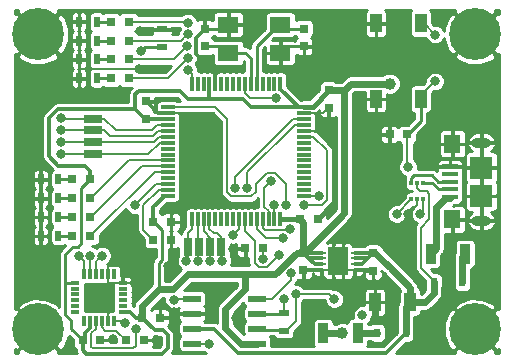
<source format=gtl>
G04 #@! TF.FileFunction,Copper,L1,Top,Signal*
%FSLAX46Y46*%
G04 Gerber Fmt 4.6, Leading zero omitted, Abs format (unit mm)*
G04 Created by KiCad (PCBNEW 4.1.0-alpha+201607021448+6961~45~ubuntu14.04.1-product) date Mon Jul  4 13:55:25 2016*
%MOMM*%
%LPD*%
G01*
G04 APERTURE LIST*
%ADD10C,0.100000*%
%ADD11R,0.800000X0.750000*%
%ADD12R,0.750000X0.800000*%
%ADD13R,1.000000X1.600000*%
%ADD14R,1.900000X1.900000*%
%ADD15R,1.400000X1.600000*%
%ADD16R,1.350000X0.400000*%
%ADD17O,1.600000X0.900000*%
%ADD18R,0.600000X0.800000*%
%ADD19R,0.900000X1.700000*%
%ADD20R,0.300000X0.450000*%
%ADD21R,1.520000X0.600000*%
%ADD22R,0.350000X0.850000*%
%ADD23R,0.800000X0.350000*%
%ADD24R,0.700000X0.250000*%
%ADD25R,0.830000X1.190000*%
%ADD26R,0.300000X1.200000*%
%ADD27R,1.200000X0.300000*%
%ADD28R,1.800000X1.400000*%
%ADD29R,0.500000X0.900000*%
%ADD30R,0.900000X0.500000*%
%ADD31R,0.797560X0.797560*%
%ADD32R,1.500000X0.750000*%
%ADD33R,0.750000X1.500000*%
%ADD34C,4.400000*%
%ADD35C,0.800000*%
%ADD36C,1.000000*%
%ADD37C,0.200000*%
%ADD38C,0.250000*%
%ADD39C,0.400000*%
%ADD40C,0.300000*%
%ADD41C,0.600000*%
G04 APERTURE END LIST*
D10*
D11*
X148750000Y-71000000D03*
X147250000Y-71000000D03*
D12*
X142100000Y-67250000D03*
X142100000Y-68750000D03*
X126600000Y-69700000D03*
X126600000Y-68200000D03*
D11*
X127250000Y-78400000D03*
X128750000Y-78400000D03*
X139650000Y-78200000D03*
X141150000Y-78200000D03*
X126300000Y-86500000D03*
X127800000Y-86500000D03*
X121250000Y-88400000D03*
X122750000Y-88400000D03*
X127250000Y-79900000D03*
X128750000Y-79900000D03*
X136550000Y-80650000D03*
X135050000Y-80650000D03*
D13*
X149000000Y-85200000D03*
X146000000Y-85200000D03*
D12*
X145850000Y-81050000D03*
X145850000Y-82550000D03*
X139950000Y-81000000D03*
X139950000Y-82500000D03*
D11*
X124950000Y-88400000D03*
X126450000Y-88400000D03*
D12*
X140000000Y-62050000D03*
X140000000Y-63550000D03*
X131600000Y-63550000D03*
X131600000Y-62050000D03*
D14*
X155025000Y-73800000D03*
X155025000Y-76200000D03*
D15*
X152575000Y-78200000D03*
X152575000Y-71800000D03*
D16*
X152350000Y-76300000D03*
X152350000Y-75650000D03*
X152350000Y-73700000D03*
X152350000Y-74350000D03*
X152350000Y-75000000D03*
D17*
X155025000Y-71700000D03*
X155025000Y-78300000D03*
D18*
X153400000Y-83500000D03*
X151000000Y-83500000D03*
X146200000Y-87800000D03*
X148600000Y-87800000D03*
D19*
X150750000Y-81100000D03*
X153650000Y-81100000D03*
X141650000Y-87800000D03*
X144550000Y-87800000D03*
D13*
X146100000Y-68000000D03*
X146100000Y-61600000D03*
X149900000Y-61600000D03*
X149900000Y-68000000D03*
D20*
X149100000Y-76475000D03*
X149600000Y-76475000D03*
X150100000Y-76475000D03*
X150100000Y-75125000D03*
X149600000Y-75125000D03*
X149100000Y-75125000D03*
D21*
X136050000Y-84910000D03*
X136050000Y-86180000D03*
X136050000Y-87450000D03*
X136050000Y-88720000D03*
X130550000Y-88720000D03*
X130550000Y-87450000D03*
X130550000Y-86180000D03*
X130550000Y-84910000D03*
D22*
X121400000Y-82825000D03*
X121900000Y-82825000D03*
X122400000Y-82825000D03*
X122900000Y-82825000D03*
X123400000Y-82825000D03*
X123900000Y-82825000D03*
X123900000Y-86775000D03*
X123400000Y-86775000D03*
X122900000Y-86775000D03*
X122400000Y-86775000D03*
X121900000Y-86775000D03*
X121400000Y-86775000D03*
D23*
X124650000Y-84550000D03*
X124650000Y-85050000D03*
X124650000Y-84050000D03*
X124650000Y-83550000D03*
X124650000Y-85550000D03*
X124650000Y-86050000D03*
X120650000Y-86050000D03*
X120650000Y-85550000D03*
X120650000Y-83550000D03*
X120650000Y-84050000D03*
X120650000Y-85050000D03*
X120650000Y-84550000D03*
D24*
X141500000Y-81000000D03*
X141500000Y-81500000D03*
X141500000Y-82000000D03*
X141500000Y-82500000D03*
X144300000Y-82500000D03*
X144300000Y-82000000D03*
X144300000Y-81500000D03*
X144300000Y-81000000D03*
D25*
X143315000Y-82345000D03*
X143315000Y-81155000D03*
X142485000Y-82345000D03*
X142485000Y-81155000D03*
D26*
X138000000Y-66700000D03*
X137500000Y-66700000D03*
X137000000Y-66700000D03*
X136500000Y-66700000D03*
X136000000Y-66700000D03*
X135500000Y-66700000D03*
X135000000Y-66700000D03*
X134500000Y-66700000D03*
X134000000Y-66700000D03*
X133500000Y-66700000D03*
X133000000Y-66700000D03*
X132500000Y-66700000D03*
X132000000Y-66700000D03*
X131500000Y-66700000D03*
X131000000Y-66700000D03*
X130500000Y-66700000D03*
D27*
X128500000Y-68700000D03*
X128500000Y-69200000D03*
X128500000Y-69700000D03*
X128500000Y-70200000D03*
X128500000Y-70700000D03*
X128500000Y-71200000D03*
X128500000Y-71700000D03*
X128500000Y-72200000D03*
X128500000Y-72700000D03*
X128500000Y-73200000D03*
X128500000Y-73700000D03*
X128500000Y-74200000D03*
X128500000Y-74700000D03*
X128500000Y-75200000D03*
X128500000Y-75700000D03*
X128500000Y-76200000D03*
D26*
X130500000Y-78200000D03*
X131000000Y-78200000D03*
X131500000Y-78200000D03*
X132000000Y-78200000D03*
X132500000Y-78200000D03*
X133000000Y-78200000D03*
X133500000Y-78200000D03*
X134000000Y-78200000D03*
X134500000Y-78200000D03*
X135000000Y-78200000D03*
X135500000Y-78200000D03*
X136000000Y-78200000D03*
X136500000Y-78200000D03*
X137000000Y-78200000D03*
X137500000Y-78200000D03*
X138000000Y-78200000D03*
D27*
X140000000Y-76200000D03*
X140000000Y-75700000D03*
X140000000Y-75200000D03*
X140000000Y-74700000D03*
X140000000Y-74200000D03*
X140000000Y-73700000D03*
X140000000Y-73200000D03*
X140000000Y-72700000D03*
X140000000Y-72200000D03*
X140000000Y-71700000D03*
X140000000Y-71200000D03*
X140000000Y-70700000D03*
X140000000Y-70200000D03*
X140000000Y-69700000D03*
X140000000Y-69200000D03*
X140000000Y-68700000D03*
D28*
X138000000Y-64100000D03*
X133600000Y-64100000D03*
X133600000Y-61700000D03*
X138000000Y-61700000D03*
D29*
X120944736Y-64650000D03*
X122444736Y-64650000D03*
X120950000Y-66250000D03*
X122450000Y-66250000D03*
X120950000Y-63050000D03*
X122450000Y-63050000D03*
X120950000Y-61450000D03*
X122450000Y-61450000D03*
X117700000Y-79600000D03*
X119200000Y-79600000D03*
X117700000Y-78000000D03*
X119200000Y-78000000D03*
X117700000Y-74800000D03*
X119200000Y-74800000D03*
D30*
X128000000Y-62100000D03*
X128000000Y-63600000D03*
X138300000Y-86150000D03*
X138300000Y-87650000D03*
D29*
X117700000Y-76400000D03*
X119200000Y-76400000D03*
D31*
X121899300Y-74800000D03*
X120400700Y-74800000D03*
X121899300Y-76400000D03*
X120400700Y-76400000D03*
X121899300Y-78000000D03*
X120400700Y-78000000D03*
X121899300Y-79600000D03*
X120400700Y-79600000D03*
X125149300Y-61450000D03*
X123650700Y-61450000D03*
X125149300Y-63050000D03*
X123650700Y-63050000D03*
X125149300Y-64650000D03*
X123650700Y-64650000D03*
X125149300Y-66250000D03*
X123650700Y-66250000D03*
D32*
X122150000Y-69650000D03*
D33*
X131100000Y-80550000D03*
X132050000Y-80550000D03*
X133000000Y-80550000D03*
X130150000Y-80550000D03*
D32*
X122150000Y-72650000D03*
X122150000Y-71650000D03*
X122150000Y-70650000D03*
D34*
X117500000Y-62500000D03*
X117500000Y-87500000D03*
X154500000Y-62500000D03*
X154500000Y-87500000D03*
D35*
X151100000Y-66499984D03*
X151100000Y-62550006D03*
X137600000Y-67900000D03*
X148800000Y-73750000D03*
X123400000Y-84775000D03*
X133975002Y-80675000D03*
X128480018Y-82169982D03*
X126009205Y-65467337D03*
X142275000Y-71675000D03*
X130859576Y-70736598D03*
X148850000Y-77749996D03*
X126600000Y-83950000D03*
X129000000Y-86000000D03*
X123850000Y-88350000D03*
X127550000Y-88400000D03*
X126150000Y-62250000D03*
X146000000Y-86600000D03*
X134250000Y-86550000D03*
D36*
X147249996Y-66700000D03*
D35*
X136550006Y-81515916D03*
X137499988Y-76950000D03*
X142575000Y-84950000D03*
X139325000Y-84525000D03*
X138325000Y-84925000D03*
X144950000Y-86300000D03*
D36*
X143250000Y-87800000D03*
D35*
X138500000Y-76950004D03*
X130175000Y-65525026D03*
X141250000Y-76200000D03*
X137200000Y-74949990D03*
X130175000Y-61525000D03*
X130175000Y-62525000D03*
X130124987Y-63525000D03*
X130175000Y-64525013D03*
X134000000Y-79500000D03*
X126200000Y-63900000D03*
X138833145Y-79006562D03*
X147850000Y-77750000D03*
X138207491Y-79800010D03*
X149850000Y-77750000D03*
X138910564Y-82735564D03*
X139987024Y-76962976D03*
X135200000Y-75550000D03*
X131950000Y-88700000D03*
X134200000Y-75550000D03*
X129000000Y-85000000D03*
X120910977Y-81264343D03*
X133074788Y-81699979D03*
X121913714Y-81251570D03*
X131050013Y-81700000D03*
X122913724Y-81250012D03*
X130050000Y-81699996D03*
X125700000Y-77000000D03*
X124850000Y-87000000D03*
X132074777Y-81699979D03*
X125750000Y-87500000D03*
X137900000Y-81200031D03*
X119450000Y-69649944D03*
X119450010Y-72649979D03*
X119450006Y-71649968D03*
X119450000Y-70649957D03*
D37*
X151100000Y-66500000D02*
X151100000Y-66499984D01*
X149900000Y-67700000D02*
X151100000Y-66500000D01*
X149900000Y-68000000D02*
X149900000Y-67700000D01*
X149900000Y-61600000D02*
X150150000Y-61600000D01*
X150150000Y-61600000D02*
X151100000Y-62550000D01*
X151100000Y-62550000D02*
X151100000Y-62550006D01*
X135400000Y-67900000D02*
X137600000Y-67900000D01*
X135000000Y-67500000D02*
X135400000Y-67900000D01*
X135000000Y-66700000D02*
X135000000Y-67500000D01*
X148750000Y-71000000D02*
X148750000Y-73700000D01*
X148750000Y-73700000D02*
X148800000Y-73750000D01*
D38*
X149900000Y-68000000D02*
X149900000Y-69875000D01*
X149900000Y-69875000D02*
X148775000Y-71000000D01*
X148775000Y-71000000D02*
X148750000Y-71000000D01*
D37*
X123400000Y-86775000D02*
X123400000Y-84775000D01*
X123400000Y-84775000D02*
X123400000Y-83550000D01*
X123400000Y-82825000D02*
X123400000Y-84775000D01*
X129300000Y-69200000D02*
X130836598Y-70736598D01*
X135050000Y-80650000D02*
X134000002Y-80650000D01*
X134000002Y-80650000D02*
X133975002Y-80675000D01*
X131623365Y-86180000D02*
X134087427Y-83715938D01*
X130550000Y-86180000D02*
X131623365Y-86180000D01*
X139950000Y-82500000D02*
X139950000Y-82475000D01*
X126009205Y-65467337D02*
X120982663Y-65467337D01*
X120982663Y-65467337D02*
X120950000Y-65500000D01*
X120950000Y-65500000D02*
X120950000Y-66250000D01*
D39*
X141150000Y-78200000D02*
X141175000Y-78200000D01*
X141175000Y-78200000D02*
X142550000Y-76825000D01*
X142550000Y-76825000D02*
X142550000Y-71950000D01*
X142550000Y-71950000D02*
X142275000Y-71675000D01*
D37*
X142485000Y-82345000D02*
X142485000Y-81155000D01*
X143315000Y-81155000D02*
X143315000Y-82345000D01*
X144300000Y-82500000D02*
X143470000Y-82500000D01*
X143470000Y-82500000D02*
X143315000Y-82345000D01*
X142485000Y-82345000D02*
X142330000Y-82500000D01*
X142330000Y-82500000D02*
X141500000Y-82500000D01*
X140000000Y-70700000D02*
X141300000Y-70700000D01*
X141300000Y-70700000D02*
X142275000Y-71675000D01*
D40*
X130874999Y-62800001D02*
X131600000Y-62075000D01*
X130874999Y-64174999D02*
X130874999Y-62800001D01*
X132500000Y-65800000D02*
X130874999Y-64174999D01*
X132500000Y-66700000D02*
X132500000Y-65800000D01*
D37*
X128500000Y-69200000D02*
X129300000Y-69200000D01*
X130836598Y-70736598D02*
X130859576Y-70736598D01*
D40*
X144300000Y-82500000D02*
X145800000Y-82500000D01*
X145800000Y-82500000D02*
X145850000Y-82550000D01*
X141500000Y-82500000D02*
X139950000Y-82500000D01*
D37*
X131600000Y-62075000D02*
X131600000Y-62050000D01*
D40*
X128500000Y-69200000D02*
X127600000Y-69200000D01*
X127600000Y-69200000D02*
X126600000Y-68200000D01*
D37*
X149600000Y-76999996D02*
X148850000Y-77749996D01*
X149600000Y-76475000D02*
X149600000Y-76999996D01*
X124650000Y-83550000D02*
X126200000Y-83550000D01*
X126200000Y-83550000D02*
X126600000Y-83950000D01*
X127800000Y-86500000D02*
X128500000Y-86500000D01*
X128500000Y-86500000D02*
X129000000Y-86000000D01*
X126450000Y-88400000D02*
X127550000Y-88400000D01*
X123400000Y-86775000D02*
X123400000Y-82825000D01*
X124650000Y-83550000D02*
X125350000Y-83550000D01*
X123400000Y-82825000D02*
X123400000Y-82200000D01*
X123500001Y-82099999D02*
X124315001Y-82099999D01*
X124315001Y-82099999D02*
X124650000Y-82434998D01*
X124650000Y-82434998D02*
X124650000Y-83550000D01*
X123400000Y-82200000D02*
X123500001Y-82099999D01*
X122600000Y-88400000D02*
X123725001Y-88400000D01*
X123725001Y-88400000D02*
X123750000Y-88375001D01*
X128000000Y-62100000D02*
X126300000Y-62100000D01*
X126300000Y-62100000D02*
X126150000Y-62250000D01*
X123400000Y-83550000D02*
X123400000Y-82825000D01*
X124650000Y-83550000D02*
X123400000Y-83550000D01*
D40*
X126425000Y-88400000D02*
X126450000Y-88400000D01*
D41*
X146000000Y-86600000D02*
X146000000Y-85200000D01*
D37*
X140000000Y-69200000D02*
X141650000Y-69200000D01*
X141650000Y-69200000D02*
X142100000Y-68750000D01*
D38*
X140000000Y-63550000D02*
X138550000Y-63550000D01*
X138550000Y-63550000D02*
X138000000Y-64100000D01*
X131600000Y-62050000D02*
X133250000Y-62050000D01*
X133250000Y-62050000D02*
X133600000Y-61700000D01*
X119800000Y-83500000D02*
X119800000Y-81150000D01*
X119800000Y-81150000D02*
X120450000Y-80500000D01*
X121150000Y-80200000D02*
X121150000Y-75550000D01*
X121150000Y-75550000D02*
X121899300Y-74800700D01*
X120450000Y-80500000D02*
X120850000Y-80500000D01*
X120850000Y-80500000D02*
X121150000Y-80200000D01*
X119800000Y-86250000D02*
X119800000Y-83500000D01*
X120650000Y-83550000D02*
X119850000Y-83550000D01*
X119850000Y-83550000D02*
X119800000Y-83500000D01*
X121250000Y-88400000D02*
X120300000Y-87450000D01*
X120300000Y-87450000D02*
X120300000Y-86750000D01*
X120300000Y-86750000D02*
X119800000Y-86250000D01*
D40*
X125700000Y-68850000D02*
X125700000Y-67600000D01*
X125700000Y-67600000D02*
X126000000Y-67300000D01*
X126000000Y-67300000D02*
X129475000Y-67300000D01*
X129475000Y-67300000D02*
X130200000Y-68025000D01*
X130200000Y-68025000D02*
X132000000Y-68025000D01*
X132000000Y-66700000D02*
X132000000Y-68025000D01*
X132000000Y-68025000D02*
X134875000Y-68025000D01*
X134875000Y-68025000D02*
X135549999Y-68699999D01*
X135549999Y-68699999D02*
X140000000Y-68699999D01*
D37*
X127250000Y-78400000D02*
X127275000Y-78400000D01*
D38*
X127275000Y-78400000D02*
X128000000Y-79125000D01*
X128000000Y-79125000D02*
X128000000Y-81613998D01*
X128000000Y-81613998D02*
X127725001Y-81888997D01*
X127725001Y-81888997D02*
X127725001Y-84099999D01*
D41*
X137589278Y-82815937D02*
X134925000Y-82815937D01*
X134925000Y-82815937D02*
X130182605Y-82815937D01*
X135035368Y-84099999D02*
X135035368Y-82926305D01*
X135035368Y-82926305D02*
X134925000Y-82815937D01*
X137573331Y-82799990D02*
X137589278Y-82815937D01*
X128898543Y-84099999D02*
X127725001Y-84099999D01*
X139373321Y-81000000D02*
X137573331Y-82799990D01*
X139950000Y-81000000D02*
X139373321Y-81000000D01*
X130182605Y-82815937D02*
X128898543Y-84099999D01*
X127725001Y-84099999D02*
X126300000Y-85525000D01*
X126300000Y-85525000D02*
X126300000Y-86500000D01*
X133349999Y-87379999D02*
X133349999Y-85785368D01*
X136050000Y-88720000D02*
X134690000Y-88720000D01*
X133349999Y-85785368D02*
X135035368Y-84099999D01*
X134690000Y-88720000D02*
X133349999Y-87379999D01*
D40*
X121899300Y-74800000D02*
X121899300Y-74101220D01*
X121899300Y-74101220D02*
X121448080Y-73650000D01*
X121448080Y-73650000D02*
X119200000Y-73650000D01*
X119200000Y-73650000D02*
X118400000Y-72850000D01*
X118400000Y-72850000D02*
X118400000Y-69589942D01*
X118400000Y-69589942D02*
X119139942Y-68850000D01*
X119139942Y-68850000D02*
X125700000Y-68850000D01*
D41*
X143400000Y-67575000D02*
X143400000Y-67300000D01*
X143350000Y-67250000D02*
X142100000Y-67250000D01*
X143400000Y-67300000D02*
X143350000Y-67250000D01*
X143400000Y-67575000D02*
X143400000Y-67250000D01*
X143400000Y-67250000D02*
X143950000Y-66700000D01*
X143400000Y-77650000D02*
X143400000Y-67575000D01*
X139950000Y-81000000D02*
X140050000Y-81000000D01*
X140050000Y-81000000D02*
X143400000Y-77650000D01*
X143950000Y-66700000D02*
X147249996Y-66700000D01*
D40*
X126550000Y-69700000D02*
X125700000Y-68850000D01*
X127000000Y-69700000D02*
X126550000Y-69700000D01*
X138000000Y-67150000D02*
X138000000Y-66700000D01*
X139550000Y-68700000D02*
X138000000Y-67150000D01*
X140000000Y-68700000D02*
X139550000Y-68700000D01*
X127000000Y-69700000D02*
X126600000Y-69700000D01*
X128500000Y-69700000D02*
X127000000Y-69700000D01*
D41*
X142100000Y-67250000D02*
X142100000Y-67200000D01*
X139950000Y-81000000D02*
X139950000Y-78500000D01*
X139950000Y-78500000D02*
X139650000Y-78200000D01*
D40*
X127250000Y-78400000D02*
X127250000Y-77150000D01*
X127250000Y-77150000D02*
X128200000Y-76200000D01*
X128200000Y-76200000D02*
X128500000Y-76200000D01*
X126300000Y-86500000D02*
X125750000Y-86500000D01*
X125300000Y-86050000D02*
X124650000Y-86050000D01*
X125750000Y-86500000D02*
X125300000Y-86050000D01*
X126300000Y-86500000D02*
X126325000Y-86500000D01*
X126325000Y-86500000D02*
X127375000Y-87550000D01*
X127375000Y-87550000D02*
X128050000Y-87550000D01*
X128050000Y-87550000D02*
X128450000Y-87950000D01*
X128450000Y-87950000D02*
X128450000Y-89050000D01*
X128450000Y-89050000D02*
X127949989Y-89550011D01*
X121250000Y-89225000D02*
X121250000Y-88400000D01*
X127949989Y-89550011D02*
X121575011Y-89550011D01*
X121575011Y-89550011D02*
X121250000Y-89225000D01*
X121900000Y-86775000D02*
X121900000Y-87369298D01*
X121900000Y-87369298D02*
X121500000Y-87769298D01*
X121500000Y-87769298D02*
X121500000Y-88150000D01*
X121500000Y-88150000D02*
X121250000Y-88400000D01*
D37*
X121899300Y-74800700D02*
X121899300Y-74800000D01*
D40*
X141500000Y-81000000D02*
X139950000Y-81000000D01*
D37*
X140450000Y-81500000D02*
X139950000Y-81000000D01*
D40*
X141500000Y-81500000D02*
X140450000Y-81500000D01*
X141500000Y-82000000D02*
X140950000Y-82000000D01*
D37*
X128050000Y-76200000D02*
X128500000Y-76200000D01*
D39*
X142100000Y-67250000D02*
X142100000Y-67275000D01*
X142100000Y-67275000D02*
X140725001Y-68649999D01*
X140725001Y-68649999D02*
X140000000Y-68649999D01*
X139650000Y-78200000D02*
X138050001Y-78200000D01*
D37*
X139650000Y-78200000D02*
X138000000Y-78200000D01*
D40*
X140950000Y-82000000D02*
X139950000Y-81000000D01*
D37*
X127250000Y-79900000D02*
X127225000Y-79900000D01*
X127225000Y-79900000D02*
X126400000Y-79075000D01*
X126400000Y-79075000D02*
X126400000Y-77000000D01*
X126400000Y-77000000D02*
X127700000Y-75700000D01*
X127700000Y-75700000D02*
X128500000Y-75700000D01*
X136550000Y-81515910D02*
X136550006Y-81515916D01*
X136550000Y-80650000D02*
X136550000Y-81515910D01*
X137500000Y-76950012D02*
X137499988Y-76950000D01*
X137500000Y-78200000D02*
X137500000Y-76950012D01*
X149600000Y-75125000D02*
X149600000Y-75550000D01*
X149600000Y-75550000D02*
X149850000Y-75800000D01*
X149900000Y-78900000D02*
X149900000Y-82300000D01*
X149850000Y-75800000D02*
X150400000Y-75800000D01*
X150400000Y-75800000D02*
X150599989Y-75999989D01*
X150599989Y-75999989D02*
X150599989Y-78200011D01*
X150599989Y-78200011D02*
X149900000Y-78900000D01*
X151000000Y-83400000D02*
X151000000Y-83500000D01*
X149900000Y-82300000D02*
X151000000Y-83400000D01*
D41*
X147250000Y-82250000D02*
X146900000Y-81900000D01*
X146900000Y-81900000D02*
X146050000Y-81050000D01*
X149000000Y-84000000D02*
X147250000Y-82250000D01*
D40*
X131010000Y-87450000D02*
X132400000Y-87450000D01*
X134450000Y-89500000D02*
X146950000Y-89500000D01*
X132400000Y-87450000D02*
X134450000Y-89500000D01*
X146950000Y-89500000D02*
X148600000Y-87850000D01*
D37*
X130550000Y-87450000D02*
X131010000Y-87450000D01*
X148600000Y-87850000D02*
X148600000Y-87800000D01*
D40*
X144300000Y-81000000D02*
X145800000Y-81000000D01*
D37*
X145800000Y-81000000D02*
X145850000Y-81050000D01*
D40*
X144300000Y-81500000D02*
X145400000Y-81500000D01*
X145400000Y-81500000D02*
X145850000Y-81050000D01*
X144300000Y-82000000D02*
X144900000Y-82000000D01*
X144900000Y-82000000D02*
X145850000Y-81050000D01*
D41*
X149000000Y-85200000D02*
X149000000Y-84000000D01*
X146050000Y-81050000D02*
X145850000Y-81050000D01*
X148600000Y-87800000D02*
X148600000Y-85600000D01*
X148600000Y-85600000D02*
X149000000Y-85200000D01*
X151000000Y-83500000D02*
X151000000Y-84450000D01*
X150250000Y-85200000D02*
X149000000Y-85200000D01*
X151000000Y-84450000D02*
X150250000Y-85200000D01*
D37*
X124950000Y-88400000D02*
X124925000Y-88400000D01*
X124925000Y-88400000D02*
X124125000Y-87600000D01*
X124125000Y-87600000D02*
X123150697Y-87600000D01*
X123150697Y-87600000D02*
X122875001Y-87324304D01*
X122875001Y-87324304D02*
X122875001Y-86799999D01*
X122875001Y-86799999D02*
X122900000Y-86775000D01*
D38*
X136000000Y-66700000D02*
X136000000Y-63500000D01*
X136000000Y-63500000D02*
X137800000Y-61700000D01*
X137800000Y-61700000D02*
X138000000Y-61700000D01*
X140000000Y-62050000D02*
X138350000Y-62050000D01*
X138350000Y-62050000D02*
X138000000Y-61700000D01*
X133600000Y-64100000D02*
X135050000Y-64100000D01*
X135050000Y-64100000D02*
X135500000Y-64550000D01*
X135500000Y-64550000D02*
X135500000Y-66700000D01*
X131600000Y-63550000D02*
X133050000Y-63550000D01*
X133050000Y-63550000D02*
X133600000Y-64100000D01*
D41*
X151200000Y-80650000D02*
X151200000Y-77174998D01*
X150750000Y-81100000D02*
X151200000Y-80650000D01*
X151200000Y-77174998D02*
X152024997Y-76350001D01*
X152024997Y-76350001D02*
X152350000Y-76350001D01*
D38*
X150100000Y-75125000D02*
X150875000Y-75125000D01*
X151400000Y-75650000D02*
X152350000Y-75650000D01*
X150875000Y-75125000D02*
X151400000Y-75650000D01*
X149100000Y-74650000D02*
X149100000Y-75125000D01*
X149300000Y-74450000D02*
X149100000Y-74650000D01*
X151386410Y-75000000D02*
X150836410Y-74450000D01*
X150836410Y-74450000D02*
X149300000Y-74450000D01*
X152350000Y-75000000D02*
X151386410Y-75000000D01*
D37*
X139325000Y-84525000D02*
X142150000Y-84525000D01*
X142150000Y-84525000D02*
X142575000Y-84950000D01*
X139325000Y-85090685D02*
X139325000Y-84525000D01*
X138500000Y-87650000D02*
X139325000Y-86825000D01*
X138300000Y-87650000D02*
X138500000Y-87650000D01*
X139325000Y-86825000D02*
X139325000Y-85090685D01*
D38*
X136050000Y-87450000D02*
X136150000Y-87550000D01*
X136150000Y-87550000D02*
X138200000Y-87550000D01*
X138200000Y-87550000D02*
X138300000Y-87650000D01*
D37*
X138300000Y-86150000D02*
X138300000Y-84950000D01*
X138300000Y-84950000D02*
X138325000Y-84925000D01*
D38*
X136050000Y-86180000D02*
X138270000Y-86180000D01*
X138270000Y-86180000D02*
X138300000Y-86150000D01*
D41*
X141650000Y-87800000D02*
X143250000Y-87800000D01*
D37*
X128500000Y-68700000D02*
X132500000Y-68700000D01*
X132500000Y-68700000D02*
X133500000Y-69700000D01*
X133500000Y-69700000D02*
X133500000Y-75886002D01*
X133863999Y-76250001D02*
X135536001Y-76250001D01*
X137536001Y-74249989D02*
X138500000Y-75213988D01*
X133500000Y-75886002D02*
X133863999Y-76250001D01*
X135536001Y-76250001D02*
X135900001Y-75886001D01*
X135900001Y-75886001D02*
X135900001Y-75213987D01*
X135900001Y-75213987D02*
X136863999Y-74249989D01*
X136863999Y-74249989D02*
X137536001Y-74249989D01*
X138500000Y-75213988D02*
X138500000Y-76950004D01*
X130500000Y-65850026D02*
X130175000Y-65525026D01*
X130500000Y-66700000D02*
X130500000Y-65850026D01*
X140000000Y-76200000D02*
X141250000Y-76200000D01*
X136650000Y-77136014D02*
X136650000Y-75499990D01*
X137000000Y-77486014D02*
X136650000Y-77136014D01*
X137000000Y-78200000D02*
X137000000Y-77486014D01*
X136650000Y-75499990D02*
X137200000Y-74949990D01*
D41*
X153400000Y-83500000D02*
X153400000Y-81350000D01*
X153400000Y-81350000D02*
X153650000Y-81100000D01*
X146200000Y-87800000D02*
X144550000Y-87800000D01*
D38*
X119200000Y-74800000D02*
X120400700Y-74800000D01*
D37*
X128500000Y-73200000D02*
X125150000Y-73200000D01*
X125150000Y-73200000D02*
X121950000Y-76400000D01*
X121950000Y-76400000D02*
X121899300Y-76400000D01*
D38*
X120400700Y-76400000D02*
X119200000Y-76400000D01*
D37*
X121899300Y-78000000D02*
X121950000Y-78000000D01*
X121950000Y-78000000D02*
X126299999Y-73650001D01*
X126299999Y-73650001D02*
X128450001Y-73650001D01*
X128450001Y-73650001D02*
X128500000Y-73700000D01*
D38*
X119200000Y-78000000D02*
X120400700Y-78000000D01*
D37*
X121899300Y-79600000D02*
X121900000Y-79600000D01*
X121900000Y-79600000D02*
X127349999Y-74150001D01*
X127349999Y-74150001D02*
X128450001Y-74150001D01*
X128450001Y-74150001D02*
X128500000Y-74200000D01*
D38*
X120400700Y-79600000D02*
X119200000Y-79600000D01*
D37*
X125149300Y-61450000D02*
X130100000Y-61450000D01*
X130100000Y-61450000D02*
X130175000Y-61525000D01*
D38*
X123650700Y-61450000D02*
X122450000Y-61450000D01*
D37*
X125149300Y-63050000D02*
X129599994Y-63050000D01*
X130124994Y-62525000D02*
X130175000Y-62525000D01*
X129599994Y-63050000D02*
X130124994Y-62525000D01*
D38*
X122450000Y-63050000D02*
X123650700Y-63050000D01*
D37*
X128999987Y-64650000D02*
X130124987Y-63525000D01*
X125149300Y-64650000D02*
X128999987Y-64650000D01*
D38*
X122444736Y-64650000D02*
X123650700Y-64650000D01*
D37*
X125149300Y-66250000D02*
X128450013Y-66250000D01*
X128450013Y-66250000D02*
X130175000Y-64525013D01*
D38*
X123650700Y-66250000D02*
X122450000Y-66250000D01*
D37*
X134500000Y-78200000D02*
X134500000Y-79000000D01*
X134500000Y-79000000D02*
X134000000Y-79500000D01*
D38*
X128000000Y-63600000D02*
X126500000Y-63600000D01*
X126500000Y-63600000D02*
X126200000Y-63900000D01*
D37*
X138739707Y-79100000D02*
X138833145Y-79006562D01*
X136715700Y-79100000D02*
X138739707Y-79100000D01*
X136500000Y-78200000D02*
X136500000Y-78884300D01*
X136500000Y-78884300D02*
X136715700Y-79100000D01*
X149100000Y-76475000D02*
X149100000Y-76500000D01*
X149100000Y-76500000D02*
X147850000Y-77750000D01*
X136800010Y-79800010D02*
X138207491Y-79800010D01*
X136000000Y-79000000D02*
X136800010Y-79800010D01*
X136000000Y-78200000D02*
X136000000Y-79000000D01*
X150100000Y-77500000D02*
X149850000Y-77750000D01*
X150100000Y-76475000D02*
X150100000Y-77500000D01*
X138910564Y-83301249D02*
X138910564Y-82735564D01*
X137301813Y-84910000D02*
X138910564Y-83301249D01*
X136050000Y-84910000D02*
X137301813Y-84910000D01*
X140000000Y-71200000D02*
X140800000Y-71200000D01*
X140800000Y-71200000D02*
X141950001Y-72350001D01*
X141950001Y-72350001D02*
X141950001Y-76536001D01*
X141950001Y-76536001D02*
X141523026Y-76962976D01*
X141523026Y-76962976D02*
X139987024Y-76962976D01*
X135200000Y-74200000D02*
X135200000Y-75550000D01*
X139200000Y-70200000D02*
X135200000Y-74200000D01*
X140000000Y-70200000D02*
X139200000Y-70200000D01*
X130550000Y-88720000D02*
X131930000Y-88720000D01*
X131930000Y-88720000D02*
X131950000Y-88700000D01*
X134200000Y-74584315D02*
X134200000Y-75550000D01*
X139084315Y-69700000D02*
X134200000Y-74584315D01*
X140000000Y-69700000D02*
X139084315Y-69700000D01*
X129090000Y-84910000D02*
X129000000Y-85000000D01*
X130550000Y-84910000D02*
X129090000Y-84910000D01*
X121400000Y-81753366D02*
X121310976Y-81664342D01*
X121400000Y-82825000D02*
X121400000Y-81753366D01*
X121310976Y-81664342D02*
X120910977Y-81264343D01*
X133000000Y-81625191D02*
X133074788Y-81699979D01*
X133000000Y-80550000D02*
X133000000Y-81625191D01*
X133000012Y-79700012D02*
X133000012Y-80549988D01*
X133000012Y-80549988D02*
X133000000Y-80550000D01*
X132650000Y-79350000D02*
X133000012Y-79700012D01*
X132000000Y-78200000D02*
X132000000Y-79000000D01*
X132350000Y-79350000D02*
X132650000Y-79350000D01*
X132000000Y-79000000D02*
X132350000Y-79350000D01*
X121900000Y-82825000D02*
X121900000Y-81265284D01*
X121900000Y-81265284D02*
X121913714Y-81251570D01*
X131100000Y-80550000D02*
X131000000Y-80450000D01*
X131000000Y-80450000D02*
X131000000Y-78200000D01*
X131050013Y-81700000D02*
X131050013Y-80599987D01*
X131050013Y-80599987D02*
X131100000Y-80550000D01*
X122513725Y-81650011D02*
X122913724Y-81250012D01*
X122400000Y-81763736D02*
X122513725Y-81650011D01*
X122400000Y-82825000D02*
X122400000Y-81763736D01*
X130150000Y-81599996D02*
X130050000Y-81699996D01*
X130150000Y-80550000D02*
X130150000Y-81599996D01*
X130500000Y-78200000D02*
X130500000Y-79000000D01*
X130500000Y-79000000D02*
X130150000Y-79350000D01*
X130150000Y-79350000D02*
X130150000Y-80550000D01*
X125700000Y-77000000D02*
X127500000Y-75200000D01*
X127500000Y-75200000D02*
X128500000Y-75200000D01*
X123900000Y-86775000D02*
X124625000Y-86775000D01*
X124625000Y-86775000D02*
X124850000Y-87000000D01*
X132050000Y-81675202D02*
X132074777Y-81699979D01*
X132050000Y-80550000D02*
X132050000Y-81675202D01*
X122000000Y-87834998D02*
X122000000Y-88965002D01*
X122400000Y-86775000D02*
X122400000Y-87434998D01*
X122000000Y-88965002D02*
X122134998Y-89100000D01*
X122134998Y-89100000D02*
X125565002Y-89100000D01*
X125565002Y-89100000D02*
X125750000Y-88915002D01*
X122400000Y-87434998D02*
X122000000Y-87834998D01*
X125750000Y-88915002D02*
X125750000Y-87500000D01*
X131500000Y-78200000D02*
X131500000Y-79200000D01*
X131500000Y-79200000D02*
X132150000Y-79850000D01*
X132150000Y-79850000D02*
X132150000Y-80550000D01*
X135000000Y-78200000D02*
X135000000Y-79185000D01*
X136884105Y-82215926D02*
X137900000Y-81200031D01*
X136179922Y-82215926D02*
X136884105Y-82215926D01*
X135000000Y-79185000D02*
X135824998Y-80009998D01*
X135824998Y-80009998D02*
X135824998Y-81861002D01*
X135824998Y-81861002D02*
X136179922Y-82215926D01*
X128500000Y-70200000D02*
X127550000Y-70200000D01*
X127550000Y-70200000D02*
X127125000Y-70625000D01*
X127125000Y-70625000D02*
X124075000Y-70625000D01*
X124075000Y-70625000D02*
X123100000Y-69650000D01*
X123100000Y-69650000D02*
X122150000Y-69650000D01*
X122150000Y-69650000D02*
X119450056Y-69650000D01*
X119450056Y-69650000D02*
X119450000Y-69649944D01*
X123100000Y-72650000D02*
X122150000Y-72650000D01*
X126831400Y-72650000D02*
X123100000Y-72650000D01*
X127781400Y-71700000D02*
X126831400Y-72650000D01*
X128500000Y-71700000D02*
X127781400Y-71700000D01*
X119450031Y-72650000D02*
X119450010Y-72649979D01*
X122150000Y-72650000D02*
X119450031Y-72650000D01*
X127715700Y-71200000D02*
X128500000Y-71200000D01*
X122150000Y-71650000D02*
X127265700Y-71650000D01*
X127265700Y-71650000D02*
X127715700Y-71200000D01*
X122150000Y-71650000D02*
X119450038Y-71650000D01*
X119450038Y-71650000D02*
X119450006Y-71649968D01*
X119450000Y-70649957D02*
X122149957Y-70649957D01*
X122149957Y-70649957D02*
X122150000Y-70650000D01*
X127250000Y-71100000D02*
X127650000Y-70700000D01*
X122150000Y-70650000D02*
X123100000Y-70650000D01*
X123100000Y-70650000D02*
X123550000Y-71100000D01*
X123550000Y-71100000D02*
X127250000Y-71100000D01*
X127650000Y-70700000D02*
X128500000Y-70700000D01*
X119450043Y-70650000D02*
X119450000Y-70649957D01*
D38*
G36*
X134310368Y-83799694D02*
X132837347Y-85272716D01*
X132680186Y-85507922D01*
X132671030Y-85553953D01*
X132624999Y-85785368D01*
X132624999Y-86922081D01*
X132620043Y-86918769D01*
X132400000Y-86875000D01*
X131637394Y-86875000D01*
X131616408Y-86843592D01*
X131575070Y-86815971D01*
X131670298Y-86720743D01*
X131735000Y-86564538D01*
X131735000Y-86311250D01*
X131628750Y-86205000D01*
X130575000Y-86205000D01*
X130575000Y-86225000D01*
X130525000Y-86225000D01*
X130525000Y-86205000D01*
X129471250Y-86205000D01*
X129365000Y-86311250D01*
X129365000Y-86564538D01*
X129429702Y-86720743D01*
X129524930Y-86815971D01*
X129483592Y-86843592D01*
X129389659Y-86984173D01*
X129356674Y-87150000D01*
X129356674Y-87750000D01*
X129389659Y-87915827D01*
X129483592Y-88056408D01*
X129526383Y-88085000D01*
X129483592Y-88113592D01*
X129389659Y-88254173D01*
X129356674Y-88420000D01*
X129356674Y-89020000D01*
X129389659Y-89185827D01*
X129483592Y-89326408D01*
X129624173Y-89420341D01*
X129790000Y-89453326D01*
X131310000Y-89453326D01*
X131475827Y-89420341D01*
X131497922Y-89405578D01*
X131725315Y-89500000D01*
X128813173Y-89500000D01*
X128856586Y-89456587D01*
X128981231Y-89270043D01*
X128988668Y-89232652D01*
X129025000Y-89050000D01*
X129025000Y-87950000D01*
X128981231Y-87729957D01*
X128958231Y-87695535D01*
X128856586Y-87543413D01*
X128494607Y-87181434D01*
X128560298Y-87115743D01*
X128625000Y-86959538D01*
X128625000Y-86631250D01*
X128518750Y-86525000D01*
X127825000Y-86525000D01*
X127825000Y-86545000D01*
X127775000Y-86545000D01*
X127775000Y-86525000D01*
X127755000Y-86525000D01*
X127755000Y-86475000D01*
X127775000Y-86475000D01*
X127775000Y-85806250D01*
X127825000Y-85806250D01*
X127825000Y-86475000D01*
X128518750Y-86475000D01*
X128625000Y-86368750D01*
X128625000Y-86040462D01*
X128560298Y-85884257D01*
X128440743Y-85764702D01*
X128284538Y-85700000D01*
X127931250Y-85700000D01*
X127825000Y-85806250D01*
X127775000Y-85806250D01*
X127668750Y-85700000D01*
X127315462Y-85700000D01*
X127159257Y-85764702D01*
X127046045Y-85877914D01*
X127025000Y-85846417D01*
X127025000Y-85825304D01*
X128025306Y-84824999D01*
X128179369Y-84824999D01*
X128175143Y-84835177D01*
X128174857Y-85163383D01*
X128300191Y-85466715D01*
X128532065Y-85698993D01*
X128835177Y-85824857D01*
X129163383Y-85825143D01*
X129391799Y-85730764D01*
X129365000Y-85795462D01*
X129365000Y-86048750D01*
X129471250Y-86155000D01*
X130525000Y-86155000D01*
X130525000Y-86135000D01*
X130575000Y-86135000D01*
X130575000Y-86155000D01*
X131628750Y-86155000D01*
X131735000Y-86048750D01*
X131735000Y-85795462D01*
X131670298Y-85639257D01*
X131575070Y-85544029D01*
X131616408Y-85516408D01*
X131710341Y-85375827D01*
X131743326Y-85210000D01*
X131743326Y-84610000D01*
X131710341Y-84444173D01*
X131616408Y-84303592D01*
X131475827Y-84209659D01*
X131310000Y-84176674D01*
X129847172Y-84176674D01*
X130482909Y-83540937D01*
X134310368Y-83540937D01*
X134310368Y-83799694D01*
X134310368Y-83799694D01*
G37*
X134310368Y-83799694D02*
X132837347Y-85272716D01*
X132680186Y-85507922D01*
X132671030Y-85553953D01*
X132624999Y-85785368D01*
X132624999Y-86922081D01*
X132620043Y-86918769D01*
X132400000Y-86875000D01*
X131637394Y-86875000D01*
X131616408Y-86843592D01*
X131575070Y-86815971D01*
X131670298Y-86720743D01*
X131735000Y-86564538D01*
X131735000Y-86311250D01*
X131628750Y-86205000D01*
X130575000Y-86205000D01*
X130575000Y-86225000D01*
X130525000Y-86225000D01*
X130525000Y-86205000D01*
X129471250Y-86205000D01*
X129365000Y-86311250D01*
X129365000Y-86564538D01*
X129429702Y-86720743D01*
X129524930Y-86815971D01*
X129483592Y-86843592D01*
X129389659Y-86984173D01*
X129356674Y-87150000D01*
X129356674Y-87750000D01*
X129389659Y-87915827D01*
X129483592Y-88056408D01*
X129526383Y-88085000D01*
X129483592Y-88113592D01*
X129389659Y-88254173D01*
X129356674Y-88420000D01*
X129356674Y-89020000D01*
X129389659Y-89185827D01*
X129483592Y-89326408D01*
X129624173Y-89420341D01*
X129790000Y-89453326D01*
X131310000Y-89453326D01*
X131475827Y-89420341D01*
X131497922Y-89405578D01*
X131725315Y-89500000D01*
X128813173Y-89500000D01*
X128856586Y-89456587D01*
X128981231Y-89270043D01*
X128988668Y-89232652D01*
X129025000Y-89050000D01*
X129025000Y-87950000D01*
X128981231Y-87729957D01*
X128958231Y-87695535D01*
X128856586Y-87543413D01*
X128494607Y-87181434D01*
X128560298Y-87115743D01*
X128625000Y-86959538D01*
X128625000Y-86631250D01*
X128518750Y-86525000D01*
X127825000Y-86525000D01*
X127825000Y-86545000D01*
X127775000Y-86545000D01*
X127775000Y-86525000D01*
X127755000Y-86525000D01*
X127755000Y-86475000D01*
X127775000Y-86475000D01*
X127775000Y-85806250D01*
X127825000Y-85806250D01*
X127825000Y-86475000D01*
X128518750Y-86475000D01*
X128625000Y-86368750D01*
X128625000Y-86040462D01*
X128560298Y-85884257D01*
X128440743Y-85764702D01*
X128284538Y-85700000D01*
X127931250Y-85700000D01*
X127825000Y-85806250D01*
X127775000Y-85806250D01*
X127668750Y-85700000D01*
X127315462Y-85700000D01*
X127159257Y-85764702D01*
X127046045Y-85877914D01*
X127025000Y-85846417D01*
X127025000Y-85825304D01*
X128025306Y-84824999D01*
X128179369Y-84824999D01*
X128175143Y-84835177D01*
X128174857Y-85163383D01*
X128300191Y-85466715D01*
X128532065Y-85698993D01*
X128835177Y-85824857D01*
X129163383Y-85825143D01*
X129391799Y-85730764D01*
X129365000Y-85795462D01*
X129365000Y-86048750D01*
X129471250Y-86155000D01*
X130525000Y-86155000D01*
X130525000Y-86135000D01*
X130575000Y-86135000D01*
X130575000Y-86155000D01*
X131628750Y-86155000D01*
X131735000Y-86048750D01*
X131735000Y-85795462D01*
X131670298Y-85639257D01*
X131575070Y-85544029D01*
X131616408Y-85516408D01*
X131710341Y-85375827D01*
X131743326Y-85210000D01*
X131743326Y-84610000D01*
X131710341Y-84444173D01*
X131616408Y-84303592D01*
X131475827Y-84209659D01*
X131310000Y-84176674D01*
X129847172Y-84176674D01*
X130482909Y-83540937D01*
X134310368Y-83540937D01*
X134310368Y-83799694D01*
G36*
X115700374Y-60665019D02*
X117500000Y-62464645D01*
X119299626Y-60665019D01*
X119181562Y-60500000D01*
X145298959Y-60500000D01*
X145239702Y-60559257D01*
X145175000Y-60715462D01*
X145175000Y-61468750D01*
X145281250Y-61575000D01*
X146075000Y-61575000D01*
X146075000Y-61555000D01*
X146125000Y-61555000D01*
X146125000Y-61575000D01*
X146918750Y-61575000D01*
X147025000Y-61468750D01*
X147025000Y-60715462D01*
X146960298Y-60559257D01*
X146901041Y-60500000D01*
X149089310Y-60500000D01*
X148999659Y-60634173D01*
X148966674Y-60800000D01*
X148966674Y-62400000D01*
X148999659Y-62565827D01*
X149093592Y-62706408D01*
X149234173Y-62800341D01*
X149400000Y-62833326D01*
X150324414Y-62833326D01*
X150400191Y-63016721D01*
X150632065Y-63248999D01*
X150935177Y-63374863D01*
X151263383Y-63375149D01*
X151566715Y-63249815D01*
X151798993Y-63017941D01*
X151862928Y-62863970D01*
X151860551Y-62943359D01*
X152231133Y-63919684D01*
X152320126Y-64052870D01*
X152665019Y-64299626D01*
X154464645Y-62500000D01*
X152665019Y-60700374D01*
X152320126Y-60947130D01*
X151891801Y-61899537D01*
X151880456Y-62278473D01*
X151799809Y-62083291D01*
X151567935Y-61851013D01*
X151264823Y-61725149D01*
X151017395Y-61724933D01*
X150833326Y-61540864D01*
X150833326Y-60800000D01*
X150800341Y-60634173D01*
X150710690Y-60500000D01*
X152818438Y-60500000D01*
X152700374Y-60665019D01*
X154500000Y-62464645D01*
X156299626Y-60665019D01*
X156181562Y-60500000D01*
X156500000Y-60500000D01*
X156500000Y-60818438D01*
X156334981Y-60700374D01*
X154535355Y-62500000D01*
X156334981Y-64299626D01*
X156500000Y-64181562D01*
X156500000Y-85818438D01*
X156334981Y-85700374D01*
X154535355Y-87500000D01*
X156334981Y-89299626D01*
X156500000Y-89181562D01*
X156500000Y-89500000D01*
X156181562Y-89500000D01*
X156299626Y-89334981D01*
X154500000Y-87535355D01*
X152700374Y-89334981D01*
X152818438Y-89500000D01*
X147763172Y-89500000D01*
X148629847Y-88633326D01*
X148900000Y-88633326D01*
X149065827Y-88600341D01*
X149206408Y-88506408D01*
X149300341Y-88365827D01*
X149333326Y-88200000D01*
X149333326Y-87943359D01*
X151860551Y-87943359D01*
X152231133Y-88919684D01*
X152320126Y-89052870D01*
X152665019Y-89299626D01*
X154464645Y-87500000D01*
X152665019Y-85700374D01*
X152320126Y-85947130D01*
X151891801Y-86899537D01*
X151860551Y-87943359D01*
X149333326Y-87943359D01*
X149333326Y-87400000D01*
X149325000Y-87358142D01*
X149325000Y-86433326D01*
X149500000Y-86433326D01*
X149665827Y-86400341D01*
X149806408Y-86306408D01*
X149900341Y-86165827D01*
X149933326Y-86000000D01*
X149933326Y-85925000D01*
X150250000Y-85925000D01*
X150489071Y-85877446D01*
X150527446Y-85869813D01*
X150762652Y-85712652D01*
X150810285Y-85665019D01*
X152700374Y-85665019D01*
X154500000Y-87464645D01*
X156299626Y-85665019D01*
X156052870Y-85320126D01*
X155100463Y-84891801D01*
X154056641Y-84860551D01*
X153080316Y-85231133D01*
X152947130Y-85320126D01*
X152700374Y-85665019D01*
X150810285Y-85665019D01*
X151512652Y-84962653D01*
X151630275Y-84786617D01*
X151669813Y-84727445D01*
X151725000Y-84450000D01*
X151725000Y-83941858D01*
X151733326Y-83900000D01*
X151733326Y-83100000D01*
X152666674Y-83100000D01*
X152666674Y-83900000D01*
X152699659Y-84065827D01*
X152793592Y-84206408D01*
X152934173Y-84300341D01*
X153100000Y-84333326D01*
X153700000Y-84333326D01*
X153865827Y-84300341D01*
X154006408Y-84206408D01*
X154100341Y-84065827D01*
X154133326Y-83900000D01*
X154133326Y-83100000D01*
X154125000Y-83058142D01*
X154125000Y-82378353D01*
X154265827Y-82350341D01*
X154406408Y-82256408D01*
X154500341Y-82115827D01*
X154533326Y-81950000D01*
X154533326Y-80250000D01*
X154500341Y-80084173D01*
X154406408Y-79943592D01*
X154265827Y-79849659D01*
X154100000Y-79816674D01*
X153200000Y-79816674D01*
X153034173Y-79849659D01*
X152893592Y-79943592D01*
X152799659Y-80084173D01*
X152766674Y-80250000D01*
X152766674Y-81017948D01*
X152730187Y-81072554D01*
X152726038Y-81093414D01*
X152675000Y-81350000D01*
X152675000Y-83058142D01*
X152666674Y-83100000D01*
X151733326Y-83100000D01*
X151700341Y-82934173D01*
X151606408Y-82793592D01*
X151465827Y-82699659D01*
X151300000Y-82666674D01*
X151009136Y-82666674D01*
X150725788Y-82383326D01*
X151200000Y-82383326D01*
X151365827Y-82350341D01*
X151506408Y-82256408D01*
X151600341Y-82115827D01*
X151633326Y-81950000D01*
X151633326Y-81241978D01*
X151712652Y-81162652D01*
X151754836Y-81099520D01*
X151869813Y-80927445D01*
X151925000Y-80650000D01*
X151925000Y-79425000D01*
X152443750Y-79425000D01*
X152550000Y-79318750D01*
X152550000Y-78225000D01*
X152600000Y-78225000D01*
X152600000Y-79318750D01*
X152706250Y-79425000D01*
X153359538Y-79425000D01*
X153515743Y-79360298D01*
X153635298Y-79240743D01*
X153700000Y-79084538D01*
X153700000Y-78461517D01*
X153815036Y-78461517D01*
X153857038Y-78611751D01*
X154038604Y-78901041D01*
X154317055Y-79098828D01*
X154650000Y-79175000D01*
X155000000Y-79175000D01*
X155000000Y-78325000D01*
X155050000Y-78325000D01*
X155050000Y-79175000D01*
X155400000Y-79175000D01*
X155732945Y-79098828D01*
X156011396Y-78901041D01*
X156192962Y-78611751D01*
X156234964Y-78461517D01*
X156143343Y-78325000D01*
X155050000Y-78325000D01*
X155000000Y-78325000D01*
X153906657Y-78325000D01*
X153815036Y-78461517D01*
X153700000Y-78461517D01*
X153700000Y-78331250D01*
X153593750Y-78225000D01*
X152600000Y-78225000D01*
X152550000Y-78225000D01*
X152530000Y-78225000D01*
X152530000Y-78175000D01*
X152550000Y-78175000D01*
X152550000Y-78155000D01*
X152600000Y-78155000D01*
X152600000Y-78175000D01*
X153593750Y-78175000D01*
X153700000Y-78068750D01*
X153700000Y-77355249D01*
X153714702Y-77390743D01*
X153834257Y-77510298D01*
X153990462Y-77575000D01*
X154213118Y-77575000D01*
X154038604Y-77698959D01*
X153857038Y-77988249D01*
X153815036Y-78138483D01*
X153906657Y-78275000D01*
X155000000Y-78275000D01*
X155000000Y-76225000D01*
X155050000Y-76225000D01*
X155050000Y-78275000D01*
X156143343Y-78275000D01*
X156234964Y-78138483D01*
X156192962Y-77988249D01*
X156011396Y-77698959D01*
X155836882Y-77575000D01*
X156059538Y-77575000D01*
X156215743Y-77510298D01*
X156335298Y-77390743D01*
X156400000Y-77234538D01*
X156400000Y-76331250D01*
X156293750Y-76225000D01*
X155050000Y-76225000D01*
X155000000Y-76225000D01*
X153756250Y-76225000D01*
X153650000Y-76331250D01*
X153650000Y-77194751D01*
X153635298Y-77159257D01*
X153515743Y-77039702D01*
X153359538Y-76975000D01*
X152706250Y-76975000D01*
X152600002Y-77081248D01*
X152600002Y-77025273D01*
X152627445Y-77019814D01*
X152756883Y-76933326D01*
X153025000Y-76933326D01*
X153190827Y-76900341D01*
X153331408Y-76806408D01*
X153425341Y-76665827D01*
X153458326Y-76500000D01*
X153458326Y-76100000D01*
X153433462Y-75975000D01*
X153458326Y-75850000D01*
X153458326Y-75450000D01*
X153433462Y-75325000D01*
X153458326Y-75200000D01*
X153458326Y-74800000D01*
X153433462Y-74675000D01*
X153458326Y-74550000D01*
X153458326Y-74150000D01*
X153433390Y-74024638D01*
X153450000Y-73984538D01*
X153450000Y-73931250D01*
X153650000Y-73931250D01*
X153650000Y-74834538D01*
X153714702Y-74990743D01*
X153723959Y-75000000D01*
X153714702Y-75009257D01*
X153650000Y-75165462D01*
X153650000Y-76068750D01*
X153756250Y-76175000D01*
X155000000Y-76175000D01*
X155000000Y-73825000D01*
X155050000Y-73825000D01*
X155050000Y-76175000D01*
X156293750Y-76175000D01*
X156400000Y-76068750D01*
X156400000Y-75165462D01*
X156335298Y-75009257D01*
X156326041Y-75000000D01*
X156335298Y-74990743D01*
X156400000Y-74834538D01*
X156400000Y-73931250D01*
X156293750Y-73825000D01*
X155050000Y-73825000D01*
X155000000Y-73825000D01*
X153756250Y-73825000D01*
X153650000Y-73931250D01*
X153450000Y-73931250D01*
X153450000Y-73831250D01*
X153343750Y-73725000D01*
X153066858Y-73725000D01*
X153025000Y-73716674D01*
X151675000Y-73716674D01*
X151633142Y-73725000D01*
X151356250Y-73725000D01*
X151250000Y-73831250D01*
X151250000Y-73984538D01*
X151266610Y-74024638D01*
X151253711Y-74089484D01*
X151225319Y-74061091D01*
X151046886Y-73941866D01*
X150836410Y-73900000D01*
X149624870Y-73900000D01*
X149625143Y-73586617D01*
X149554424Y-73415462D01*
X151250000Y-73415462D01*
X151250000Y-73568750D01*
X151356250Y-73675000D01*
X152325000Y-73675000D01*
X152325000Y-73181250D01*
X152375000Y-73181250D01*
X152375000Y-73675000D01*
X153343750Y-73675000D01*
X153450000Y-73568750D01*
X153450000Y-73415462D01*
X153385298Y-73259257D01*
X153265743Y-73139702D01*
X153109538Y-73075000D01*
X152481250Y-73075000D01*
X152375000Y-73181250D01*
X152325000Y-73181250D01*
X152218750Y-73075000D01*
X151590462Y-73075000D01*
X151434257Y-73139702D01*
X151314702Y-73259257D01*
X151250000Y-73415462D01*
X149554424Y-73415462D01*
X149499809Y-73283285D01*
X149275000Y-73058084D01*
X149275000Y-71931250D01*
X151450000Y-71931250D01*
X151450000Y-72684538D01*
X151514702Y-72840743D01*
X151634257Y-72960298D01*
X151790462Y-73025000D01*
X152443750Y-73025000D01*
X152550000Y-72918750D01*
X152550000Y-71825000D01*
X152600000Y-71825000D01*
X152600000Y-72918750D01*
X152706250Y-73025000D01*
X153359538Y-73025000D01*
X153515743Y-72960298D01*
X153635298Y-72840743D01*
X153650000Y-72805249D01*
X153650000Y-73668750D01*
X153756250Y-73775000D01*
X155000000Y-73775000D01*
X155000000Y-71725000D01*
X155050000Y-71725000D01*
X155050000Y-73775000D01*
X156293750Y-73775000D01*
X156400000Y-73668750D01*
X156400000Y-72765462D01*
X156335298Y-72609257D01*
X156215743Y-72489702D01*
X156059538Y-72425000D01*
X155836882Y-72425000D01*
X156011396Y-72301041D01*
X156192962Y-72011751D01*
X156234964Y-71861517D01*
X156143343Y-71725000D01*
X155050000Y-71725000D01*
X155000000Y-71725000D01*
X153906657Y-71725000D01*
X153815036Y-71861517D01*
X153857038Y-72011751D01*
X154038604Y-72301041D01*
X154213118Y-72425000D01*
X153990462Y-72425000D01*
X153834257Y-72489702D01*
X153714702Y-72609257D01*
X153700000Y-72644751D01*
X153700000Y-71931250D01*
X153593750Y-71825000D01*
X152600000Y-71825000D01*
X152550000Y-71825000D01*
X151556250Y-71825000D01*
X151450000Y-71931250D01*
X149275000Y-71931250D01*
X149275000Y-71783462D01*
X149315827Y-71775341D01*
X149456408Y-71681408D01*
X149550341Y-71540827D01*
X149583326Y-71375000D01*
X149583326Y-70969492D01*
X149637356Y-70915462D01*
X151450000Y-70915462D01*
X151450000Y-71668750D01*
X151556250Y-71775000D01*
X152550000Y-71775000D01*
X152550000Y-70681250D01*
X152600000Y-70681250D01*
X152600000Y-71775000D01*
X153593750Y-71775000D01*
X153700000Y-71668750D01*
X153700000Y-71538483D01*
X153815036Y-71538483D01*
X153906657Y-71675000D01*
X155000000Y-71675000D01*
X155000000Y-70825000D01*
X155050000Y-70825000D01*
X155050000Y-71675000D01*
X156143343Y-71675000D01*
X156234964Y-71538483D01*
X156192962Y-71388249D01*
X156011396Y-71098959D01*
X155732945Y-70901172D01*
X155400000Y-70825000D01*
X155050000Y-70825000D01*
X155000000Y-70825000D01*
X154650000Y-70825000D01*
X154317055Y-70901172D01*
X154038604Y-71098959D01*
X153857038Y-71388249D01*
X153815036Y-71538483D01*
X153700000Y-71538483D01*
X153700000Y-70915462D01*
X153635298Y-70759257D01*
X153515743Y-70639702D01*
X153359538Y-70575000D01*
X152706250Y-70575000D01*
X152600000Y-70681250D01*
X152550000Y-70681250D01*
X152443750Y-70575000D01*
X151790462Y-70575000D01*
X151634257Y-70639702D01*
X151514702Y-70759257D01*
X151450000Y-70915462D01*
X149637356Y-70915462D01*
X150288909Y-70263909D01*
X150408134Y-70085476D01*
X150450000Y-69875000D01*
X150450000Y-69223380D01*
X150565827Y-69200341D01*
X150706408Y-69106408D01*
X150800341Y-68965827D01*
X150833326Y-68800000D01*
X150833326Y-67509136D01*
X151017549Y-67324913D01*
X151263383Y-67325127D01*
X151566715Y-67199793D01*
X151798993Y-66967919D01*
X151924857Y-66664807D01*
X151925143Y-66336601D01*
X151799809Y-66033269D01*
X151567935Y-65800991D01*
X151264823Y-65675127D01*
X150936617Y-65674841D01*
X150633285Y-65800175D01*
X150401007Y-66032049D01*
X150275143Y-66335161D01*
X150274927Y-66582611D01*
X150090864Y-66766674D01*
X149400000Y-66766674D01*
X149234173Y-66799659D01*
X149093592Y-66893592D01*
X148999659Y-67034173D01*
X148966674Y-67200000D01*
X148966674Y-68800000D01*
X148999659Y-68965827D01*
X149093592Y-69106408D01*
X149234173Y-69200341D01*
X149350000Y-69223380D01*
X149350000Y-69647182D01*
X148805508Y-70191674D01*
X148350000Y-70191674D01*
X148184173Y-70224659D01*
X148043592Y-70318592D01*
X148003955Y-70377914D01*
X147890743Y-70264702D01*
X147734538Y-70200000D01*
X147381250Y-70200000D01*
X147275000Y-70306250D01*
X147275000Y-70975000D01*
X147295000Y-70975000D01*
X147295000Y-71025000D01*
X147275000Y-71025000D01*
X147275000Y-71693750D01*
X147381250Y-71800000D01*
X147734538Y-71800000D01*
X147890743Y-71735298D01*
X148003955Y-71622086D01*
X148043592Y-71681408D01*
X148184173Y-71775341D01*
X148225000Y-71783462D01*
X148225000Y-73158288D01*
X148101007Y-73282065D01*
X147975143Y-73585177D01*
X147974857Y-73913383D01*
X148100191Y-74216715D01*
X148332065Y-74448993D01*
X148570305Y-74547920D01*
X148550000Y-74650000D01*
X148550000Y-74733663D01*
X148549659Y-74734173D01*
X148516674Y-74900000D01*
X148516674Y-75350000D01*
X148549659Y-75515827D01*
X148643592Y-75656408D01*
X148784173Y-75750341D01*
X148950000Y-75783326D01*
X149136623Y-75783326D01*
X149158906Y-75816674D01*
X148950000Y-75816674D01*
X148784173Y-75849659D01*
X148643592Y-75943592D01*
X148549659Y-76084173D01*
X148516674Y-76250000D01*
X148516674Y-76340864D01*
X147932467Y-76925071D01*
X147686617Y-76924857D01*
X147383285Y-77050191D01*
X147151007Y-77282065D01*
X147025143Y-77585177D01*
X147024857Y-77913383D01*
X147150191Y-78216715D01*
X147382065Y-78448993D01*
X147685177Y-78574857D01*
X148013383Y-78575143D01*
X148316715Y-78449809D01*
X148548993Y-78217935D01*
X148674857Y-77914823D01*
X148675073Y-77667389D01*
X149209136Y-77133326D01*
X149250000Y-77133326D01*
X149312449Y-77120904D01*
X149151007Y-77282065D01*
X149025143Y-77585177D01*
X149024857Y-77913383D01*
X149150191Y-78216715D01*
X149382065Y-78448993D01*
X149542094Y-78515444D01*
X149528769Y-78528769D01*
X149414963Y-78699091D01*
X149375000Y-78900000D01*
X149375000Y-82300000D01*
X149414963Y-82500909D01*
X149528769Y-82671231D01*
X150266674Y-83409136D01*
X150266674Y-83900000D01*
X150275000Y-83941858D01*
X150275000Y-84149695D01*
X149949696Y-84475000D01*
X149933326Y-84475000D01*
X149933326Y-84400000D01*
X149900341Y-84234173D01*
X149806408Y-84093592D01*
X149725000Y-84039197D01*
X149725000Y-84000000D01*
X149690391Y-83826007D01*
X149669813Y-83722554D01*
X149512653Y-83487348D01*
X147762655Y-81737351D01*
X147762653Y-81737348D01*
X147412655Y-81387351D01*
X147412653Y-81387348D01*
X146654110Y-80628806D01*
X146625341Y-80484173D01*
X146531408Y-80343592D01*
X146390827Y-80249659D01*
X146225000Y-80216674D01*
X145475000Y-80216674D01*
X145309173Y-80249659D01*
X145168592Y-80343592D01*
X145114197Y-80425000D01*
X144300000Y-80425000D01*
X144216174Y-80441674D01*
X144141005Y-80441674D01*
X144090298Y-80319257D01*
X143970743Y-80199702D01*
X143814538Y-80135000D01*
X143446250Y-80135000D01*
X143340000Y-80241250D01*
X143340000Y-81130000D01*
X143360000Y-81130000D01*
X143360000Y-81180000D01*
X143340000Y-81180000D01*
X143340000Y-81200000D01*
X143290000Y-81200000D01*
X143290000Y-81180000D01*
X142510000Y-81180000D01*
X142510000Y-81200000D01*
X142460000Y-81200000D01*
X142460000Y-81180000D01*
X142440000Y-81180000D01*
X142440000Y-81130000D01*
X142460000Y-81130000D01*
X142460000Y-80475462D01*
X142475000Y-80475462D01*
X142475000Y-81023750D01*
X142510000Y-81058750D01*
X142510000Y-81130000D01*
X143290000Y-81130000D01*
X143290000Y-81058750D01*
X143325000Y-81023750D01*
X143325000Y-80475462D01*
X143290000Y-80390964D01*
X143290000Y-80241250D01*
X143183750Y-80135000D01*
X142616250Y-80135000D01*
X142510000Y-80241250D01*
X142510000Y-80390964D01*
X142475000Y-80475462D01*
X142460000Y-80475462D01*
X142460000Y-80241250D01*
X142353750Y-80135000D01*
X141985462Y-80135000D01*
X141908373Y-80166931D01*
X143912652Y-78162653D01*
X144031331Y-77985037D01*
X144069813Y-77927445D01*
X144125000Y-77650000D01*
X144125000Y-71131250D01*
X146425000Y-71131250D01*
X146425000Y-71459538D01*
X146489702Y-71615743D01*
X146609257Y-71735298D01*
X146765462Y-71800000D01*
X147118750Y-71800000D01*
X147225000Y-71693750D01*
X147225000Y-71025000D01*
X146531250Y-71025000D01*
X146425000Y-71131250D01*
X144125000Y-71131250D01*
X144125000Y-70540462D01*
X146425000Y-70540462D01*
X146425000Y-70868750D01*
X146531250Y-70975000D01*
X147225000Y-70975000D01*
X147225000Y-70306250D01*
X147118750Y-70200000D01*
X146765462Y-70200000D01*
X146609257Y-70264702D01*
X146489702Y-70384257D01*
X146425000Y-70540462D01*
X144125000Y-70540462D01*
X144125000Y-68131250D01*
X145175000Y-68131250D01*
X145175000Y-68884538D01*
X145239702Y-69040743D01*
X145359257Y-69160298D01*
X145515462Y-69225000D01*
X145968750Y-69225000D01*
X146075000Y-69118750D01*
X146075000Y-68025000D01*
X146125000Y-68025000D01*
X146125000Y-69118750D01*
X146231250Y-69225000D01*
X146684538Y-69225000D01*
X146840743Y-69160298D01*
X146960298Y-69040743D01*
X147025000Y-68884538D01*
X147025000Y-68131250D01*
X146918750Y-68025000D01*
X146125000Y-68025000D01*
X146075000Y-68025000D01*
X145281250Y-68025000D01*
X145175000Y-68131250D01*
X144125000Y-68131250D01*
X144125000Y-67550304D01*
X144250305Y-67425000D01*
X145175000Y-67425000D01*
X145175000Y-67868750D01*
X145281250Y-67975000D01*
X146075000Y-67975000D01*
X146075000Y-67955000D01*
X146125000Y-67955000D01*
X146125000Y-67975000D01*
X146918750Y-67975000D01*
X147025000Y-67868750D01*
X147025000Y-67608149D01*
X147065195Y-67624839D01*
X147433183Y-67625160D01*
X147773282Y-67484634D01*
X148033716Y-67224655D01*
X148174835Y-66884801D01*
X148175156Y-66516813D01*
X148034630Y-66176714D01*
X147774651Y-65916280D01*
X147434797Y-65775161D01*
X147066809Y-65774840D01*
X146726710Y-65915366D01*
X146666972Y-65975000D01*
X143950000Y-65975000D01*
X143672555Y-66030187D01*
X143641504Y-66050935D01*
X143437347Y-66187348D01*
X143099696Y-66525000D01*
X142753583Y-66525000D01*
X142640827Y-66449659D01*
X142475000Y-66416674D01*
X141725000Y-66416674D01*
X141559173Y-66449659D01*
X141418592Y-66543592D01*
X141324659Y-66684173D01*
X141291674Y-66850000D01*
X141291674Y-67199442D01*
X140466117Y-68024999D01*
X140000000Y-68024999D01*
X139760823Y-68072574D01*
X139745790Y-68082618D01*
X138583326Y-66920154D01*
X138583326Y-66100000D01*
X138550341Y-65934173D01*
X138456408Y-65793592D01*
X138315827Y-65699659D01*
X138150000Y-65666674D01*
X137850000Y-65666674D01*
X137750000Y-65686565D01*
X137650000Y-65666674D01*
X137350000Y-65666674D01*
X137250000Y-65686565D01*
X137150000Y-65666674D01*
X136850000Y-65666674D01*
X136750000Y-65686565D01*
X136650000Y-65666674D01*
X136550000Y-65666674D01*
X136550000Y-64231250D01*
X136675000Y-64231250D01*
X136675000Y-64884538D01*
X136739702Y-65040743D01*
X136859257Y-65160298D01*
X137015462Y-65225000D01*
X137868750Y-65225000D01*
X137975000Y-65118750D01*
X137975000Y-64125000D01*
X136781250Y-64125000D01*
X136675000Y-64231250D01*
X136550000Y-64231250D01*
X136550000Y-63727818D01*
X136675000Y-63602818D01*
X136675000Y-63968750D01*
X136781250Y-64075000D01*
X137975000Y-64075000D01*
X137975000Y-63081250D01*
X137868750Y-62975000D01*
X137302817Y-62975000D01*
X137444491Y-62833326D01*
X138900000Y-62833326D01*
X139065827Y-62800341D01*
X139206408Y-62706408D01*
X139245796Y-62647460D01*
X139318592Y-62756408D01*
X139377914Y-62796045D01*
X139264702Y-62909257D01*
X139200000Y-63065462D01*
X139200000Y-63098959D01*
X139140743Y-63039702D01*
X138984538Y-62975000D01*
X138131250Y-62975000D01*
X138025000Y-63081250D01*
X138025000Y-64075000D01*
X138045000Y-64075000D01*
X138045000Y-64125000D01*
X138025000Y-64125000D01*
X138025000Y-65118750D01*
X138131250Y-65225000D01*
X138984538Y-65225000D01*
X139140743Y-65160298D01*
X139260298Y-65040743D01*
X139325000Y-64884538D01*
X139325000Y-64251041D01*
X139384257Y-64310298D01*
X139540462Y-64375000D01*
X139868750Y-64375000D01*
X139975000Y-64268750D01*
X139975000Y-63575000D01*
X140025000Y-63575000D01*
X140025000Y-64268750D01*
X140131250Y-64375000D01*
X140459538Y-64375000D01*
X140556152Y-64334981D01*
X152700374Y-64334981D01*
X152947130Y-64679874D01*
X153899537Y-65108199D01*
X154943359Y-65139449D01*
X155919684Y-64768867D01*
X156052870Y-64679874D01*
X156299626Y-64334981D01*
X154500000Y-62535355D01*
X152700374Y-64334981D01*
X140556152Y-64334981D01*
X140615743Y-64310298D01*
X140735298Y-64190743D01*
X140800000Y-64034538D01*
X140800000Y-63681250D01*
X140693750Y-63575000D01*
X140025000Y-63575000D01*
X139975000Y-63575000D01*
X139955000Y-63575000D01*
X139955000Y-63525000D01*
X139975000Y-63525000D01*
X139975000Y-63505000D01*
X140025000Y-63505000D01*
X140025000Y-63525000D01*
X140693750Y-63525000D01*
X140800000Y-63418750D01*
X140800000Y-63065462D01*
X140735298Y-62909257D01*
X140622086Y-62796045D01*
X140681408Y-62756408D01*
X140775341Y-62615827D01*
X140808326Y-62450000D01*
X140808326Y-61731250D01*
X145175000Y-61731250D01*
X145175000Y-62484538D01*
X145239702Y-62640743D01*
X145359257Y-62760298D01*
X145515462Y-62825000D01*
X145968750Y-62825000D01*
X146075000Y-62718750D01*
X146075000Y-61625000D01*
X146125000Y-61625000D01*
X146125000Y-62718750D01*
X146231250Y-62825000D01*
X146684538Y-62825000D01*
X146840743Y-62760298D01*
X146960298Y-62640743D01*
X147025000Y-62484538D01*
X147025000Y-61731250D01*
X146918750Y-61625000D01*
X146125000Y-61625000D01*
X146075000Y-61625000D01*
X145281250Y-61625000D01*
X145175000Y-61731250D01*
X140808326Y-61731250D01*
X140808326Y-61650000D01*
X140775341Y-61484173D01*
X140681408Y-61343592D01*
X140540827Y-61249659D01*
X140375000Y-61216674D01*
X139625000Y-61216674D01*
X139459173Y-61249659D01*
X139333326Y-61333747D01*
X139333326Y-61000000D01*
X139300341Y-60834173D01*
X139206408Y-60693592D01*
X139065827Y-60599659D01*
X138900000Y-60566674D01*
X137100000Y-60566674D01*
X136934173Y-60599659D01*
X136793592Y-60693592D01*
X136699659Y-60834173D01*
X136666674Y-61000000D01*
X136666674Y-62055509D01*
X135611091Y-63111091D01*
X135491866Y-63289524D01*
X135450000Y-63500000D01*
X135450000Y-63722182D01*
X135438909Y-63711091D01*
X135260476Y-63591866D01*
X135050000Y-63550000D01*
X134933326Y-63550000D01*
X134933326Y-63400000D01*
X134900341Y-63234173D01*
X134806408Y-63093592D01*
X134665827Y-62999659D01*
X134500000Y-62966674D01*
X132700000Y-62966674D01*
X132534173Y-62999659D01*
X132533663Y-63000000D01*
X132378489Y-63000000D01*
X132375341Y-62984173D01*
X132281408Y-62843592D01*
X132222086Y-62803955D01*
X132335298Y-62690743D01*
X132351233Y-62652274D01*
X132459257Y-62760298D01*
X132615462Y-62825000D01*
X133468750Y-62825000D01*
X133575000Y-62718750D01*
X133575000Y-61725000D01*
X133625000Y-61725000D01*
X133625000Y-62718750D01*
X133731250Y-62825000D01*
X134584538Y-62825000D01*
X134740743Y-62760298D01*
X134860298Y-62640743D01*
X134925000Y-62484538D01*
X134925000Y-61831250D01*
X134818750Y-61725000D01*
X133625000Y-61725000D01*
X133575000Y-61725000D01*
X133555000Y-61725000D01*
X133555000Y-61675000D01*
X133575000Y-61675000D01*
X133575000Y-60681250D01*
X133625000Y-60681250D01*
X133625000Y-61675000D01*
X134818750Y-61675000D01*
X134925000Y-61568750D01*
X134925000Y-60915462D01*
X134860298Y-60759257D01*
X134740743Y-60639702D01*
X134584538Y-60575000D01*
X133731250Y-60575000D01*
X133625000Y-60681250D01*
X133575000Y-60681250D01*
X133468750Y-60575000D01*
X132615462Y-60575000D01*
X132459257Y-60639702D01*
X132339702Y-60759257D01*
X132275000Y-60915462D01*
X132275000Y-61348959D01*
X132215743Y-61289702D01*
X132059538Y-61225000D01*
X131731250Y-61225000D01*
X131625000Y-61331250D01*
X131625000Y-62025000D01*
X131645000Y-62025000D01*
X131645000Y-62075000D01*
X131625000Y-62075000D01*
X131625000Y-62095000D01*
X131575000Y-62095000D01*
X131575000Y-62075000D01*
X131555000Y-62075000D01*
X131555000Y-62025000D01*
X131575000Y-62025000D01*
X131575000Y-61331250D01*
X131468750Y-61225000D01*
X131140462Y-61225000D01*
X130984257Y-61289702D01*
X130974472Y-61299487D01*
X130874809Y-61058285D01*
X130642935Y-60826007D01*
X130339823Y-60700143D01*
X130011617Y-60699857D01*
X129708285Y-60825191D01*
X129608302Y-60925000D01*
X125956299Y-60925000D01*
X125948421Y-60885393D01*
X125854488Y-60744812D01*
X125713907Y-60650879D01*
X125548080Y-60617894D01*
X124750520Y-60617894D01*
X124584693Y-60650879D01*
X124444112Y-60744812D01*
X124400000Y-60810830D01*
X124355888Y-60744812D01*
X124215307Y-60650879D01*
X124049480Y-60617894D01*
X123251920Y-60617894D01*
X123086093Y-60650879D01*
X123011273Y-60700872D01*
X123006408Y-60693592D01*
X122865827Y-60599659D01*
X122700000Y-60566674D01*
X122200000Y-60566674D01*
X122034173Y-60599659D01*
X121893592Y-60693592D01*
X121799659Y-60834173D01*
X121766674Y-61000000D01*
X121766674Y-61900000D01*
X121799659Y-62065827D01*
X121893592Y-62206408D01*
X121958832Y-62250000D01*
X121893592Y-62293592D01*
X121799659Y-62434173D01*
X121766674Y-62600000D01*
X121766674Y-63500000D01*
X121799659Y-63665827D01*
X121893592Y-63806408D01*
X121956200Y-63848241D01*
X121888328Y-63893592D01*
X121794395Y-64034173D01*
X121761410Y-64200000D01*
X121761410Y-65100000D01*
X121794395Y-65265827D01*
X121888328Y-65406408D01*
X121956200Y-65451759D01*
X121893592Y-65493592D01*
X121799659Y-65634173D01*
X121766674Y-65800000D01*
X121766674Y-66700000D01*
X121799659Y-66865827D01*
X121893592Y-67006408D01*
X122034173Y-67100341D01*
X122200000Y-67133326D01*
X122700000Y-67133326D01*
X122865827Y-67100341D01*
X123006408Y-67006408D01*
X123011273Y-66999128D01*
X123086093Y-67049121D01*
X123251920Y-67082106D01*
X124049480Y-67082106D01*
X124215307Y-67049121D01*
X124355888Y-66955188D01*
X124400000Y-66889170D01*
X124444112Y-66955188D01*
X124584693Y-67049121D01*
X124750520Y-67082106D01*
X125404722Y-67082106D01*
X125293414Y-67193414D01*
X125168769Y-67379957D01*
X125125000Y-67600000D01*
X125125000Y-68275000D01*
X119139942Y-68275000D01*
X118919899Y-68318769D01*
X118733356Y-68443414D01*
X117993414Y-69183356D01*
X117868769Y-69369899D01*
X117825000Y-69589942D01*
X117825000Y-72850000D01*
X117864782Y-73050000D01*
X117868769Y-73070043D01*
X117993414Y-73256586D01*
X118725614Y-73988787D01*
X118643592Y-74043592D01*
X118549659Y-74184173D01*
X118516674Y-74350000D01*
X118516674Y-75250000D01*
X118549659Y-75415827D01*
X118643592Y-75556408D01*
X118708832Y-75600000D01*
X118643592Y-75643592D01*
X118549659Y-75784173D01*
X118516674Y-75950000D01*
X118516674Y-76850000D01*
X118549659Y-77015827D01*
X118643592Y-77156408D01*
X118708832Y-77200000D01*
X118643592Y-77243592D01*
X118549659Y-77384173D01*
X118516674Y-77550000D01*
X118516674Y-78450000D01*
X118549659Y-78615827D01*
X118643592Y-78756408D01*
X118708832Y-78800000D01*
X118643592Y-78843592D01*
X118549659Y-78984173D01*
X118516674Y-79150000D01*
X118516674Y-80050000D01*
X118549659Y-80215827D01*
X118643592Y-80356408D01*
X118784173Y-80450341D01*
X118950000Y-80483326D01*
X119450000Y-80483326D01*
X119615827Y-80450341D01*
X119756408Y-80356408D01*
X119761273Y-80349128D01*
X119798308Y-80373874D01*
X119411091Y-80761091D01*
X119291866Y-80939524D01*
X119250000Y-81150000D01*
X119250000Y-85595656D01*
X119052870Y-85320126D01*
X118100463Y-84891801D01*
X117056641Y-84860551D01*
X116080316Y-85231133D01*
X115947130Y-85320126D01*
X115700374Y-85665019D01*
X117500000Y-87464645D01*
X117514143Y-87450503D01*
X117549498Y-87485858D01*
X117535355Y-87500000D01*
X119334981Y-89299626D01*
X119679874Y-89052870D01*
X120108199Y-88100463D01*
X120110072Y-88037890D01*
X120416674Y-88344492D01*
X120416674Y-88775000D01*
X120449659Y-88940827D01*
X120543592Y-89081408D01*
X120675000Y-89169212D01*
X120675000Y-89225000D01*
X120717766Y-89440002D01*
X120718769Y-89445043D01*
X120755490Y-89500000D01*
X119181562Y-89500000D01*
X119299626Y-89334981D01*
X117500000Y-87535355D01*
X115700374Y-89334981D01*
X115818438Y-89500000D01*
X115500000Y-89500000D01*
X115500000Y-89181562D01*
X115665019Y-89299626D01*
X117464645Y-87500000D01*
X115665019Y-85700374D01*
X115500000Y-85818438D01*
X115500000Y-79731250D01*
X117025000Y-79731250D01*
X117025000Y-80134538D01*
X117089702Y-80290743D01*
X117209257Y-80410298D01*
X117365462Y-80475000D01*
X117568750Y-80475000D01*
X117675000Y-80368750D01*
X117675000Y-79625000D01*
X117725000Y-79625000D01*
X117725000Y-80368750D01*
X117831250Y-80475000D01*
X118034538Y-80475000D01*
X118190743Y-80410298D01*
X118310298Y-80290743D01*
X118375000Y-80134538D01*
X118375000Y-79731250D01*
X118268750Y-79625000D01*
X117725000Y-79625000D01*
X117675000Y-79625000D01*
X117131250Y-79625000D01*
X117025000Y-79731250D01*
X115500000Y-79731250D01*
X115500000Y-78131250D01*
X117025000Y-78131250D01*
X117025000Y-78534538D01*
X117089702Y-78690743D01*
X117198959Y-78800000D01*
X117089702Y-78909257D01*
X117025000Y-79065462D01*
X117025000Y-79468750D01*
X117131250Y-79575000D01*
X117675000Y-79575000D01*
X117675000Y-78831250D01*
X117643750Y-78800000D01*
X117675000Y-78768750D01*
X117675000Y-78025000D01*
X117725000Y-78025000D01*
X117725000Y-78768750D01*
X117756250Y-78800000D01*
X117725000Y-78831250D01*
X117725000Y-79575000D01*
X118268750Y-79575000D01*
X118375000Y-79468750D01*
X118375000Y-79065462D01*
X118310298Y-78909257D01*
X118201041Y-78800000D01*
X118310298Y-78690743D01*
X118375000Y-78534538D01*
X118375000Y-78131250D01*
X118268750Y-78025000D01*
X117725000Y-78025000D01*
X117675000Y-78025000D01*
X117131250Y-78025000D01*
X117025000Y-78131250D01*
X115500000Y-78131250D01*
X115500000Y-76531250D01*
X117025000Y-76531250D01*
X117025000Y-76934538D01*
X117089702Y-77090743D01*
X117198959Y-77200000D01*
X117089702Y-77309257D01*
X117025000Y-77465462D01*
X117025000Y-77868750D01*
X117131250Y-77975000D01*
X117675000Y-77975000D01*
X117675000Y-77231250D01*
X117643750Y-77200000D01*
X117675000Y-77168750D01*
X117675000Y-76425000D01*
X117725000Y-76425000D01*
X117725000Y-77168750D01*
X117756250Y-77200000D01*
X117725000Y-77231250D01*
X117725000Y-77975000D01*
X118268750Y-77975000D01*
X118375000Y-77868750D01*
X118375000Y-77465462D01*
X118310298Y-77309257D01*
X118201041Y-77200000D01*
X118310298Y-77090743D01*
X118375000Y-76934538D01*
X118375000Y-76531250D01*
X118268750Y-76425000D01*
X117725000Y-76425000D01*
X117675000Y-76425000D01*
X117131250Y-76425000D01*
X117025000Y-76531250D01*
X115500000Y-76531250D01*
X115500000Y-74931250D01*
X117025000Y-74931250D01*
X117025000Y-75334538D01*
X117089702Y-75490743D01*
X117198959Y-75600000D01*
X117089702Y-75709257D01*
X117025000Y-75865462D01*
X117025000Y-76268750D01*
X117131250Y-76375000D01*
X117675000Y-76375000D01*
X117675000Y-75631250D01*
X117643750Y-75600000D01*
X117675000Y-75568750D01*
X117675000Y-74825000D01*
X117725000Y-74825000D01*
X117725000Y-75568750D01*
X117756250Y-75600000D01*
X117725000Y-75631250D01*
X117725000Y-76375000D01*
X118268750Y-76375000D01*
X118375000Y-76268750D01*
X118375000Y-75865462D01*
X118310298Y-75709257D01*
X118201041Y-75600000D01*
X118310298Y-75490743D01*
X118375000Y-75334538D01*
X118375000Y-74931250D01*
X118268750Y-74825000D01*
X117725000Y-74825000D01*
X117675000Y-74825000D01*
X117131250Y-74825000D01*
X117025000Y-74931250D01*
X115500000Y-74931250D01*
X115500000Y-74265462D01*
X117025000Y-74265462D01*
X117025000Y-74668750D01*
X117131250Y-74775000D01*
X117675000Y-74775000D01*
X117675000Y-74031250D01*
X117725000Y-74031250D01*
X117725000Y-74775000D01*
X118268750Y-74775000D01*
X118375000Y-74668750D01*
X118375000Y-74265462D01*
X118310298Y-74109257D01*
X118190743Y-73989702D01*
X118034538Y-73925000D01*
X117831250Y-73925000D01*
X117725000Y-74031250D01*
X117675000Y-74031250D01*
X117568750Y-73925000D01*
X117365462Y-73925000D01*
X117209257Y-73989702D01*
X117089702Y-74109257D01*
X117025000Y-74265462D01*
X115500000Y-74265462D01*
X115500000Y-66381250D01*
X120275000Y-66381250D01*
X120275000Y-66784538D01*
X120339702Y-66940743D01*
X120459257Y-67060298D01*
X120615462Y-67125000D01*
X120818750Y-67125000D01*
X120925000Y-67018750D01*
X120925000Y-66275000D01*
X120975000Y-66275000D01*
X120975000Y-67018750D01*
X121081250Y-67125000D01*
X121284538Y-67125000D01*
X121440743Y-67060298D01*
X121560298Y-66940743D01*
X121625000Y-66784538D01*
X121625000Y-66381250D01*
X121518750Y-66275000D01*
X120975000Y-66275000D01*
X120925000Y-66275000D01*
X120381250Y-66275000D01*
X120275000Y-66381250D01*
X115500000Y-66381250D01*
X115500000Y-64334981D01*
X115700374Y-64334981D01*
X115947130Y-64679874D01*
X116899537Y-65108199D01*
X117943359Y-65139449D01*
X118887060Y-64781250D01*
X120269736Y-64781250D01*
X120269736Y-65184538D01*
X120334438Y-65340743D01*
X120446327Y-65452632D01*
X120339702Y-65559257D01*
X120275000Y-65715462D01*
X120275000Y-66118750D01*
X120381250Y-66225000D01*
X120925000Y-66225000D01*
X120925000Y-65481250D01*
X120891118Y-65447368D01*
X120919736Y-65418750D01*
X120919736Y-64675000D01*
X120969736Y-64675000D01*
X120969736Y-65418750D01*
X121003618Y-65452632D01*
X120975000Y-65481250D01*
X120975000Y-66225000D01*
X121518750Y-66225000D01*
X121625000Y-66118750D01*
X121625000Y-65715462D01*
X121560298Y-65559257D01*
X121448409Y-65447368D01*
X121555034Y-65340743D01*
X121619736Y-65184538D01*
X121619736Y-64781250D01*
X121513486Y-64675000D01*
X120969736Y-64675000D01*
X120919736Y-64675000D01*
X120375986Y-64675000D01*
X120269736Y-64781250D01*
X118887060Y-64781250D01*
X118919684Y-64768867D01*
X119052870Y-64679874D01*
X119299626Y-64334981D01*
X117500000Y-62535355D01*
X115700374Y-64334981D01*
X115500000Y-64334981D01*
X115500000Y-64181562D01*
X115665019Y-64299626D01*
X117464645Y-62500000D01*
X117535355Y-62500000D01*
X119334981Y-64299626D01*
X119592388Y-64115462D01*
X120269736Y-64115462D01*
X120269736Y-64518750D01*
X120375986Y-64625000D01*
X120919736Y-64625000D01*
X120919736Y-63881250D01*
X120969736Y-63881250D01*
X120969736Y-64625000D01*
X121513486Y-64625000D01*
X121619736Y-64518750D01*
X121619736Y-64115462D01*
X121555034Y-63959257D01*
X121448409Y-63852632D01*
X121560298Y-63740743D01*
X121625000Y-63584538D01*
X121625000Y-63181250D01*
X121518750Y-63075000D01*
X120975000Y-63075000D01*
X120975000Y-63818750D01*
X121003618Y-63847368D01*
X120969736Y-63881250D01*
X120919736Y-63881250D01*
X120891118Y-63852632D01*
X120925000Y-63818750D01*
X120925000Y-63075000D01*
X120381250Y-63075000D01*
X120275000Y-63181250D01*
X120275000Y-63584538D01*
X120339702Y-63740743D01*
X120446327Y-63847368D01*
X120334438Y-63959257D01*
X120269736Y-64115462D01*
X119592388Y-64115462D01*
X119679874Y-64052870D01*
X120108199Y-63100463D01*
X120139449Y-62056641D01*
X119959006Y-61581250D01*
X120275000Y-61581250D01*
X120275000Y-61984538D01*
X120339702Y-62140743D01*
X120448959Y-62250000D01*
X120339702Y-62359257D01*
X120275000Y-62515462D01*
X120275000Y-62918750D01*
X120381250Y-63025000D01*
X120925000Y-63025000D01*
X120925000Y-62281250D01*
X120893750Y-62250000D01*
X120925000Y-62218750D01*
X120925000Y-61475000D01*
X120975000Y-61475000D01*
X120975000Y-62218750D01*
X121006250Y-62250000D01*
X120975000Y-62281250D01*
X120975000Y-63025000D01*
X121518750Y-63025000D01*
X121625000Y-62918750D01*
X121625000Y-62515462D01*
X121560298Y-62359257D01*
X121451041Y-62250000D01*
X121560298Y-62140743D01*
X121625000Y-61984538D01*
X121625000Y-61581250D01*
X121518750Y-61475000D01*
X120975000Y-61475000D01*
X120925000Y-61475000D01*
X120381250Y-61475000D01*
X120275000Y-61581250D01*
X119959006Y-61581250D01*
X119768867Y-61080316D01*
X119679874Y-60947130D01*
X119635612Y-60915462D01*
X120275000Y-60915462D01*
X120275000Y-61318750D01*
X120381250Y-61425000D01*
X120925000Y-61425000D01*
X120925000Y-60681250D01*
X120975000Y-60681250D01*
X120975000Y-61425000D01*
X121518750Y-61425000D01*
X121625000Y-61318750D01*
X121625000Y-60915462D01*
X121560298Y-60759257D01*
X121440743Y-60639702D01*
X121284538Y-60575000D01*
X121081250Y-60575000D01*
X120975000Y-60681250D01*
X120925000Y-60681250D01*
X120818750Y-60575000D01*
X120615462Y-60575000D01*
X120459257Y-60639702D01*
X120339702Y-60759257D01*
X120275000Y-60915462D01*
X119635612Y-60915462D01*
X119334981Y-60700374D01*
X117535355Y-62500000D01*
X117464645Y-62500000D01*
X115665019Y-60700374D01*
X115500000Y-60818438D01*
X115500000Y-60500000D01*
X115818438Y-60500000D01*
X115700374Y-60665019D01*
X115700374Y-60665019D01*
G37*
X115700374Y-60665019D02*
X117500000Y-62464645D01*
X119299626Y-60665019D01*
X119181562Y-60500000D01*
X145298959Y-60500000D01*
X145239702Y-60559257D01*
X145175000Y-60715462D01*
X145175000Y-61468750D01*
X145281250Y-61575000D01*
X146075000Y-61575000D01*
X146075000Y-61555000D01*
X146125000Y-61555000D01*
X146125000Y-61575000D01*
X146918750Y-61575000D01*
X147025000Y-61468750D01*
X147025000Y-60715462D01*
X146960298Y-60559257D01*
X146901041Y-60500000D01*
X149089310Y-60500000D01*
X148999659Y-60634173D01*
X148966674Y-60800000D01*
X148966674Y-62400000D01*
X148999659Y-62565827D01*
X149093592Y-62706408D01*
X149234173Y-62800341D01*
X149400000Y-62833326D01*
X150324414Y-62833326D01*
X150400191Y-63016721D01*
X150632065Y-63248999D01*
X150935177Y-63374863D01*
X151263383Y-63375149D01*
X151566715Y-63249815D01*
X151798993Y-63017941D01*
X151862928Y-62863970D01*
X151860551Y-62943359D01*
X152231133Y-63919684D01*
X152320126Y-64052870D01*
X152665019Y-64299626D01*
X154464645Y-62500000D01*
X152665019Y-60700374D01*
X152320126Y-60947130D01*
X151891801Y-61899537D01*
X151880456Y-62278473D01*
X151799809Y-62083291D01*
X151567935Y-61851013D01*
X151264823Y-61725149D01*
X151017395Y-61724933D01*
X150833326Y-61540864D01*
X150833326Y-60800000D01*
X150800341Y-60634173D01*
X150710690Y-60500000D01*
X152818438Y-60500000D01*
X152700374Y-60665019D01*
X154500000Y-62464645D01*
X156299626Y-60665019D01*
X156181562Y-60500000D01*
X156500000Y-60500000D01*
X156500000Y-60818438D01*
X156334981Y-60700374D01*
X154535355Y-62500000D01*
X156334981Y-64299626D01*
X156500000Y-64181562D01*
X156500000Y-85818438D01*
X156334981Y-85700374D01*
X154535355Y-87500000D01*
X156334981Y-89299626D01*
X156500000Y-89181562D01*
X156500000Y-89500000D01*
X156181562Y-89500000D01*
X156299626Y-89334981D01*
X154500000Y-87535355D01*
X152700374Y-89334981D01*
X152818438Y-89500000D01*
X147763172Y-89500000D01*
X148629847Y-88633326D01*
X148900000Y-88633326D01*
X149065827Y-88600341D01*
X149206408Y-88506408D01*
X149300341Y-88365827D01*
X149333326Y-88200000D01*
X149333326Y-87943359D01*
X151860551Y-87943359D01*
X152231133Y-88919684D01*
X152320126Y-89052870D01*
X152665019Y-89299626D01*
X154464645Y-87500000D01*
X152665019Y-85700374D01*
X152320126Y-85947130D01*
X151891801Y-86899537D01*
X151860551Y-87943359D01*
X149333326Y-87943359D01*
X149333326Y-87400000D01*
X149325000Y-87358142D01*
X149325000Y-86433326D01*
X149500000Y-86433326D01*
X149665827Y-86400341D01*
X149806408Y-86306408D01*
X149900341Y-86165827D01*
X149933326Y-86000000D01*
X149933326Y-85925000D01*
X150250000Y-85925000D01*
X150489071Y-85877446D01*
X150527446Y-85869813D01*
X150762652Y-85712652D01*
X150810285Y-85665019D01*
X152700374Y-85665019D01*
X154500000Y-87464645D01*
X156299626Y-85665019D01*
X156052870Y-85320126D01*
X155100463Y-84891801D01*
X154056641Y-84860551D01*
X153080316Y-85231133D01*
X152947130Y-85320126D01*
X152700374Y-85665019D01*
X150810285Y-85665019D01*
X151512652Y-84962653D01*
X151630275Y-84786617D01*
X151669813Y-84727445D01*
X151725000Y-84450000D01*
X151725000Y-83941858D01*
X151733326Y-83900000D01*
X151733326Y-83100000D01*
X152666674Y-83100000D01*
X152666674Y-83900000D01*
X152699659Y-84065827D01*
X152793592Y-84206408D01*
X152934173Y-84300341D01*
X153100000Y-84333326D01*
X153700000Y-84333326D01*
X153865827Y-84300341D01*
X154006408Y-84206408D01*
X154100341Y-84065827D01*
X154133326Y-83900000D01*
X154133326Y-83100000D01*
X154125000Y-83058142D01*
X154125000Y-82378353D01*
X154265827Y-82350341D01*
X154406408Y-82256408D01*
X154500341Y-82115827D01*
X154533326Y-81950000D01*
X154533326Y-80250000D01*
X154500341Y-80084173D01*
X154406408Y-79943592D01*
X154265827Y-79849659D01*
X154100000Y-79816674D01*
X153200000Y-79816674D01*
X153034173Y-79849659D01*
X152893592Y-79943592D01*
X152799659Y-80084173D01*
X152766674Y-80250000D01*
X152766674Y-81017948D01*
X152730187Y-81072554D01*
X152726038Y-81093414D01*
X152675000Y-81350000D01*
X152675000Y-83058142D01*
X152666674Y-83100000D01*
X151733326Y-83100000D01*
X151700341Y-82934173D01*
X151606408Y-82793592D01*
X151465827Y-82699659D01*
X151300000Y-82666674D01*
X151009136Y-82666674D01*
X150725788Y-82383326D01*
X151200000Y-82383326D01*
X151365827Y-82350341D01*
X151506408Y-82256408D01*
X151600341Y-82115827D01*
X151633326Y-81950000D01*
X151633326Y-81241978D01*
X151712652Y-81162652D01*
X151754836Y-81099520D01*
X151869813Y-80927445D01*
X151925000Y-80650000D01*
X151925000Y-79425000D01*
X152443750Y-79425000D01*
X152550000Y-79318750D01*
X152550000Y-78225000D01*
X152600000Y-78225000D01*
X152600000Y-79318750D01*
X152706250Y-79425000D01*
X153359538Y-79425000D01*
X153515743Y-79360298D01*
X153635298Y-79240743D01*
X153700000Y-79084538D01*
X153700000Y-78461517D01*
X153815036Y-78461517D01*
X153857038Y-78611751D01*
X154038604Y-78901041D01*
X154317055Y-79098828D01*
X154650000Y-79175000D01*
X155000000Y-79175000D01*
X155000000Y-78325000D01*
X155050000Y-78325000D01*
X155050000Y-79175000D01*
X155400000Y-79175000D01*
X155732945Y-79098828D01*
X156011396Y-78901041D01*
X156192962Y-78611751D01*
X156234964Y-78461517D01*
X156143343Y-78325000D01*
X155050000Y-78325000D01*
X155000000Y-78325000D01*
X153906657Y-78325000D01*
X153815036Y-78461517D01*
X153700000Y-78461517D01*
X153700000Y-78331250D01*
X153593750Y-78225000D01*
X152600000Y-78225000D01*
X152550000Y-78225000D01*
X152530000Y-78225000D01*
X152530000Y-78175000D01*
X152550000Y-78175000D01*
X152550000Y-78155000D01*
X152600000Y-78155000D01*
X152600000Y-78175000D01*
X153593750Y-78175000D01*
X153700000Y-78068750D01*
X153700000Y-77355249D01*
X153714702Y-77390743D01*
X153834257Y-77510298D01*
X153990462Y-77575000D01*
X154213118Y-77575000D01*
X154038604Y-77698959D01*
X153857038Y-77988249D01*
X153815036Y-78138483D01*
X153906657Y-78275000D01*
X155000000Y-78275000D01*
X155000000Y-76225000D01*
X155050000Y-76225000D01*
X155050000Y-78275000D01*
X156143343Y-78275000D01*
X156234964Y-78138483D01*
X156192962Y-77988249D01*
X156011396Y-77698959D01*
X155836882Y-77575000D01*
X156059538Y-77575000D01*
X156215743Y-77510298D01*
X156335298Y-77390743D01*
X156400000Y-77234538D01*
X156400000Y-76331250D01*
X156293750Y-76225000D01*
X155050000Y-76225000D01*
X155000000Y-76225000D01*
X153756250Y-76225000D01*
X153650000Y-76331250D01*
X153650000Y-77194751D01*
X153635298Y-77159257D01*
X153515743Y-77039702D01*
X153359538Y-76975000D01*
X152706250Y-76975000D01*
X152600002Y-77081248D01*
X152600002Y-77025273D01*
X152627445Y-77019814D01*
X152756883Y-76933326D01*
X153025000Y-76933326D01*
X153190827Y-76900341D01*
X153331408Y-76806408D01*
X153425341Y-76665827D01*
X153458326Y-76500000D01*
X153458326Y-76100000D01*
X153433462Y-75975000D01*
X153458326Y-75850000D01*
X153458326Y-75450000D01*
X153433462Y-75325000D01*
X153458326Y-75200000D01*
X153458326Y-74800000D01*
X153433462Y-74675000D01*
X153458326Y-74550000D01*
X153458326Y-74150000D01*
X153433390Y-74024638D01*
X153450000Y-73984538D01*
X153450000Y-73931250D01*
X153650000Y-73931250D01*
X153650000Y-74834538D01*
X153714702Y-74990743D01*
X153723959Y-75000000D01*
X153714702Y-75009257D01*
X153650000Y-75165462D01*
X153650000Y-76068750D01*
X153756250Y-76175000D01*
X155000000Y-76175000D01*
X155000000Y-73825000D01*
X155050000Y-73825000D01*
X155050000Y-76175000D01*
X156293750Y-76175000D01*
X156400000Y-76068750D01*
X156400000Y-75165462D01*
X156335298Y-75009257D01*
X156326041Y-75000000D01*
X156335298Y-74990743D01*
X156400000Y-74834538D01*
X156400000Y-73931250D01*
X156293750Y-73825000D01*
X155050000Y-73825000D01*
X155000000Y-73825000D01*
X153756250Y-73825000D01*
X153650000Y-73931250D01*
X153450000Y-73931250D01*
X153450000Y-73831250D01*
X153343750Y-73725000D01*
X153066858Y-73725000D01*
X153025000Y-73716674D01*
X151675000Y-73716674D01*
X151633142Y-73725000D01*
X151356250Y-73725000D01*
X151250000Y-73831250D01*
X151250000Y-73984538D01*
X151266610Y-74024638D01*
X151253711Y-74089484D01*
X151225319Y-74061091D01*
X151046886Y-73941866D01*
X150836410Y-73900000D01*
X149624870Y-73900000D01*
X149625143Y-73586617D01*
X149554424Y-73415462D01*
X151250000Y-73415462D01*
X151250000Y-73568750D01*
X151356250Y-73675000D01*
X152325000Y-73675000D01*
X152325000Y-73181250D01*
X152375000Y-73181250D01*
X152375000Y-73675000D01*
X153343750Y-73675000D01*
X153450000Y-73568750D01*
X153450000Y-73415462D01*
X153385298Y-73259257D01*
X153265743Y-73139702D01*
X153109538Y-73075000D01*
X152481250Y-73075000D01*
X152375000Y-73181250D01*
X152325000Y-73181250D01*
X152218750Y-73075000D01*
X151590462Y-73075000D01*
X151434257Y-73139702D01*
X151314702Y-73259257D01*
X151250000Y-73415462D01*
X149554424Y-73415462D01*
X149499809Y-73283285D01*
X149275000Y-73058084D01*
X149275000Y-71931250D01*
X151450000Y-71931250D01*
X151450000Y-72684538D01*
X151514702Y-72840743D01*
X151634257Y-72960298D01*
X151790462Y-73025000D01*
X152443750Y-73025000D01*
X152550000Y-72918750D01*
X152550000Y-71825000D01*
X152600000Y-71825000D01*
X152600000Y-72918750D01*
X152706250Y-73025000D01*
X153359538Y-73025000D01*
X153515743Y-72960298D01*
X153635298Y-72840743D01*
X153650000Y-72805249D01*
X153650000Y-73668750D01*
X153756250Y-73775000D01*
X155000000Y-73775000D01*
X155000000Y-71725000D01*
X155050000Y-71725000D01*
X155050000Y-73775000D01*
X156293750Y-73775000D01*
X156400000Y-73668750D01*
X156400000Y-72765462D01*
X156335298Y-72609257D01*
X156215743Y-72489702D01*
X156059538Y-72425000D01*
X155836882Y-72425000D01*
X156011396Y-72301041D01*
X156192962Y-72011751D01*
X156234964Y-71861517D01*
X156143343Y-71725000D01*
X155050000Y-71725000D01*
X155000000Y-71725000D01*
X153906657Y-71725000D01*
X153815036Y-71861517D01*
X153857038Y-72011751D01*
X154038604Y-72301041D01*
X154213118Y-72425000D01*
X153990462Y-72425000D01*
X153834257Y-72489702D01*
X153714702Y-72609257D01*
X153700000Y-72644751D01*
X153700000Y-71931250D01*
X153593750Y-71825000D01*
X152600000Y-71825000D01*
X152550000Y-71825000D01*
X151556250Y-71825000D01*
X151450000Y-71931250D01*
X149275000Y-71931250D01*
X149275000Y-71783462D01*
X149315827Y-71775341D01*
X149456408Y-71681408D01*
X149550341Y-71540827D01*
X149583326Y-71375000D01*
X149583326Y-70969492D01*
X149637356Y-70915462D01*
X151450000Y-70915462D01*
X151450000Y-71668750D01*
X151556250Y-71775000D01*
X152550000Y-71775000D01*
X152550000Y-70681250D01*
X152600000Y-70681250D01*
X152600000Y-71775000D01*
X153593750Y-71775000D01*
X153700000Y-71668750D01*
X153700000Y-71538483D01*
X153815036Y-71538483D01*
X153906657Y-71675000D01*
X155000000Y-71675000D01*
X155000000Y-70825000D01*
X155050000Y-70825000D01*
X155050000Y-71675000D01*
X156143343Y-71675000D01*
X156234964Y-71538483D01*
X156192962Y-71388249D01*
X156011396Y-71098959D01*
X155732945Y-70901172D01*
X155400000Y-70825000D01*
X155050000Y-70825000D01*
X155000000Y-70825000D01*
X154650000Y-70825000D01*
X154317055Y-70901172D01*
X154038604Y-71098959D01*
X153857038Y-71388249D01*
X153815036Y-71538483D01*
X153700000Y-71538483D01*
X153700000Y-70915462D01*
X153635298Y-70759257D01*
X153515743Y-70639702D01*
X153359538Y-70575000D01*
X152706250Y-70575000D01*
X152600000Y-70681250D01*
X152550000Y-70681250D01*
X152443750Y-70575000D01*
X151790462Y-70575000D01*
X151634257Y-70639702D01*
X151514702Y-70759257D01*
X151450000Y-70915462D01*
X149637356Y-70915462D01*
X150288909Y-70263909D01*
X150408134Y-70085476D01*
X150450000Y-69875000D01*
X150450000Y-69223380D01*
X150565827Y-69200341D01*
X150706408Y-69106408D01*
X150800341Y-68965827D01*
X150833326Y-68800000D01*
X150833326Y-67509136D01*
X151017549Y-67324913D01*
X151263383Y-67325127D01*
X151566715Y-67199793D01*
X151798993Y-66967919D01*
X151924857Y-66664807D01*
X151925143Y-66336601D01*
X151799809Y-66033269D01*
X151567935Y-65800991D01*
X151264823Y-65675127D01*
X150936617Y-65674841D01*
X150633285Y-65800175D01*
X150401007Y-66032049D01*
X150275143Y-66335161D01*
X150274927Y-66582611D01*
X150090864Y-66766674D01*
X149400000Y-66766674D01*
X149234173Y-66799659D01*
X149093592Y-66893592D01*
X148999659Y-67034173D01*
X148966674Y-67200000D01*
X148966674Y-68800000D01*
X148999659Y-68965827D01*
X149093592Y-69106408D01*
X149234173Y-69200341D01*
X149350000Y-69223380D01*
X149350000Y-69647182D01*
X148805508Y-70191674D01*
X148350000Y-70191674D01*
X148184173Y-70224659D01*
X148043592Y-70318592D01*
X148003955Y-70377914D01*
X147890743Y-70264702D01*
X147734538Y-70200000D01*
X147381250Y-70200000D01*
X147275000Y-70306250D01*
X147275000Y-70975000D01*
X147295000Y-70975000D01*
X147295000Y-71025000D01*
X147275000Y-71025000D01*
X147275000Y-71693750D01*
X147381250Y-71800000D01*
X147734538Y-71800000D01*
X147890743Y-71735298D01*
X148003955Y-71622086D01*
X148043592Y-71681408D01*
X148184173Y-71775341D01*
X148225000Y-71783462D01*
X148225000Y-73158288D01*
X148101007Y-73282065D01*
X147975143Y-73585177D01*
X147974857Y-73913383D01*
X148100191Y-74216715D01*
X148332065Y-74448993D01*
X148570305Y-74547920D01*
X148550000Y-74650000D01*
X148550000Y-74733663D01*
X148549659Y-74734173D01*
X148516674Y-74900000D01*
X148516674Y-75350000D01*
X148549659Y-75515827D01*
X148643592Y-75656408D01*
X148784173Y-75750341D01*
X148950000Y-75783326D01*
X149136623Y-75783326D01*
X149158906Y-75816674D01*
X148950000Y-75816674D01*
X148784173Y-75849659D01*
X148643592Y-75943592D01*
X148549659Y-76084173D01*
X148516674Y-76250000D01*
X148516674Y-76340864D01*
X147932467Y-76925071D01*
X147686617Y-76924857D01*
X147383285Y-77050191D01*
X147151007Y-77282065D01*
X147025143Y-77585177D01*
X147024857Y-77913383D01*
X147150191Y-78216715D01*
X147382065Y-78448993D01*
X147685177Y-78574857D01*
X148013383Y-78575143D01*
X148316715Y-78449809D01*
X148548993Y-78217935D01*
X148674857Y-77914823D01*
X148675073Y-77667389D01*
X149209136Y-77133326D01*
X149250000Y-77133326D01*
X149312449Y-77120904D01*
X149151007Y-77282065D01*
X149025143Y-77585177D01*
X149024857Y-77913383D01*
X149150191Y-78216715D01*
X149382065Y-78448993D01*
X149542094Y-78515444D01*
X149528769Y-78528769D01*
X149414963Y-78699091D01*
X149375000Y-78900000D01*
X149375000Y-82300000D01*
X149414963Y-82500909D01*
X149528769Y-82671231D01*
X150266674Y-83409136D01*
X150266674Y-83900000D01*
X150275000Y-83941858D01*
X150275000Y-84149695D01*
X149949696Y-84475000D01*
X149933326Y-84475000D01*
X149933326Y-84400000D01*
X149900341Y-84234173D01*
X149806408Y-84093592D01*
X149725000Y-84039197D01*
X149725000Y-84000000D01*
X149690391Y-83826007D01*
X149669813Y-83722554D01*
X149512653Y-83487348D01*
X147762655Y-81737351D01*
X147762653Y-81737348D01*
X147412655Y-81387351D01*
X147412653Y-81387348D01*
X146654110Y-80628806D01*
X146625341Y-80484173D01*
X146531408Y-80343592D01*
X146390827Y-80249659D01*
X146225000Y-80216674D01*
X145475000Y-80216674D01*
X145309173Y-80249659D01*
X145168592Y-80343592D01*
X145114197Y-80425000D01*
X144300000Y-80425000D01*
X144216174Y-80441674D01*
X144141005Y-80441674D01*
X144090298Y-80319257D01*
X143970743Y-80199702D01*
X143814538Y-80135000D01*
X143446250Y-80135000D01*
X143340000Y-80241250D01*
X143340000Y-81130000D01*
X143360000Y-81130000D01*
X143360000Y-81180000D01*
X143340000Y-81180000D01*
X143340000Y-81200000D01*
X143290000Y-81200000D01*
X143290000Y-81180000D01*
X142510000Y-81180000D01*
X142510000Y-81200000D01*
X142460000Y-81200000D01*
X142460000Y-81180000D01*
X142440000Y-81180000D01*
X142440000Y-81130000D01*
X142460000Y-81130000D01*
X142460000Y-80475462D01*
X142475000Y-80475462D01*
X142475000Y-81023750D01*
X142510000Y-81058750D01*
X142510000Y-81130000D01*
X143290000Y-81130000D01*
X143290000Y-81058750D01*
X143325000Y-81023750D01*
X143325000Y-80475462D01*
X143290000Y-80390964D01*
X143290000Y-80241250D01*
X143183750Y-80135000D01*
X142616250Y-80135000D01*
X142510000Y-80241250D01*
X142510000Y-80390964D01*
X142475000Y-80475462D01*
X142460000Y-80475462D01*
X142460000Y-80241250D01*
X142353750Y-80135000D01*
X141985462Y-80135000D01*
X141908373Y-80166931D01*
X143912652Y-78162653D01*
X144031331Y-77985037D01*
X144069813Y-77927445D01*
X144125000Y-77650000D01*
X144125000Y-71131250D01*
X146425000Y-71131250D01*
X146425000Y-71459538D01*
X146489702Y-71615743D01*
X146609257Y-71735298D01*
X146765462Y-71800000D01*
X147118750Y-71800000D01*
X147225000Y-71693750D01*
X147225000Y-71025000D01*
X146531250Y-71025000D01*
X146425000Y-71131250D01*
X144125000Y-71131250D01*
X144125000Y-70540462D01*
X146425000Y-70540462D01*
X146425000Y-70868750D01*
X146531250Y-70975000D01*
X147225000Y-70975000D01*
X147225000Y-70306250D01*
X147118750Y-70200000D01*
X146765462Y-70200000D01*
X146609257Y-70264702D01*
X146489702Y-70384257D01*
X146425000Y-70540462D01*
X144125000Y-70540462D01*
X144125000Y-68131250D01*
X145175000Y-68131250D01*
X145175000Y-68884538D01*
X145239702Y-69040743D01*
X145359257Y-69160298D01*
X145515462Y-69225000D01*
X145968750Y-69225000D01*
X146075000Y-69118750D01*
X146075000Y-68025000D01*
X146125000Y-68025000D01*
X146125000Y-69118750D01*
X146231250Y-69225000D01*
X146684538Y-69225000D01*
X146840743Y-69160298D01*
X146960298Y-69040743D01*
X147025000Y-68884538D01*
X147025000Y-68131250D01*
X146918750Y-68025000D01*
X146125000Y-68025000D01*
X146075000Y-68025000D01*
X145281250Y-68025000D01*
X145175000Y-68131250D01*
X144125000Y-68131250D01*
X144125000Y-67550304D01*
X144250305Y-67425000D01*
X145175000Y-67425000D01*
X145175000Y-67868750D01*
X145281250Y-67975000D01*
X146075000Y-67975000D01*
X146075000Y-67955000D01*
X146125000Y-67955000D01*
X146125000Y-67975000D01*
X146918750Y-67975000D01*
X147025000Y-67868750D01*
X147025000Y-67608149D01*
X147065195Y-67624839D01*
X147433183Y-67625160D01*
X147773282Y-67484634D01*
X148033716Y-67224655D01*
X148174835Y-66884801D01*
X148175156Y-66516813D01*
X148034630Y-66176714D01*
X147774651Y-65916280D01*
X147434797Y-65775161D01*
X147066809Y-65774840D01*
X146726710Y-65915366D01*
X146666972Y-65975000D01*
X143950000Y-65975000D01*
X143672555Y-66030187D01*
X143641504Y-66050935D01*
X143437347Y-66187348D01*
X143099696Y-66525000D01*
X142753583Y-66525000D01*
X142640827Y-66449659D01*
X142475000Y-66416674D01*
X141725000Y-66416674D01*
X141559173Y-66449659D01*
X141418592Y-66543592D01*
X141324659Y-66684173D01*
X141291674Y-66850000D01*
X141291674Y-67199442D01*
X140466117Y-68024999D01*
X140000000Y-68024999D01*
X139760823Y-68072574D01*
X139745790Y-68082618D01*
X138583326Y-66920154D01*
X138583326Y-66100000D01*
X138550341Y-65934173D01*
X138456408Y-65793592D01*
X138315827Y-65699659D01*
X138150000Y-65666674D01*
X137850000Y-65666674D01*
X137750000Y-65686565D01*
X137650000Y-65666674D01*
X137350000Y-65666674D01*
X137250000Y-65686565D01*
X137150000Y-65666674D01*
X136850000Y-65666674D01*
X136750000Y-65686565D01*
X136650000Y-65666674D01*
X136550000Y-65666674D01*
X136550000Y-64231250D01*
X136675000Y-64231250D01*
X136675000Y-64884538D01*
X136739702Y-65040743D01*
X136859257Y-65160298D01*
X137015462Y-65225000D01*
X137868750Y-65225000D01*
X137975000Y-65118750D01*
X137975000Y-64125000D01*
X136781250Y-64125000D01*
X136675000Y-64231250D01*
X136550000Y-64231250D01*
X136550000Y-63727818D01*
X136675000Y-63602818D01*
X136675000Y-63968750D01*
X136781250Y-64075000D01*
X137975000Y-64075000D01*
X137975000Y-63081250D01*
X137868750Y-62975000D01*
X137302817Y-62975000D01*
X137444491Y-62833326D01*
X138900000Y-62833326D01*
X139065827Y-62800341D01*
X139206408Y-62706408D01*
X139245796Y-62647460D01*
X139318592Y-62756408D01*
X139377914Y-62796045D01*
X139264702Y-62909257D01*
X139200000Y-63065462D01*
X139200000Y-63098959D01*
X139140743Y-63039702D01*
X138984538Y-62975000D01*
X138131250Y-62975000D01*
X138025000Y-63081250D01*
X138025000Y-64075000D01*
X138045000Y-64075000D01*
X138045000Y-64125000D01*
X138025000Y-64125000D01*
X138025000Y-65118750D01*
X138131250Y-65225000D01*
X138984538Y-65225000D01*
X139140743Y-65160298D01*
X139260298Y-65040743D01*
X139325000Y-64884538D01*
X139325000Y-64251041D01*
X139384257Y-64310298D01*
X139540462Y-64375000D01*
X139868750Y-64375000D01*
X139975000Y-64268750D01*
X139975000Y-63575000D01*
X140025000Y-63575000D01*
X140025000Y-64268750D01*
X140131250Y-64375000D01*
X140459538Y-64375000D01*
X140556152Y-64334981D01*
X152700374Y-64334981D01*
X152947130Y-64679874D01*
X153899537Y-65108199D01*
X154943359Y-65139449D01*
X155919684Y-64768867D01*
X156052870Y-64679874D01*
X156299626Y-64334981D01*
X154500000Y-62535355D01*
X152700374Y-64334981D01*
X140556152Y-64334981D01*
X140615743Y-64310298D01*
X140735298Y-64190743D01*
X140800000Y-64034538D01*
X140800000Y-63681250D01*
X140693750Y-63575000D01*
X140025000Y-63575000D01*
X139975000Y-63575000D01*
X139955000Y-63575000D01*
X139955000Y-63525000D01*
X139975000Y-63525000D01*
X139975000Y-63505000D01*
X140025000Y-63505000D01*
X140025000Y-63525000D01*
X140693750Y-63525000D01*
X140800000Y-63418750D01*
X140800000Y-63065462D01*
X140735298Y-62909257D01*
X140622086Y-62796045D01*
X140681408Y-62756408D01*
X140775341Y-62615827D01*
X140808326Y-62450000D01*
X140808326Y-61731250D01*
X145175000Y-61731250D01*
X145175000Y-62484538D01*
X145239702Y-62640743D01*
X145359257Y-62760298D01*
X145515462Y-62825000D01*
X145968750Y-62825000D01*
X146075000Y-62718750D01*
X146075000Y-61625000D01*
X146125000Y-61625000D01*
X146125000Y-62718750D01*
X146231250Y-62825000D01*
X146684538Y-62825000D01*
X146840743Y-62760298D01*
X146960298Y-62640743D01*
X147025000Y-62484538D01*
X147025000Y-61731250D01*
X146918750Y-61625000D01*
X146125000Y-61625000D01*
X146075000Y-61625000D01*
X145281250Y-61625000D01*
X145175000Y-61731250D01*
X140808326Y-61731250D01*
X140808326Y-61650000D01*
X140775341Y-61484173D01*
X140681408Y-61343592D01*
X140540827Y-61249659D01*
X140375000Y-61216674D01*
X139625000Y-61216674D01*
X139459173Y-61249659D01*
X139333326Y-61333747D01*
X139333326Y-61000000D01*
X139300341Y-60834173D01*
X139206408Y-60693592D01*
X139065827Y-60599659D01*
X138900000Y-60566674D01*
X137100000Y-60566674D01*
X136934173Y-60599659D01*
X136793592Y-60693592D01*
X136699659Y-60834173D01*
X136666674Y-61000000D01*
X136666674Y-62055509D01*
X135611091Y-63111091D01*
X135491866Y-63289524D01*
X135450000Y-63500000D01*
X135450000Y-63722182D01*
X135438909Y-63711091D01*
X135260476Y-63591866D01*
X135050000Y-63550000D01*
X134933326Y-63550000D01*
X134933326Y-63400000D01*
X134900341Y-63234173D01*
X134806408Y-63093592D01*
X134665827Y-62999659D01*
X134500000Y-62966674D01*
X132700000Y-62966674D01*
X132534173Y-62999659D01*
X132533663Y-63000000D01*
X132378489Y-63000000D01*
X132375341Y-62984173D01*
X132281408Y-62843592D01*
X132222086Y-62803955D01*
X132335298Y-62690743D01*
X132351233Y-62652274D01*
X132459257Y-62760298D01*
X132615462Y-62825000D01*
X133468750Y-62825000D01*
X133575000Y-62718750D01*
X133575000Y-61725000D01*
X133625000Y-61725000D01*
X133625000Y-62718750D01*
X133731250Y-62825000D01*
X134584538Y-62825000D01*
X134740743Y-62760298D01*
X134860298Y-62640743D01*
X134925000Y-62484538D01*
X134925000Y-61831250D01*
X134818750Y-61725000D01*
X133625000Y-61725000D01*
X133575000Y-61725000D01*
X133555000Y-61725000D01*
X133555000Y-61675000D01*
X133575000Y-61675000D01*
X133575000Y-60681250D01*
X133625000Y-60681250D01*
X133625000Y-61675000D01*
X134818750Y-61675000D01*
X134925000Y-61568750D01*
X134925000Y-60915462D01*
X134860298Y-60759257D01*
X134740743Y-60639702D01*
X134584538Y-60575000D01*
X133731250Y-60575000D01*
X133625000Y-60681250D01*
X133575000Y-60681250D01*
X133468750Y-60575000D01*
X132615462Y-60575000D01*
X132459257Y-60639702D01*
X132339702Y-60759257D01*
X132275000Y-60915462D01*
X132275000Y-61348959D01*
X132215743Y-61289702D01*
X132059538Y-61225000D01*
X131731250Y-61225000D01*
X131625000Y-61331250D01*
X131625000Y-62025000D01*
X131645000Y-62025000D01*
X131645000Y-62075000D01*
X131625000Y-62075000D01*
X131625000Y-62095000D01*
X131575000Y-62095000D01*
X131575000Y-62075000D01*
X131555000Y-62075000D01*
X131555000Y-62025000D01*
X131575000Y-62025000D01*
X131575000Y-61331250D01*
X131468750Y-61225000D01*
X131140462Y-61225000D01*
X130984257Y-61289702D01*
X130974472Y-61299487D01*
X130874809Y-61058285D01*
X130642935Y-60826007D01*
X130339823Y-60700143D01*
X130011617Y-60699857D01*
X129708285Y-60825191D01*
X129608302Y-60925000D01*
X125956299Y-60925000D01*
X125948421Y-60885393D01*
X125854488Y-60744812D01*
X125713907Y-60650879D01*
X125548080Y-60617894D01*
X124750520Y-60617894D01*
X124584693Y-60650879D01*
X124444112Y-60744812D01*
X124400000Y-60810830D01*
X124355888Y-60744812D01*
X124215307Y-60650879D01*
X124049480Y-60617894D01*
X123251920Y-60617894D01*
X123086093Y-60650879D01*
X123011273Y-60700872D01*
X123006408Y-60693592D01*
X122865827Y-60599659D01*
X122700000Y-60566674D01*
X122200000Y-60566674D01*
X122034173Y-60599659D01*
X121893592Y-60693592D01*
X121799659Y-60834173D01*
X121766674Y-61000000D01*
X121766674Y-61900000D01*
X121799659Y-62065827D01*
X121893592Y-62206408D01*
X121958832Y-62250000D01*
X121893592Y-62293592D01*
X121799659Y-62434173D01*
X121766674Y-62600000D01*
X121766674Y-63500000D01*
X121799659Y-63665827D01*
X121893592Y-63806408D01*
X121956200Y-63848241D01*
X121888328Y-63893592D01*
X121794395Y-64034173D01*
X121761410Y-64200000D01*
X121761410Y-65100000D01*
X121794395Y-65265827D01*
X121888328Y-65406408D01*
X121956200Y-65451759D01*
X121893592Y-65493592D01*
X121799659Y-65634173D01*
X121766674Y-65800000D01*
X121766674Y-66700000D01*
X121799659Y-66865827D01*
X121893592Y-67006408D01*
X122034173Y-67100341D01*
X122200000Y-67133326D01*
X122700000Y-67133326D01*
X122865827Y-67100341D01*
X123006408Y-67006408D01*
X123011273Y-66999128D01*
X123086093Y-67049121D01*
X123251920Y-67082106D01*
X124049480Y-67082106D01*
X124215307Y-67049121D01*
X124355888Y-66955188D01*
X124400000Y-66889170D01*
X124444112Y-66955188D01*
X124584693Y-67049121D01*
X124750520Y-67082106D01*
X125404722Y-67082106D01*
X125293414Y-67193414D01*
X125168769Y-67379957D01*
X125125000Y-67600000D01*
X125125000Y-68275000D01*
X119139942Y-68275000D01*
X118919899Y-68318769D01*
X118733356Y-68443414D01*
X117993414Y-69183356D01*
X117868769Y-69369899D01*
X117825000Y-69589942D01*
X117825000Y-72850000D01*
X117864782Y-73050000D01*
X117868769Y-73070043D01*
X117993414Y-73256586D01*
X118725614Y-73988787D01*
X118643592Y-74043592D01*
X118549659Y-74184173D01*
X118516674Y-74350000D01*
X118516674Y-75250000D01*
X118549659Y-75415827D01*
X118643592Y-75556408D01*
X118708832Y-75600000D01*
X118643592Y-75643592D01*
X118549659Y-75784173D01*
X118516674Y-75950000D01*
X118516674Y-76850000D01*
X118549659Y-77015827D01*
X118643592Y-77156408D01*
X118708832Y-77200000D01*
X118643592Y-77243592D01*
X118549659Y-77384173D01*
X118516674Y-77550000D01*
X118516674Y-78450000D01*
X118549659Y-78615827D01*
X118643592Y-78756408D01*
X118708832Y-78800000D01*
X118643592Y-78843592D01*
X118549659Y-78984173D01*
X118516674Y-79150000D01*
X118516674Y-80050000D01*
X118549659Y-80215827D01*
X118643592Y-80356408D01*
X118784173Y-80450341D01*
X118950000Y-80483326D01*
X119450000Y-80483326D01*
X119615827Y-80450341D01*
X119756408Y-80356408D01*
X119761273Y-80349128D01*
X119798308Y-80373874D01*
X119411091Y-80761091D01*
X119291866Y-80939524D01*
X119250000Y-81150000D01*
X119250000Y-85595656D01*
X119052870Y-85320126D01*
X118100463Y-84891801D01*
X117056641Y-84860551D01*
X116080316Y-85231133D01*
X115947130Y-85320126D01*
X115700374Y-85665019D01*
X117500000Y-87464645D01*
X117514143Y-87450503D01*
X117549498Y-87485858D01*
X117535355Y-87500000D01*
X119334981Y-89299626D01*
X119679874Y-89052870D01*
X120108199Y-88100463D01*
X120110072Y-88037890D01*
X120416674Y-88344492D01*
X120416674Y-88775000D01*
X120449659Y-88940827D01*
X120543592Y-89081408D01*
X120675000Y-89169212D01*
X120675000Y-89225000D01*
X120717766Y-89440002D01*
X120718769Y-89445043D01*
X120755490Y-89500000D01*
X119181562Y-89500000D01*
X119299626Y-89334981D01*
X117500000Y-87535355D01*
X115700374Y-89334981D01*
X115818438Y-89500000D01*
X115500000Y-89500000D01*
X115500000Y-89181562D01*
X115665019Y-89299626D01*
X117464645Y-87500000D01*
X115665019Y-85700374D01*
X115500000Y-85818438D01*
X115500000Y-79731250D01*
X117025000Y-79731250D01*
X117025000Y-80134538D01*
X117089702Y-80290743D01*
X117209257Y-80410298D01*
X117365462Y-80475000D01*
X117568750Y-80475000D01*
X117675000Y-80368750D01*
X117675000Y-79625000D01*
X117725000Y-79625000D01*
X117725000Y-80368750D01*
X117831250Y-80475000D01*
X118034538Y-80475000D01*
X118190743Y-80410298D01*
X118310298Y-80290743D01*
X118375000Y-80134538D01*
X118375000Y-79731250D01*
X118268750Y-79625000D01*
X117725000Y-79625000D01*
X117675000Y-79625000D01*
X117131250Y-79625000D01*
X117025000Y-79731250D01*
X115500000Y-79731250D01*
X115500000Y-78131250D01*
X117025000Y-78131250D01*
X117025000Y-78534538D01*
X117089702Y-78690743D01*
X117198959Y-78800000D01*
X117089702Y-78909257D01*
X117025000Y-79065462D01*
X117025000Y-79468750D01*
X117131250Y-79575000D01*
X117675000Y-79575000D01*
X117675000Y-78831250D01*
X117643750Y-78800000D01*
X117675000Y-78768750D01*
X117675000Y-78025000D01*
X117725000Y-78025000D01*
X117725000Y-78768750D01*
X117756250Y-78800000D01*
X117725000Y-78831250D01*
X117725000Y-79575000D01*
X118268750Y-79575000D01*
X118375000Y-79468750D01*
X118375000Y-79065462D01*
X118310298Y-78909257D01*
X118201041Y-78800000D01*
X118310298Y-78690743D01*
X118375000Y-78534538D01*
X118375000Y-78131250D01*
X118268750Y-78025000D01*
X117725000Y-78025000D01*
X117675000Y-78025000D01*
X117131250Y-78025000D01*
X117025000Y-78131250D01*
X115500000Y-78131250D01*
X115500000Y-76531250D01*
X117025000Y-76531250D01*
X117025000Y-76934538D01*
X117089702Y-77090743D01*
X117198959Y-77200000D01*
X117089702Y-77309257D01*
X117025000Y-77465462D01*
X117025000Y-77868750D01*
X117131250Y-77975000D01*
X117675000Y-77975000D01*
X117675000Y-77231250D01*
X117643750Y-77200000D01*
X117675000Y-77168750D01*
X117675000Y-76425000D01*
X117725000Y-76425000D01*
X117725000Y-77168750D01*
X117756250Y-77200000D01*
X117725000Y-77231250D01*
X117725000Y-77975000D01*
X118268750Y-77975000D01*
X118375000Y-77868750D01*
X118375000Y-77465462D01*
X118310298Y-77309257D01*
X118201041Y-77200000D01*
X118310298Y-77090743D01*
X118375000Y-76934538D01*
X118375000Y-76531250D01*
X118268750Y-76425000D01*
X117725000Y-76425000D01*
X117675000Y-76425000D01*
X117131250Y-76425000D01*
X117025000Y-76531250D01*
X115500000Y-76531250D01*
X115500000Y-74931250D01*
X117025000Y-74931250D01*
X117025000Y-75334538D01*
X117089702Y-75490743D01*
X117198959Y-75600000D01*
X117089702Y-75709257D01*
X117025000Y-75865462D01*
X117025000Y-76268750D01*
X117131250Y-76375000D01*
X117675000Y-76375000D01*
X117675000Y-75631250D01*
X117643750Y-75600000D01*
X117675000Y-75568750D01*
X117675000Y-74825000D01*
X117725000Y-74825000D01*
X117725000Y-75568750D01*
X117756250Y-75600000D01*
X117725000Y-75631250D01*
X117725000Y-76375000D01*
X118268750Y-76375000D01*
X118375000Y-76268750D01*
X118375000Y-75865462D01*
X118310298Y-75709257D01*
X118201041Y-75600000D01*
X118310298Y-75490743D01*
X118375000Y-75334538D01*
X118375000Y-74931250D01*
X118268750Y-74825000D01*
X117725000Y-74825000D01*
X117675000Y-74825000D01*
X117131250Y-74825000D01*
X117025000Y-74931250D01*
X115500000Y-74931250D01*
X115500000Y-74265462D01*
X117025000Y-74265462D01*
X117025000Y-74668750D01*
X117131250Y-74775000D01*
X117675000Y-74775000D01*
X117675000Y-74031250D01*
X117725000Y-74031250D01*
X117725000Y-74775000D01*
X118268750Y-74775000D01*
X118375000Y-74668750D01*
X118375000Y-74265462D01*
X118310298Y-74109257D01*
X118190743Y-73989702D01*
X118034538Y-73925000D01*
X117831250Y-73925000D01*
X117725000Y-74031250D01*
X117675000Y-74031250D01*
X117568750Y-73925000D01*
X117365462Y-73925000D01*
X117209257Y-73989702D01*
X117089702Y-74109257D01*
X117025000Y-74265462D01*
X115500000Y-74265462D01*
X115500000Y-66381250D01*
X120275000Y-66381250D01*
X120275000Y-66784538D01*
X120339702Y-66940743D01*
X120459257Y-67060298D01*
X120615462Y-67125000D01*
X120818750Y-67125000D01*
X120925000Y-67018750D01*
X120925000Y-66275000D01*
X120975000Y-66275000D01*
X120975000Y-67018750D01*
X121081250Y-67125000D01*
X121284538Y-67125000D01*
X121440743Y-67060298D01*
X121560298Y-66940743D01*
X121625000Y-66784538D01*
X121625000Y-66381250D01*
X121518750Y-66275000D01*
X120975000Y-66275000D01*
X120925000Y-66275000D01*
X120381250Y-66275000D01*
X120275000Y-66381250D01*
X115500000Y-66381250D01*
X115500000Y-64334981D01*
X115700374Y-64334981D01*
X115947130Y-64679874D01*
X116899537Y-65108199D01*
X117943359Y-65139449D01*
X118887060Y-64781250D01*
X120269736Y-64781250D01*
X120269736Y-65184538D01*
X120334438Y-65340743D01*
X120446327Y-65452632D01*
X120339702Y-65559257D01*
X120275000Y-65715462D01*
X120275000Y-66118750D01*
X120381250Y-66225000D01*
X120925000Y-66225000D01*
X120925000Y-65481250D01*
X120891118Y-65447368D01*
X120919736Y-65418750D01*
X120919736Y-64675000D01*
X120969736Y-64675000D01*
X120969736Y-65418750D01*
X121003618Y-65452632D01*
X120975000Y-65481250D01*
X120975000Y-66225000D01*
X121518750Y-66225000D01*
X121625000Y-66118750D01*
X121625000Y-65715462D01*
X121560298Y-65559257D01*
X121448409Y-65447368D01*
X121555034Y-65340743D01*
X121619736Y-65184538D01*
X121619736Y-64781250D01*
X121513486Y-64675000D01*
X120969736Y-64675000D01*
X120919736Y-64675000D01*
X120375986Y-64675000D01*
X120269736Y-64781250D01*
X118887060Y-64781250D01*
X118919684Y-64768867D01*
X119052870Y-64679874D01*
X119299626Y-64334981D01*
X117500000Y-62535355D01*
X115700374Y-64334981D01*
X115500000Y-64334981D01*
X115500000Y-64181562D01*
X115665019Y-64299626D01*
X117464645Y-62500000D01*
X117535355Y-62500000D01*
X119334981Y-64299626D01*
X119592388Y-64115462D01*
X120269736Y-64115462D01*
X120269736Y-64518750D01*
X120375986Y-64625000D01*
X120919736Y-64625000D01*
X120919736Y-63881250D01*
X120969736Y-63881250D01*
X120969736Y-64625000D01*
X121513486Y-64625000D01*
X121619736Y-64518750D01*
X121619736Y-64115462D01*
X121555034Y-63959257D01*
X121448409Y-63852632D01*
X121560298Y-63740743D01*
X121625000Y-63584538D01*
X121625000Y-63181250D01*
X121518750Y-63075000D01*
X120975000Y-63075000D01*
X120975000Y-63818750D01*
X121003618Y-63847368D01*
X120969736Y-63881250D01*
X120919736Y-63881250D01*
X120891118Y-63852632D01*
X120925000Y-63818750D01*
X120925000Y-63075000D01*
X120381250Y-63075000D01*
X120275000Y-63181250D01*
X120275000Y-63584538D01*
X120339702Y-63740743D01*
X120446327Y-63847368D01*
X120334438Y-63959257D01*
X120269736Y-64115462D01*
X119592388Y-64115462D01*
X119679874Y-64052870D01*
X120108199Y-63100463D01*
X120139449Y-62056641D01*
X119959006Y-61581250D01*
X120275000Y-61581250D01*
X120275000Y-61984538D01*
X120339702Y-62140743D01*
X120448959Y-62250000D01*
X120339702Y-62359257D01*
X120275000Y-62515462D01*
X120275000Y-62918750D01*
X120381250Y-63025000D01*
X120925000Y-63025000D01*
X120925000Y-62281250D01*
X120893750Y-62250000D01*
X120925000Y-62218750D01*
X120925000Y-61475000D01*
X120975000Y-61475000D01*
X120975000Y-62218750D01*
X121006250Y-62250000D01*
X120975000Y-62281250D01*
X120975000Y-63025000D01*
X121518750Y-63025000D01*
X121625000Y-62918750D01*
X121625000Y-62515462D01*
X121560298Y-62359257D01*
X121451041Y-62250000D01*
X121560298Y-62140743D01*
X121625000Y-61984538D01*
X121625000Y-61581250D01*
X121518750Y-61475000D01*
X120975000Y-61475000D01*
X120925000Y-61475000D01*
X120381250Y-61475000D01*
X120275000Y-61581250D01*
X119959006Y-61581250D01*
X119768867Y-61080316D01*
X119679874Y-60947130D01*
X119635612Y-60915462D01*
X120275000Y-60915462D01*
X120275000Y-61318750D01*
X120381250Y-61425000D01*
X120925000Y-61425000D01*
X120925000Y-60681250D01*
X120975000Y-60681250D01*
X120975000Y-61425000D01*
X121518750Y-61425000D01*
X121625000Y-61318750D01*
X121625000Y-60915462D01*
X121560298Y-60759257D01*
X121440743Y-60639702D01*
X121284538Y-60575000D01*
X121081250Y-60575000D01*
X120975000Y-60681250D01*
X120925000Y-60681250D01*
X120818750Y-60575000D01*
X120615462Y-60575000D01*
X120459257Y-60639702D01*
X120339702Y-60759257D01*
X120275000Y-60915462D01*
X119635612Y-60915462D01*
X119334981Y-60700374D01*
X117535355Y-62500000D01*
X117464645Y-62500000D01*
X115665019Y-60700374D01*
X115500000Y-60818438D01*
X115500000Y-60500000D01*
X115818438Y-60500000D01*
X115700374Y-60665019D01*
G36*
X127375000Y-88125000D02*
X127811828Y-88125000D01*
X127875000Y-88188173D01*
X127875000Y-88811827D01*
X127711817Y-88975011D01*
X127227170Y-88975011D01*
X127275000Y-88859538D01*
X127275000Y-88531250D01*
X127168750Y-88425000D01*
X126475000Y-88425000D01*
X126475000Y-88445000D01*
X126425000Y-88445000D01*
X126425000Y-88425000D01*
X126405000Y-88425000D01*
X126405000Y-88375000D01*
X126425000Y-88375000D01*
X126425000Y-88355000D01*
X126475000Y-88355000D01*
X126475000Y-88375000D01*
X127168750Y-88375000D01*
X127275000Y-88268750D01*
X127275000Y-88105109D01*
X127375000Y-88125000D01*
X127375000Y-88125000D01*
G37*
X127375000Y-88125000D02*
X127811828Y-88125000D01*
X127875000Y-88188173D01*
X127875000Y-88811827D01*
X127711817Y-88975011D01*
X127227170Y-88975011D01*
X127275000Y-88859538D01*
X127275000Y-88531250D01*
X127168750Y-88425000D01*
X126475000Y-88425000D01*
X126475000Y-88445000D01*
X126425000Y-88445000D01*
X126425000Y-88425000D01*
X126405000Y-88425000D01*
X126405000Y-88375000D01*
X126425000Y-88375000D01*
X126425000Y-88355000D01*
X126475000Y-88355000D01*
X126475000Y-88375000D01*
X127168750Y-88375000D01*
X127275000Y-88268750D01*
X127275000Y-88105109D01*
X127375000Y-88125000D01*
G36*
X142510000Y-82320000D02*
X143290000Y-82320000D01*
X143290000Y-82300000D01*
X143340000Y-82300000D01*
X143340000Y-82320000D01*
X143360000Y-82320000D01*
X143360000Y-82370000D01*
X143340000Y-82370000D01*
X143340000Y-83258750D01*
X143446250Y-83365000D01*
X143814538Y-83365000D01*
X143970743Y-83300298D01*
X144090298Y-83180743D01*
X144144453Y-83050000D01*
X144168750Y-83050000D01*
X144275000Y-82943750D01*
X144275000Y-82570027D01*
X144300000Y-82575000D01*
X144325000Y-82575000D01*
X144325000Y-82943750D01*
X144431250Y-83050000D01*
X144734538Y-83050000D01*
X144890743Y-82985298D01*
X145010298Y-82865743D01*
X145050000Y-82769894D01*
X145050000Y-83034538D01*
X145114702Y-83190743D01*
X145234257Y-83310298D01*
X145390462Y-83375000D01*
X145718750Y-83375000D01*
X145825000Y-83268750D01*
X145825000Y-82575000D01*
X145156250Y-82575000D01*
X145075000Y-82656250D01*
X145075000Y-82631250D01*
X144999048Y-82555298D01*
X145120043Y-82531231D01*
X145145483Y-82514233D01*
X145156250Y-82525000D01*
X145825000Y-82525000D01*
X145825000Y-82505000D01*
X145875000Y-82505000D01*
X145875000Y-82525000D01*
X145895000Y-82525000D01*
X145895000Y-82575000D01*
X145875000Y-82575000D01*
X145875000Y-83268750D01*
X145981250Y-83375000D01*
X146309538Y-83375000D01*
X146465743Y-83310298D01*
X146585298Y-83190743D01*
X146650000Y-83034538D01*
X146650000Y-82681250D01*
X146543752Y-82575002D01*
X146549698Y-82575002D01*
X146737348Y-82762653D01*
X146737351Y-82762655D01*
X148143402Y-84168707D01*
X148099659Y-84234173D01*
X148066674Y-84400000D01*
X148066674Y-85118289D01*
X147930187Y-85322554D01*
X147930187Y-85322555D01*
X147875000Y-85600000D01*
X147875000Y-87358142D01*
X147866674Y-87400000D01*
X147866674Y-87770153D01*
X146711828Y-88925000D01*
X145327394Y-88925000D01*
X145400341Y-88815827D01*
X145433326Y-88650000D01*
X145433326Y-88525000D01*
X145621417Y-88525000D01*
X145734173Y-88600341D01*
X145900000Y-88633326D01*
X146500000Y-88633326D01*
X146665827Y-88600341D01*
X146806408Y-88506408D01*
X146900341Y-88365827D01*
X146933326Y-88200000D01*
X146933326Y-87400000D01*
X146900341Y-87234173D01*
X146806408Y-87093592D01*
X146665827Y-86999659D01*
X146500000Y-86966674D01*
X145900000Y-86966674D01*
X145734173Y-86999659D01*
X145621417Y-87075000D01*
X145433326Y-87075000D01*
X145433326Y-86983227D01*
X145648993Y-86767935D01*
X145774857Y-86464823D01*
X145774892Y-86425000D01*
X145868750Y-86425000D01*
X145975000Y-86318750D01*
X145975000Y-85225000D01*
X146025000Y-85225000D01*
X146025000Y-86318750D01*
X146131250Y-86425000D01*
X146584538Y-86425000D01*
X146740743Y-86360298D01*
X146860298Y-86240743D01*
X146925000Y-86084538D01*
X146925000Y-85331250D01*
X146818750Y-85225000D01*
X146025000Y-85225000D01*
X145975000Y-85225000D01*
X145181250Y-85225000D01*
X145075000Y-85331250D01*
X145075000Y-85475108D01*
X144786617Y-85474857D01*
X144483285Y-85600191D01*
X144251007Y-85832065D01*
X144125143Y-86135177D01*
X144124857Y-86463383D01*
X144146876Y-86516674D01*
X144100000Y-86516674D01*
X143934173Y-86549659D01*
X143793592Y-86643592D01*
X143699659Y-86784173D01*
X143666674Y-86950000D01*
X143666674Y-86971443D01*
X143434801Y-86875161D01*
X143066813Y-86874840D01*
X142726714Y-87015366D01*
X142666976Y-87075000D01*
X142533326Y-87075000D01*
X142533326Y-86950000D01*
X142500341Y-86784173D01*
X142406408Y-86643592D01*
X142265827Y-86549659D01*
X142100000Y-86516674D01*
X141200000Y-86516674D01*
X141034173Y-86549659D01*
X140893592Y-86643592D01*
X140799659Y-86784173D01*
X140766674Y-86950000D01*
X140766674Y-88650000D01*
X140799659Y-88815827D01*
X140872606Y-88925000D01*
X137243326Y-88925000D01*
X137243326Y-88420000D01*
X137210341Y-88254173D01*
X137116408Y-88113592D01*
X137096066Y-88100000D01*
X137472493Y-88100000D01*
X137543592Y-88206408D01*
X137684173Y-88300341D01*
X137850000Y-88333326D01*
X138750000Y-88333326D01*
X138915827Y-88300341D01*
X139056408Y-88206408D01*
X139150341Y-88065827D01*
X139183326Y-87900000D01*
X139183326Y-87709136D01*
X139696231Y-87196231D01*
X139810037Y-87025909D01*
X139850000Y-86825000D01*
X139850000Y-85166625D01*
X139966829Y-85050000D01*
X141749912Y-85050000D01*
X141749857Y-85113383D01*
X141875191Y-85416715D01*
X142107065Y-85648993D01*
X142410177Y-85774857D01*
X142738383Y-85775143D01*
X143041715Y-85649809D01*
X143273993Y-85417935D01*
X143399857Y-85114823D01*
X143400143Y-84786617D01*
X143274809Y-84483285D01*
X143107278Y-84315462D01*
X145075000Y-84315462D01*
X145075000Y-85068750D01*
X145181250Y-85175000D01*
X145975000Y-85175000D01*
X145975000Y-84081250D01*
X146025000Y-84081250D01*
X146025000Y-85175000D01*
X146818750Y-85175000D01*
X146925000Y-85068750D01*
X146925000Y-84315462D01*
X146860298Y-84159257D01*
X146740743Y-84039702D01*
X146584538Y-83975000D01*
X146131250Y-83975000D01*
X146025000Y-84081250D01*
X145975000Y-84081250D01*
X145868750Y-83975000D01*
X145415462Y-83975000D01*
X145259257Y-84039702D01*
X145139702Y-84159257D01*
X145075000Y-84315462D01*
X143107278Y-84315462D01*
X143042935Y-84251007D01*
X142739823Y-84125143D01*
X142478048Y-84124915D01*
X142350909Y-84039963D01*
X142150000Y-84000000D01*
X139966625Y-84000000D01*
X139792935Y-83826007D01*
X139489823Y-83700143D01*
X139254337Y-83699938D01*
X139281795Y-83672480D01*
X139395601Y-83502158D01*
X139416716Y-83396004D01*
X139488612Y-83324234D01*
X139490462Y-83325000D01*
X139818750Y-83325000D01*
X139925000Y-83218750D01*
X139925000Y-82525000D01*
X139905000Y-82525000D01*
X139905000Y-82475000D01*
X139925000Y-82475000D01*
X139925000Y-82455000D01*
X139975000Y-82455000D01*
X139975000Y-82475000D01*
X139995000Y-82475000D01*
X139995000Y-82525000D01*
X139975000Y-82525000D01*
X139975000Y-83218750D01*
X140081250Y-83325000D01*
X140409538Y-83325000D01*
X140565743Y-83260298D01*
X140685298Y-83140743D01*
X140750000Y-82984538D01*
X140750000Y-82769894D01*
X140789702Y-82865743D01*
X140909257Y-82985298D01*
X141065462Y-83050000D01*
X141368750Y-83050000D01*
X141475000Y-82943750D01*
X141475000Y-82575000D01*
X141500000Y-82575000D01*
X141525000Y-82570027D01*
X141525000Y-82943750D01*
X141631250Y-83050000D01*
X141655547Y-83050000D01*
X141709702Y-83180743D01*
X141829257Y-83300298D01*
X141985462Y-83365000D01*
X142353750Y-83365000D01*
X142460000Y-83258750D01*
X142460000Y-82476250D01*
X142475000Y-82476250D01*
X142475000Y-83024538D01*
X142510000Y-83109036D01*
X142510000Y-83258750D01*
X142616250Y-83365000D01*
X143183750Y-83365000D01*
X143290000Y-83258750D01*
X143290000Y-83109036D01*
X143325000Y-83024538D01*
X143325000Y-82476250D01*
X143290000Y-82441250D01*
X143290000Y-82370000D01*
X142510000Y-82370000D01*
X142510000Y-82441250D01*
X142475000Y-82476250D01*
X142460000Y-82476250D01*
X142460000Y-82370000D01*
X142440000Y-82370000D01*
X142440000Y-82320000D01*
X142460000Y-82320000D01*
X142460000Y-82300000D01*
X142510000Y-82300000D01*
X142510000Y-82320000D01*
X142510000Y-82320000D01*
G37*
X142510000Y-82320000D02*
X143290000Y-82320000D01*
X143290000Y-82300000D01*
X143340000Y-82300000D01*
X143340000Y-82320000D01*
X143360000Y-82320000D01*
X143360000Y-82370000D01*
X143340000Y-82370000D01*
X143340000Y-83258750D01*
X143446250Y-83365000D01*
X143814538Y-83365000D01*
X143970743Y-83300298D01*
X144090298Y-83180743D01*
X144144453Y-83050000D01*
X144168750Y-83050000D01*
X144275000Y-82943750D01*
X144275000Y-82570027D01*
X144300000Y-82575000D01*
X144325000Y-82575000D01*
X144325000Y-82943750D01*
X144431250Y-83050000D01*
X144734538Y-83050000D01*
X144890743Y-82985298D01*
X145010298Y-82865743D01*
X145050000Y-82769894D01*
X145050000Y-83034538D01*
X145114702Y-83190743D01*
X145234257Y-83310298D01*
X145390462Y-83375000D01*
X145718750Y-83375000D01*
X145825000Y-83268750D01*
X145825000Y-82575000D01*
X145156250Y-82575000D01*
X145075000Y-82656250D01*
X145075000Y-82631250D01*
X144999048Y-82555298D01*
X145120043Y-82531231D01*
X145145483Y-82514233D01*
X145156250Y-82525000D01*
X145825000Y-82525000D01*
X145825000Y-82505000D01*
X145875000Y-82505000D01*
X145875000Y-82525000D01*
X145895000Y-82525000D01*
X145895000Y-82575000D01*
X145875000Y-82575000D01*
X145875000Y-83268750D01*
X145981250Y-83375000D01*
X146309538Y-83375000D01*
X146465743Y-83310298D01*
X146585298Y-83190743D01*
X146650000Y-83034538D01*
X146650000Y-82681250D01*
X146543752Y-82575002D01*
X146549698Y-82575002D01*
X146737348Y-82762653D01*
X146737351Y-82762655D01*
X148143402Y-84168707D01*
X148099659Y-84234173D01*
X148066674Y-84400000D01*
X148066674Y-85118289D01*
X147930187Y-85322554D01*
X147930187Y-85322555D01*
X147875000Y-85600000D01*
X147875000Y-87358142D01*
X147866674Y-87400000D01*
X147866674Y-87770153D01*
X146711828Y-88925000D01*
X145327394Y-88925000D01*
X145400341Y-88815827D01*
X145433326Y-88650000D01*
X145433326Y-88525000D01*
X145621417Y-88525000D01*
X145734173Y-88600341D01*
X145900000Y-88633326D01*
X146500000Y-88633326D01*
X146665827Y-88600341D01*
X146806408Y-88506408D01*
X146900341Y-88365827D01*
X146933326Y-88200000D01*
X146933326Y-87400000D01*
X146900341Y-87234173D01*
X146806408Y-87093592D01*
X146665827Y-86999659D01*
X146500000Y-86966674D01*
X145900000Y-86966674D01*
X145734173Y-86999659D01*
X145621417Y-87075000D01*
X145433326Y-87075000D01*
X145433326Y-86983227D01*
X145648993Y-86767935D01*
X145774857Y-86464823D01*
X145774892Y-86425000D01*
X145868750Y-86425000D01*
X145975000Y-86318750D01*
X145975000Y-85225000D01*
X146025000Y-85225000D01*
X146025000Y-86318750D01*
X146131250Y-86425000D01*
X146584538Y-86425000D01*
X146740743Y-86360298D01*
X146860298Y-86240743D01*
X146925000Y-86084538D01*
X146925000Y-85331250D01*
X146818750Y-85225000D01*
X146025000Y-85225000D01*
X145975000Y-85225000D01*
X145181250Y-85225000D01*
X145075000Y-85331250D01*
X145075000Y-85475108D01*
X144786617Y-85474857D01*
X144483285Y-85600191D01*
X144251007Y-85832065D01*
X144125143Y-86135177D01*
X144124857Y-86463383D01*
X144146876Y-86516674D01*
X144100000Y-86516674D01*
X143934173Y-86549659D01*
X143793592Y-86643592D01*
X143699659Y-86784173D01*
X143666674Y-86950000D01*
X143666674Y-86971443D01*
X143434801Y-86875161D01*
X143066813Y-86874840D01*
X142726714Y-87015366D01*
X142666976Y-87075000D01*
X142533326Y-87075000D01*
X142533326Y-86950000D01*
X142500341Y-86784173D01*
X142406408Y-86643592D01*
X142265827Y-86549659D01*
X142100000Y-86516674D01*
X141200000Y-86516674D01*
X141034173Y-86549659D01*
X140893592Y-86643592D01*
X140799659Y-86784173D01*
X140766674Y-86950000D01*
X140766674Y-88650000D01*
X140799659Y-88815827D01*
X140872606Y-88925000D01*
X137243326Y-88925000D01*
X137243326Y-88420000D01*
X137210341Y-88254173D01*
X137116408Y-88113592D01*
X137096066Y-88100000D01*
X137472493Y-88100000D01*
X137543592Y-88206408D01*
X137684173Y-88300341D01*
X137850000Y-88333326D01*
X138750000Y-88333326D01*
X138915827Y-88300341D01*
X139056408Y-88206408D01*
X139150341Y-88065827D01*
X139183326Y-87900000D01*
X139183326Y-87709136D01*
X139696231Y-87196231D01*
X139810037Y-87025909D01*
X139850000Y-86825000D01*
X139850000Y-85166625D01*
X139966829Y-85050000D01*
X141749912Y-85050000D01*
X141749857Y-85113383D01*
X141875191Y-85416715D01*
X142107065Y-85648993D01*
X142410177Y-85774857D01*
X142738383Y-85775143D01*
X143041715Y-85649809D01*
X143273993Y-85417935D01*
X143399857Y-85114823D01*
X143400143Y-84786617D01*
X143274809Y-84483285D01*
X143107278Y-84315462D01*
X145075000Y-84315462D01*
X145075000Y-85068750D01*
X145181250Y-85175000D01*
X145975000Y-85175000D01*
X145975000Y-84081250D01*
X146025000Y-84081250D01*
X146025000Y-85175000D01*
X146818750Y-85175000D01*
X146925000Y-85068750D01*
X146925000Y-84315462D01*
X146860298Y-84159257D01*
X146740743Y-84039702D01*
X146584538Y-83975000D01*
X146131250Y-83975000D01*
X146025000Y-84081250D01*
X145975000Y-84081250D01*
X145868750Y-83975000D01*
X145415462Y-83975000D01*
X145259257Y-84039702D01*
X145139702Y-84159257D01*
X145075000Y-84315462D01*
X143107278Y-84315462D01*
X143042935Y-84251007D01*
X142739823Y-84125143D01*
X142478048Y-84124915D01*
X142350909Y-84039963D01*
X142150000Y-84000000D01*
X139966625Y-84000000D01*
X139792935Y-83826007D01*
X139489823Y-83700143D01*
X139254337Y-83699938D01*
X139281795Y-83672480D01*
X139395601Y-83502158D01*
X139416716Y-83396004D01*
X139488612Y-83324234D01*
X139490462Y-83325000D01*
X139818750Y-83325000D01*
X139925000Y-83218750D01*
X139925000Y-82525000D01*
X139905000Y-82525000D01*
X139905000Y-82475000D01*
X139925000Y-82475000D01*
X139925000Y-82455000D01*
X139975000Y-82455000D01*
X139975000Y-82475000D01*
X139995000Y-82475000D01*
X139995000Y-82525000D01*
X139975000Y-82525000D01*
X139975000Y-83218750D01*
X140081250Y-83325000D01*
X140409538Y-83325000D01*
X140565743Y-83260298D01*
X140685298Y-83140743D01*
X140750000Y-82984538D01*
X140750000Y-82769894D01*
X140789702Y-82865743D01*
X140909257Y-82985298D01*
X141065462Y-83050000D01*
X141368750Y-83050000D01*
X141475000Y-82943750D01*
X141475000Y-82575000D01*
X141500000Y-82575000D01*
X141525000Y-82570027D01*
X141525000Y-82943750D01*
X141631250Y-83050000D01*
X141655547Y-83050000D01*
X141709702Y-83180743D01*
X141829257Y-83300298D01*
X141985462Y-83365000D01*
X142353750Y-83365000D01*
X142460000Y-83258750D01*
X142460000Y-82476250D01*
X142475000Y-82476250D01*
X142475000Y-83024538D01*
X142510000Y-83109036D01*
X142510000Y-83258750D01*
X142616250Y-83365000D01*
X143183750Y-83365000D01*
X143290000Y-83258750D01*
X143290000Y-83109036D01*
X143325000Y-83024538D01*
X143325000Y-82476250D01*
X143290000Y-82441250D01*
X143290000Y-82370000D01*
X142510000Y-82370000D01*
X142510000Y-82441250D01*
X142475000Y-82476250D01*
X142460000Y-82476250D01*
X142460000Y-82370000D01*
X142440000Y-82370000D01*
X142440000Y-82320000D01*
X142460000Y-82320000D01*
X142460000Y-82300000D01*
X142510000Y-82300000D01*
X142510000Y-82320000D01*
G36*
X124116674Y-88334136D02*
X124116674Y-88575000D01*
X123575000Y-88575000D01*
X123575000Y-88531250D01*
X123468750Y-88425000D01*
X122775000Y-88425000D01*
X122775000Y-88445000D01*
X122725000Y-88445000D01*
X122725000Y-88425000D01*
X122705000Y-88425000D01*
X122705000Y-88375000D01*
X122725000Y-88375000D01*
X122725000Y-88355000D01*
X122775000Y-88355000D01*
X122775000Y-88375000D01*
X123468750Y-88375000D01*
X123575000Y-88268750D01*
X123575000Y-88125000D01*
X123907538Y-88125000D01*
X124116674Y-88334136D01*
X124116674Y-88334136D01*
G37*
X124116674Y-88334136D02*
X124116674Y-88575000D01*
X123575000Y-88575000D01*
X123575000Y-88531250D01*
X123468750Y-88425000D01*
X122775000Y-88425000D01*
X122775000Y-88445000D01*
X122725000Y-88445000D01*
X122725000Y-88425000D01*
X122705000Y-88425000D01*
X122705000Y-88375000D01*
X122725000Y-88375000D01*
X122725000Y-88355000D01*
X122775000Y-88355000D01*
X122775000Y-88375000D01*
X123468750Y-88375000D01*
X123575000Y-88268750D01*
X123575000Y-88125000D01*
X123907538Y-88125000D01*
X124116674Y-88334136D01*
G36*
X134889659Y-85375827D02*
X134983592Y-85516408D01*
X135026383Y-85545000D01*
X134983592Y-85573592D01*
X134889659Y-85714173D01*
X134856674Y-85880000D01*
X134856674Y-86480000D01*
X134889659Y-86645827D01*
X134983592Y-86786408D01*
X135026383Y-86815000D01*
X134983592Y-86843592D01*
X134889659Y-86984173D01*
X134856674Y-87150000D01*
X134856674Y-87750000D01*
X134884327Y-87889022D01*
X134074999Y-87079695D01*
X134074999Y-86085672D01*
X134872269Y-85288402D01*
X134889659Y-85375827D01*
X134889659Y-85375827D01*
G37*
X134889659Y-85375827D02*
X134983592Y-85516408D01*
X135026383Y-85545000D01*
X134983592Y-85573592D01*
X134889659Y-85714173D01*
X134856674Y-85880000D01*
X134856674Y-86480000D01*
X134889659Y-86645827D01*
X134983592Y-86786408D01*
X135026383Y-86815000D01*
X134983592Y-86843592D01*
X134889659Y-86984173D01*
X134856674Y-87150000D01*
X134856674Y-87750000D01*
X134884327Y-87889022D01*
X134074999Y-87079695D01*
X134074999Y-86085672D01*
X134872269Y-85288402D01*
X134889659Y-85375827D01*
G36*
X123418592Y-83556408D02*
X123425000Y-83560690D01*
X123425000Y-83568750D01*
X123531250Y-83675000D01*
X123659538Y-83675000D01*
X123667196Y-83671828D01*
X123725000Y-83683326D01*
X123825000Y-83683326D01*
X123825000Y-83809538D01*
X123828172Y-83817196D01*
X123816674Y-83875000D01*
X123816674Y-84225000D01*
X123831592Y-84300000D01*
X123816674Y-84375000D01*
X123816674Y-84725000D01*
X123831592Y-84800000D01*
X123816674Y-84875000D01*
X123816674Y-85225000D01*
X123831592Y-85300000D01*
X123816674Y-85375000D01*
X123816674Y-85725000D01*
X123831592Y-85800000D01*
X123816674Y-85875000D01*
X123816674Y-85916674D01*
X123725000Y-85916674D01*
X123667196Y-85928172D01*
X123659538Y-85925000D01*
X123531250Y-85925000D01*
X123425000Y-86031250D01*
X123425000Y-86039310D01*
X123418592Y-86043592D01*
X123400000Y-86071417D01*
X123381408Y-86043592D01*
X123375000Y-86039310D01*
X123375000Y-86031250D01*
X123268750Y-85925000D01*
X123140462Y-85925000D01*
X123132804Y-85928172D01*
X123075000Y-85916674D01*
X122725000Y-85916674D01*
X122650000Y-85931592D01*
X122575000Y-85916674D01*
X122225000Y-85916674D01*
X122150000Y-85931592D01*
X122075000Y-85916674D01*
X121725000Y-85916674D01*
X121650000Y-85931592D01*
X121575000Y-85916674D01*
X121483326Y-85916674D01*
X121483326Y-85875000D01*
X121468408Y-85800000D01*
X121483326Y-85725000D01*
X121483326Y-85375000D01*
X121468408Y-85300000D01*
X121483326Y-85225000D01*
X121483326Y-84875000D01*
X121468408Y-84800000D01*
X121483326Y-84725000D01*
X121483326Y-84375000D01*
X121468408Y-84300000D01*
X121483326Y-84225000D01*
X121483326Y-83875000D01*
X121468408Y-83800000D01*
X121483326Y-83725000D01*
X121483326Y-83683326D01*
X121575000Y-83683326D01*
X121650000Y-83668408D01*
X121725000Y-83683326D01*
X122075000Y-83683326D01*
X122150000Y-83668408D01*
X122225000Y-83683326D01*
X122575000Y-83683326D01*
X122650000Y-83668408D01*
X122725000Y-83683326D01*
X123075000Y-83683326D01*
X123132804Y-83671828D01*
X123140462Y-83675000D01*
X123268750Y-83675000D01*
X123375000Y-83568750D01*
X123375000Y-83560690D01*
X123381408Y-83556408D01*
X123400000Y-83528583D01*
X123418592Y-83556408D01*
X123418592Y-83556408D01*
G37*
X123418592Y-83556408D02*
X123425000Y-83560690D01*
X123425000Y-83568750D01*
X123531250Y-83675000D01*
X123659538Y-83675000D01*
X123667196Y-83671828D01*
X123725000Y-83683326D01*
X123825000Y-83683326D01*
X123825000Y-83809538D01*
X123828172Y-83817196D01*
X123816674Y-83875000D01*
X123816674Y-84225000D01*
X123831592Y-84300000D01*
X123816674Y-84375000D01*
X123816674Y-84725000D01*
X123831592Y-84800000D01*
X123816674Y-84875000D01*
X123816674Y-85225000D01*
X123831592Y-85300000D01*
X123816674Y-85375000D01*
X123816674Y-85725000D01*
X123831592Y-85800000D01*
X123816674Y-85875000D01*
X123816674Y-85916674D01*
X123725000Y-85916674D01*
X123667196Y-85928172D01*
X123659538Y-85925000D01*
X123531250Y-85925000D01*
X123425000Y-86031250D01*
X123425000Y-86039310D01*
X123418592Y-86043592D01*
X123400000Y-86071417D01*
X123381408Y-86043592D01*
X123375000Y-86039310D01*
X123375000Y-86031250D01*
X123268750Y-85925000D01*
X123140462Y-85925000D01*
X123132804Y-85928172D01*
X123075000Y-85916674D01*
X122725000Y-85916674D01*
X122650000Y-85931592D01*
X122575000Y-85916674D01*
X122225000Y-85916674D01*
X122150000Y-85931592D01*
X122075000Y-85916674D01*
X121725000Y-85916674D01*
X121650000Y-85931592D01*
X121575000Y-85916674D01*
X121483326Y-85916674D01*
X121483326Y-85875000D01*
X121468408Y-85800000D01*
X121483326Y-85725000D01*
X121483326Y-85375000D01*
X121468408Y-85300000D01*
X121483326Y-85225000D01*
X121483326Y-84875000D01*
X121468408Y-84800000D01*
X121483326Y-84725000D01*
X121483326Y-84375000D01*
X121468408Y-84300000D01*
X121483326Y-84225000D01*
X121483326Y-83875000D01*
X121468408Y-83800000D01*
X121483326Y-83725000D01*
X121483326Y-83683326D01*
X121575000Y-83683326D01*
X121650000Y-83668408D01*
X121725000Y-83683326D01*
X122075000Y-83683326D01*
X122150000Y-83668408D01*
X122225000Y-83683326D01*
X122575000Y-83683326D01*
X122650000Y-83668408D01*
X122725000Y-83683326D01*
X123075000Y-83683326D01*
X123132804Y-83671828D01*
X123140462Y-83675000D01*
X123268750Y-83675000D01*
X123375000Y-83568750D01*
X123375000Y-83560690D01*
X123381408Y-83556408D01*
X123400000Y-83528583D01*
X123418592Y-83556408D01*
G36*
X125000191Y-77466715D02*
X125232065Y-77698993D01*
X125535177Y-77824857D01*
X125863383Y-77825143D01*
X125875000Y-77820343D01*
X125875000Y-79075000D01*
X125914963Y-79275909D01*
X126028769Y-79446231D01*
X126416674Y-79834136D01*
X126416674Y-80275000D01*
X126449659Y-80440827D01*
X126543592Y-80581408D01*
X126684173Y-80675341D01*
X126850000Y-80708326D01*
X127450000Y-80708326D01*
X127450000Y-81386180D01*
X127336092Y-81500088D01*
X127216867Y-81678521D01*
X127175001Y-81888997D01*
X127175001Y-83624694D01*
X125787348Y-85012348D01*
X125630187Y-85247554D01*
X125630187Y-85247555D01*
X125575000Y-85525000D01*
X125575000Y-85555490D01*
X125520043Y-85518769D01*
X125508173Y-85516408D01*
X125483326Y-85511466D01*
X125483326Y-85375000D01*
X125468408Y-85300000D01*
X125483326Y-85225000D01*
X125483326Y-84875000D01*
X125468408Y-84800000D01*
X125483326Y-84725000D01*
X125483326Y-84375000D01*
X125468408Y-84300000D01*
X125483326Y-84225000D01*
X125483326Y-83875000D01*
X125471828Y-83817196D01*
X125475000Y-83809538D01*
X125475000Y-83681250D01*
X125368750Y-83575000D01*
X125360690Y-83575000D01*
X125356408Y-83568592D01*
X125291168Y-83525000D01*
X125368750Y-83525000D01*
X125475000Y-83418750D01*
X125475000Y-83290462D01*
X125410298Y-83134257D01*
X125290743Y-83014702D01*
X125134538Y-82950000D01*
X124781250Y-82950000D01*
X124675000Y-83056250D01*
X124675000Y-83441674D01*
X124625000Y-83441674D01*
X124625000Y-83056250D01*
X124518750Y-82950000D01*
X124508326Y-82950000D01*
X124508326Y-82400000D01*
X124475341Y-82234173D01*
X124381408Y-82093592D01*
X124240827Y-81999659D01*
X124075000Y-81966674D01*
X123725000Y-81966674D01*
X123667196Y-81978172D01*
X123659538Y-81975000D01*
X123531250Y-81975000D01*
X123425000Y-82081250D01*
X123425000Y-82089310D01*
X123418592Y-82093592D01*
X123400000Y-82121417D01*
X123381408Y-82093592D01*
X123375000Y-82089310D01*
X123375000Y-82081250D01*
X123283589Y-81989839D01*
X123380439Y-81949821D01*
X123612717Y-81717947D01*
X123738581Y-81414835D01*
X123738867Y-81086629D01*
X123613533Y-80783297D01*
X123381659Y-80551019D01*
X123078547Y-80425155D01*
X122750341Y-80424869D01*
X122447009Y-80550203D01*
X122413085Y-80584068D01*
X122381649Y-80552577D01*
X122091525Y-80432106D01*
X122298080Y-80432106D01*
X122463907Y-80399121D01*
X122604488Y-80305188D01*
X122698421Y-80164607D01*
X122731406Y-79998780D01*
X122731406Y-79511056D01*
X124934568Y-77307894D01*
X125000191Y-77466715D01*
X125000191Y-77466715D01*
G37*
X125000191Y-77466715D02*
X125232065Y-77698993D01*
X125535177Y-77824857D01*
X125863383Y-77825143D01*
X125875000Y-77820343D01*
X125875000Y-79075000D01*
X125914963Y-79275909D01*
X126028769Y-79446231D01*
X126416674Y-79834136D01*
X126416674Y-80275000D01*
X126449659Y-80440827D01*
X126543592Y-80581408D01*
X126684173Y-80675341D01*
X126850000Y-80708326D01*
X127450000Y-80708326D01*
X127450000Y-81386180D01*
X127336092Y-81500088D01*
X127216867Y-81678521D01*
X127175001Y-81888997D01*
X127175001Y-83624694D01*
X125787348Y-85012348D01*
X125630187Y-85247554D01*
X125630187Y-85247555D01*
X125575000Y-85525000D01*
X125575000Y-85555490D01*
X125520043Y-85518769D01*
X125508173Y-85516408D01*
X125483326Y-85511466D01*
X125483326Y-85375000D01*
X125468408Y-85300000D01*
X125483326Y-85225000D01*
X125483326Y-84875000D01*
X125468408Y-84800000D01*
X125483326Y-84725000D01*
X125483326Y-84375000D01*
X125468408Y-84300000D01*
X125483326Y-84225000D01*
X125483326Y-83875000D01*
X125471828Y-83817196D01*
X125475000Y-83809538D01*
X125475000Y-83681250D01*
X125368750Y-83575000D01*
X125360690Y-83575000D01*
X125356408Y-83568592D01*
X125291168Y-83525000D01*
X125368750Y-83525000D01*
X125475000Y-83418750D01*
X125475000Y-83290462D01*
X125410298Y-83134257D01*
X125290743Y-83014702D01*
X125134538Y-82950000D01*
X124781250Y-82950000D01*
X124675000Y-83056250D01*
X124675000Y-83441674D01*
X124625000Y-83441674D01*
X124625000Y-83056250D01*
X124518750Y-82950000D01*
X124508326Y-82950000D01*
X124508326Y-82400000D01*
X124475341Y-82234173D01*
X124381408Y-82093592D01*
X124240827Y-81999659D01*
X124075000Y-81966674D01*
X123725000Y-81966674D01*
X123667196Y-81978172D01*
X123659538Y-81975000D01*
X123531250Y-81975000D01*
X123425000Y-82081250D01*
X123425000Y-82089310D01*
X123418592Y-82093592D01*
X123400000Y-82121417D01*
X123381408Y-82093592D01*
X123375000Y-82089310D01*
X123375000Y-82081250D01*
X123283589Y-81989839D01*
X123380439Y-81949821D01*
X123612717Y-81717947D01*
X123738581Y-81414835D01*
X123738867Y-81086629D01*
X123613533Y-80783297D01*
X123381659Y-80551019D01*
X123078547Y-80425155D01*
X122750341Y-80424869D01*
X122447009Y-80550203D01*
X122413085Y-80584068D01*
X122381649Y-80552577D01*
X122091525Y-80432106D01*
X122298080Y-80432106D01*
X122463907Y-80399121D01*
X122604488Y-80305188D01*
X122698421Y-80164607D01*
X122731406Y-79998780D01*
X122731406Y-79511056D01*
X124934568Y-77307894D01*
X125000191Y-77466715D01*
G36*
X132975000Y-69917462D02*
X132975000Y-75886002D01*
X133014963Y-76086911D01*
X133128769Y-76257233D01*
X133492768Y-76621232D01*
X133663090Y-76735038D01*
X133863999Y-76775001D01*
X135536001Y-76775001D01*
X135736910Y-76735038D01*
X135907232Y-76621232D01*
X136125000Y-76403464D01*
X136125000Y-77136014D01*
X136131099Y-77166674D01*
X135850000Y-77166674D01*
X135750000Y-77186565D01*
X135650000Y-77166674D01*
X135350000Y-77166674D01*
X135250000Y-77186565D01*
X135150000Y-77166674D01*
X134850000Y-77166674D01*
X134750000Y-77186565D01*
X134650000Y-77166674D01*
X134350000Y-77166674D01*
X134250000Y-77186565D01*
X134150000Y-77166674D01*
X133850000Y-77166674D01*
X133750000Y-77186565D01*
X133650000Y-77166674D01*
X133350000Y-77166674D01*
X133250000Y-77186565D01*
X133150000Y-77166674D01*
X132850000Y-77166674D01*
X132750000Y-77186565D01*
X132650000Y-77166674D01*
X132350000Y-77166674D01*
X132250000Y-77186565D01*
X132150000Y-77166674D01*
X131850000Y-77166674D01*
X131750000Y-77186565D01*
X131650000Y-77166674D01*
X131350000Y-77166674D01*
X131250000Y-77186565D01*
X131150000Y-77166674D01*
X130850000Y-77166674D01*
X130750000Y-77186565D01*
X130650000Y-77166674D01*
X130350000Y-77166674D01*
X130184173Y-77199659D01*
X130043592Y-77293592D01*
X129949659Y-77434173D01*
X129916674Y-77600000D01*
X129916674Y-78800000D01*
X129923454Y-78834084D01*
X129778769Y-78978769D01*
X129664963Y-79149091D01*
X129625000Y-79350000D01*
X129625000Y-79396511D01*
X129609173Y-79399659D01*
X129569170Y-79426388D01*
X129510298Y-79284257D01*
X129390743Y-79164702D01*
X129355249Y-79150000D01*
X129390743Y-79135298D01*
X129510298Y-79015743D01*
X129575000Y-78859538D01*
X129575000Y-78531250D01*
X129468750Y-78425000D01*
X128775000Y-78425000D01*
X128775000Y-79093750D01*
X128831250Y-79150000D01*
X128775000Y-79206250D01*
X128775000Y-79875000D01*
X128795000Y-79875000D01*
X128795000Y-79925000D01*
X128775000Y-79925000D01*
X128775000Y-80593750D01*
X128881250Y-80700000D01*
X129234538Y-80700000D01*
X129341674Y-80655623D01*
X129341674Y-81254537D01*
X129225143Y-81535173D01*
X129224857Y-81863379D01*
X129350191Y-82166711D01*
X129578160Y-82395078D01*
X128598239Y-83374999D01*
X128275001Y-83374999D01*
X128275001Y-82116815D01*
X128388909Y-82002907D01*
X128508134Y-81824474D01*
X128550000Y-81613998D01*
X128550000Y-80700000D01*
X128618750Y-80700000D01*
X128725000Y-80593750D01*
X128725000Y-79925000D01*
X128705000Y-79925000D01*
X128705000Y-79875000D01*
X128725000Y-79875000D01*
X128725000Y-79206250D01*
X128668750Y-79150000D01*
X128725000Y-79093750D01*
X128725000Y-78425000D01*
X128705000Y-78425000D01*
X128705000Y-78375000D01*
X128725000Y-78375000D01*
X128725000Y-77706250D01*
X128775000Y-77706250D01*
X128775000Y-78375000D01*
X129468750Y-78375000D01*
X129575000Y-78268750D01*
X129575000Y-77940462D01*
X129510298Y-77784257D01*
X129390743Y-77664702D01*
X129234538Y-77600000D01*
X128881250Y-77600000D01*
X128775000Y-77706250D01*
X128725000Y-77706250D01*
X128618750Y-77600000D01*
X128265462Y-77600000D01*
X128109257Y-77664702D01*
X127996045Y-77777914D01*
X127956408Y-77718592D01*
X127825000Y-77630788D01*
X127825000Y-77388172D01*
X128429846Y-76783326D01*
X129100000Y-76783326D01*
X129265827Y-76750341D01*
X129406408Y-76656408D01*
X129500341Y-76515827D01*
X129533326Y-76350000D01*
X129533326Y-76050000D01*
X129513435Y-75950000D01*
X129533326Y-75850000D01*
X129533326Y-75550000D01*
X129513435Y-75450000D01*
X129533326Y-75350000D01*
X129533326Y-75050000D01*
X129513435Y-74950000D01*
X129533326Y-74850000D01*
X129533326Y-74550000D01*
X129513435Y-74450000D01*
X129533326Y-74350000D01*
X129533326Y-74050000D01*
X129513435Y-73950000D01*
X129533326Y-73850000D01*
X129533326Y-73550000D01*
X129513435Y-73450000D01*
X129533326Y-73350000D01*
X129533326Y-73050000D01*
X129513435Y-72950000D01*
X129533326Y-72850000D01*
X129533326Y-72550000D01*
X129513435Y-72450000D01*
X129533326Y-72350000D01*
X129533326Y-72050000D01*
X129513435Y-71950000D01*
X129533326Y-71850000D01*
X129533326Y-71550000D01*
X129513435Y-71450000D01*
X129533326Y-71350000D01*
X129533326Y-71050000D01*
X129513435Y-70950000D01*
X129533326Y-70850000D01*
X129533326Y-70550000D01*
X129513435Y-70450000D01*
X129533326Y-70350000D01*
X129533326Y-70050000D01*
X129513435Y-69950000D01*
X129533326Y-69850000D01*
X129533326Y-69550000D01*
X129515109Y-69458417D01*
X129525000Y-69434538D01*
X129525000Y-69331250D01*
X129418752Y-69225002D01*
X129525000Y-69225002D01*
X129525000Y-69225000D01*
X132282538Y-69225000D01*
X132975000Y-69917462D01*
X132975000Y-69917462D01*
G37*
X132975000Y-69917462D02*
X132975000Y-75886002D01*
X133014963Y-76086911D01*
X133128769Y-76257233D01*
X133492768Y-76621232D01*
X133663090Y-76735038D01*
X133863999Y-76775001D01*
X135536001Y-76775001D01*
X135736910Y-76735038D01*
X135907232Y-76621232D01*
X136125000Y-76403464D01*
X136125000Y-77136014D01*
X136131099Y-77166674D01*
X135850000Y-77166674D01*
X135750000Y-77186565D01*
X135650000Y-77166674D01*
X135350000Y-77166674D01*
X135250000Y-77186565D01*
X135150000Y-77166674D01*
X134850000Y-77166674D01*
X134750000Y-77186565D01*
X134650000Y-77166674D01*
X134350000Y-77166674D01*
X134250000Y-77186565D01*
X134150000Y-77166674D01*
X133850000Y-77166674D01*
X133750000Y-77186565D01*
X133650000Y-77166674D01*
X133350000Y-77166674D01*
X133250000Y-77186565D01*
X133150000Y-77166674D01*
X132850000Y-77166674D01*
X132750000Y-77186565D01*
X132650000Y-77166674D01*
X132350000Y-77166674D01*
X132250000Y-77186565D01*
X132150000Y-77166674D01*
X131850000Y-77166674D01*
X131750000Y-77186565D01*
X131650000Y-77166674D01*
X131350000Y-77166674D01*
X131250000Y-77186565D01*
X131150000Y-77166674D01*
X130850000Y-77166674D01*
X130750000Y-77186565D01*
X130650000Y-77166674D01*
X130350000Y-77166674D01*
X130184173Y-77199659D01*
X130043592Y-77293592D01*
X129949659Y-77434173D01*
X129916674Y-77600000D01*
X129916674Y-78800000D01*
X129923454Y-78834084D01*
X129778769Y-78978769D01*
X129664963Y-79149091D01*
X129625000Y-79350000D01*
X129625000Y-79396511D01*
X129609173Y-79399659D01*
X129569170Y-79426388D01*
X129510298Y-79284257D01*
X129390743Y-79164702D01*
X129355249Y-79150000D01*
X129390743Y-79135298D01*
X129510298Y-79015743D01*
X129575000Y-78859538D01*
X129575000Y-78531250D01*
X129468750Y-78425000D01*
X128775000Y-78425000D01*
X128775000Y-79093750D01*
X128831250Y-79150000D01*
X128775000Y-79206250D01*
X128775000Y-79875000D01*
X128795000Y-79875000D01*
X128795000Y-79925000D01*
X128775000Y-79925000D01*
X128775000Y-80593750D01*
X128881250Y-80700000D01*
X129234538Y-80700000D01*
X129341674Y-80655623D01*
X129341674Y-81254537D01*
X129225143Y-81535173D01*
X129224857Y-81863379D01*
X129350191Y-82166711D01*
X129578160Y-82395078D01*
X128598239Y-83374999D01*
X128275001Y-83374999D01*
X128275001Y-82116815D01*
X128388909Y-82002907D01*
X128508134Y-81824474D01*
X128550000Y-81613998D01*
X128550000Y-80700000D01*
X128618750Y-80700000D01*
X128725000Y-80593750D01*
X128725000Y-79925000D01*
X128705000Y-79925000D01*
X128705000Y-79875000D01*
X128725000Y-79875000D01*
X128725000Y-79206250D01*
X128668750Y-79150000D01*
X128725000Y-79093750D01*
X128725000Y-78425000D01*
X128705000Y-78425000D01*
X128705000Y-78375000D01*
X128725000Y-78375000D01*
X128725000Y-77706250D01*
X128775000Y-77706250D01*
X128775000Y-78375000D01*
X129468750Y-78375000D01*
X129575000Y-78268750D01*
X129575000Y-77940462D01*
X129510298Y-77784257D01*
X129390743Y-77664702D01*
X129234538Y-77600000D01*
X128881250Y-77600000D01*
X128775000Y-77706250D01*
X128725000Y-77706250D01*
X128618750Y-77600000D01*
X128265462Y-77600000D01*
X128109257Y-77664702D01*
X127996045Y-77777914D01*
X127956408Y-77718592D01*
X127825000Y-77630788D01*
X127825000Y-77388172D01*
X128429846Y-76783326D01*
X129100000Y-76783326D01*
X129265827Y-76750341D01*
X129406408Y-76656408D01*
X129500341Y-76515827D01*
X129533326Y-76350000D01*
X129533326Y-76050000D01*
X129513435Y-75950000D01*
X129533326Y-75850000D01*
X129533326Y-75550000D01*
X129513435Y-75450000D01*
X129533326Y-75350000D01*
X129533326Y-75050000D01*
X129513435Y-74950000D01*
X129533326Y-74850000D01*
X129533326Y-74550000D01*
X129513435Y-74450000D01*
X129533326Y-74350000D01*
X129533326Y-74050000D01*
X129513435Y-73950000D01*
X129533326Y-73850000D01*
X129533326Y-73550000D01*
X129513435Y-73450000D01*
X129533326Y-73350000D01*
X129533326Y-73050000D01*
X129513435Y-72950000D01*
X129533326Y-72850000D01*
X129533326Y-72550000D01*
X129513435Y-72450000D01*
X129533326Y-72350000D01*
X129533326Y-72050000D01*
X129513435Y-71950000D01*
X129533326Y-71850000D01*
X129533326Y-71550000D01*
X129513435Y-71450000D01*
X129533326Y-71350000D01*
X129533326Y-71050000D01*
X129513435Y-70950000D01*
X129533326Y-70850000D01*
X129533326Y-70550000D01*
X129513435Y-70450000D01*
X129533326Y-70350000D01*
X129533326Y-70050000D01*
X129513435Y-69950000D01*
X129533326Y-69850000D01*
X129533326Y-69550000D01*
X129515109Y-69458417D01*
X129525000Y-69434538D01*
X129525000Y-69331250D01*
X129418752Y-69225002D01*
X129525000Y-69225002D01*
X129525000Y-69225000D01*
X132282538Y-69225000D01*
X132975000Y-69917462D01*
G36*
X134225000Y-80518750D02*
X134331250Y-80625000D01*
X135025000Y-80625000D01*
X135025000Y-80605000D01*
X135075000Y-80605000D01*
X135075000Y-80625000D01*
X135095000Y-80625000D01*
X135095000Y-80675000D01*
X135075000Y-80675000D01*
X135075000Y-81343750D01*
X135181250Y-81450000D01*
X135299998Y-81450000D01*
X135299998Y-81861002D01*
X135339961Y-82061911D01*
X135359356Y-82090937D01*
X133805745Y-82090937D01*
X133899645Y-81864802D01*
X133899931Y-81536596D01*
X133806326Y-81310054D01*
X133808326Y-81300000D01*
X133808326Y-80781250D01*
X134225000Y-80781250D01*
X134225000Y-81109538D01*
X134289702Y-81265743D01*
X134409257Y-81385298D01*
X134565462Y-81450000D01*
X134918750Y-81450000D01*
X135025000Y-81343750D01*
X135025000Y-80675000D01*
X134331250Y-80675000D01*
X134225000Y-80781250D01*
X133808326Y-80781250D01*
X133808326Y-80313707D01*
X133835177Y-80324857D01*
X134163383Y-80325143D01*
X134225000Y-80299683D01*
X134225000Y-80518750D01*
X134225000Y-80518750D01*
G37*
X134225000Y-80518750D02*
X134331250Y-80625000D01*
X135025000Y-80625000D01*
X135025000Y-80605000D01*
X135075000Y-80605000D01*
X135075000Y-80625000D01*
X135095000Y-80625000D01*
X135095000Y-80675000D01*
X135075000Y-80675000D01*
X135075000Y-81343750D01*
X135181250Y-81450000D01*
X135299998Y-81450000D01*
X135299998Y-81861002D01*
X135339961Y-82061911D01*
X135359356Y-82090937D01*
X133805745Y-82090937D01*
X133899645Y-81864802D01*
X133899931Y-81536596D01*
X133806326Y-81310054D01*
X133808326Y-81300000D01*
X133808326Y-80781250D01*
X134225000Y-80781250D01*
X134225000Y-81109538D01*
X134289702Y-81265743D01*
X134409257Y-81385298D01*
X134565462Y-81450000D01*
X134918750Y-81450000D01*
X135025000Y-81343750D01*
X135025000Y-80675000D01*
X134331250Y-80675000D01*
X134225000Y-80781250D01*
X133808326Y-80781250D01*
X133808326Y-80313707D01*
X133835177Y-80324857D01*
X134163383Y-80325143D01*
X134225000Y-80299683D01*
X134225000Y-80518750D01*
G36*
X141175000Y-78175000D02*
X141195000Y-78175000D01*
X141195000Y-78225000D01*
X141175000Y-78225000D01*
X141175000Y-78245000D01*
X141125000Y-78245000D01*
X141125000Y-78225000D01*
X141105000Y-78225000D01*
X141105000Y-78175000D01*
X141125000Y-78175000D01*
X141125000Y-78155000D01*
X141175000Y-78155000D01*
X141175000Y-78175000D01*
X141175000Y-78175000D01*
G37*
X141175000Y-78175000D02*
X141195000Y-78175000D01*
X141195000Y-78225000D01*
X141175000Y-78225000D01*
X141175000Y-78245000D01*
X141125000Y-78245000D01*
X141125000Y-78225000D01*
X141105000Y-78225000D01*
X141105000Y-78175000D01*
X141125000Y-78175000D01*
X141125000Y-78155000D01*
X141175000Y-78155000D01*
X141175000Y-78175000D01*
G36*
X142125000Y-68725000D02*
X142145000Y-68725000D01*
X142145000Y-68775000D01*
X142125000Y-68775000D01*
X142125000Y-69468750D01*
X142231250Y-69575000D01*
X142559538Y-69575000D01*
X142675000Y-69527174D01*
X142675000Y-77349695D01*
X141975000Y-78049695D01*
X141975000Y-77740462D01*
X141910298Y-77584257D01*
X141790743Y-77464702D01*
X141734083Y-77441233D01*
X141894257Y-77334207D01*
X142321232Y-76907232D01*
X142435038Y-76736910D01*
X142475001Y-76536001D01*
X142475001Y-72350001D01*
X142435038Y-72149092D01*
X142321232Y-71978770D01*
X141171231Y-70828769D01*
X141000909Y-70714963D01*
X140860556Y-70687045D01*
X140878583Y-70675000D01*
X140918750Y-70675000D01*
X141025000Y-70568750D01*
X141025000Y-70465462D01*
X141015109Y-70441583D01*
X141033326Y-70350000D01*
X141033326Y-70050000D01*
X141013435Y-69950000D01*
X141033326Y-69850000D01*
X141033326Y-69550000D01*
X141015109Y-69458417D01*
X141025000Y-69434538D01*
X141025000Y-69331250D01*
X140928309Y-69234559D01*
X140964178Y-69227424D01*
X141166943Y-69091941D01*
X141300000Y-68958884D01*
X141300000Y-69234538D01*
X141364702Y-69390743D01*
X141484257Y-69510298D01*
X141640462Y-69575000D01*
X141968750Y-69575000D01*
X142075000Y-69468750D01*
X142075000Y-68775000D01*
X142055000Y-68775000D01*
X142055000Y-68725000D01*
X142075000Y-68725000D01*
X142075000Y-68705000D01*
X142125000Y-68705000D01*
X142125000Y-68725000D01*
X142125000Y-68725000D01*
G37*
X142125000Y-68725000D02*
X142145000Y-68725000D01*
X142145000Y-68775000D01*
X142125000Y-68775000D01*
X142125000Y-69468750D01*
X142231250Y-69575000D01*
X142559538Y-69575000D01*
X142675000Y-69527174D01*
X142675000Y-77349695D01*
X141975000Y-78049695D01*
X141975000Y-77740462D01*
X141910298Y-77584257D01*
X141790743Y-77464702D01*
X141734083Y-77441233D01*
X141894257Y-77334207D01*
X142321232Y-76907232D01*
X142435038Y-76736910D01*
X142475001Y-76536001D01*
X142475001Y-72350001D01*
X142435038Y-72149092D01*
X142321232Y-71978770D01*
X141171231Y-70828769D01*
X141000909Y-70714963D01*
X140860556Y-70687045D01*
X140878583Y-70675000D01*
X140918750Y-70675000D01*
X141025000Y-70568750D01*
X141025000Y-70465462D01*
X141015109Y-70441583D01*
X141033326Y-70350000D01*
X141033326Y-70050000D01*
X141013435Y-69950000D01*
X141033326Y-69850000D01*
X141033326Y-69550000D01*
X141015109Y-69458417D01*
X141025000Y-69434538D01*
X141025000Y-69331250D01*
X140928309Y-69234559D01*
X140964178Y-69227424D01*
X141166943Y-69091941D01*
X141300000Y-68958884D01*
X141300000Y-69234538D01*
X141364702Y-69390743D01*
X141484257Y-69510298D01*
X141640462Y-69575000D01*
X141968750Y-69575000D01*
X142075000Y-69468750D01*
X142075000Y-68775000D01*
X142055000Y-68775000D01*
X142055000Y-68725000D01*
X142075000Y-68725000D01*
X142075000Y-68705000D01*
X142125000Y-68705000D01*
X142125000Y-68725000D01*
G36*
X129536827Y-68175000D02*
X129303753Y-68175000D01*
X129265827Y-68149659D01*
X129100000Y-68116674D01*
X127900000Y-68116674D01*
X127734173Y-68149659D01*
X127593592Y-68243592D01*
X127499659Y-68384173D01*
X127466674Y-68550000D01*
X127466674Y-68850000D01*
X127484891Y-68941583D01*
X127475000Y-68965462D01*
X127475000Y-69068750D01*
X127531250Y-69125000D01*
X127369212Y-69125000D01*
X127281408Y-68993592D01*
X127222086Y-68953955D01*
X127335298Y-68840743D01*
X127400000Y-68684538D01*
X127400000Y-68331250D01*
X127293750Y-68225000D01*
X126625000Y-68225000D01*
X126625000Y-68245000D01*
X126575000Y-68245000D01*
X126575000Y-68225000D01*
X126555000Y-68225000D01*
X126555000Y-68175000D01*
X126575000Y-68175000D01*
X126575000Y-68155000D01*
X126625000Y-68155000D01*
X126625000Y-68175000D01*
X127293750Y-68175000D01*
X127400000Y-68068750D01*
X127400000Y-67875000D01*
X129236828Y-67875000D01*
X129536827Y-68175000D01*
X129536827Y-68175000D01*
G37*
X129536827Y-68175000D02*
X129303753Y-68175000D01*
X129265827Y-68149659D01*
X129100000Y-68116674D01*
X127900000Y-68116674D01*
X127734173Y-68149659D01*
X127593592Y-68243592D01*
X127499659Y-68384173D01*
X127466674Y-68550000D01*
X127466674Y-68850000D01*
X127484891Y-68941583D01*
X127475000Y-68965462D01*
X127475000Y-69068750D01*
X127531250Y-69125000D01*
X127369212Y-69125000D01*
X127281408Y-68993592D01*
X127222086Y-68953955D01*
X127335298Y-68840743D01*
X127400000Y-68684538D01*
X127400000Y-68331250D01*
X127293750Y-68225000D01*
X126625000Y-68225000D01*
X126625000Y-68245000D01*
X126575000Y-68245000D01*
X126575000Y-68225000D01*
X126555000Y-68225000D01*
X126555000Y-68175000D01*
X126575000Y-68175000D01*
X126575000Y-68155000D01*
X126625000Y-68155000D01*
X126625000Y-68175000D01*
X127293750Y-68175000D01*
X127400000Y-68068750D01*
X127400000Y-67875000D01*
X129236828Y-67875000D01*
X129536827Y-68175000D01*
G36*
X132266674Y-64800000D02*
X132299659Y-64965827D01*
X132393592Y-65106408D01*
X132534173Y-65200341D01*
X132700000Y-65233326D01*
X134500000Y-65233326D01*
X134665827Y-65200341D01*
X134806408Y-65106408D01*
X134900341Y-64965827D01*
X134933326Y-64800000D01*
X134933326Y-64761144D01*
X134950000Y-64777818D01*
X134950000Y-65666674D01*
X134850000Y-65666674D01*
X134750000Y-65686565D01*
X134650000Y-65666674D01*
X134350000Y-65666674D01*
X134250000Y-65686565D01*
X134150000Y-65666674D01*
X133850000Y-65666674D01*
X133750000Y-65686565D01*
X133650000Y-65666674D01*
X133350000Y-65666674D01*
X133250000Y-65686565D01*
X133150000Y-65666674D01*
X132850000Y-65666674D01*
X132758417Y-65684891D01*
X132734538Y-65675000D01*
X132631250Y-65675000D01*
X132525000Y-65781250D01*
X132525000Y-65821417D01*
X132500000Y-65858832D01*
X132475000Y-65821417D01*
X132475000Y-65781250D01*
X132368750Y-65675000D01*
X132265462Y-65675000D01*
X132241583Y-65684891D01*
X132150000Y-65666674D01*
X131850000Y-65666674D01*
X131750000Y-65686565D01*
X131650000Y-65666674D01*
X131350000Y-65666674D01*
X131250000Y-65686565D01*
X131150000Y-65666674D01*
X130999877Y-65666674D01*
X131000143Y-65361643D01*
X130874809Y-65058311D01*
X130841720Y-65025165D01*
X130873993Y-64992948D01*
X130999857Y-64689836D01*
X131000143Y-64361630D01*
X130971187Y-64291551D01*
X131059173Y-64350341D01*
X131225000Y-64383326D01*
X131975000Y-64383326D01*
X132140827Y-64350341D01*
X132266674Y-64266253D01*
X132266674Y-64800000D01*
X132266674Y-64800000D01*
G37*
X132266674Y-64800000D02*
X132299659Y-64965827D01*
X132393592Y-65106408D01*
X132534173Y-65200341D01*
X132700000Y-65233326D01*
X134500000Y-65233326D01*
X134665827Y-65200341D01*
X134806408Y-65106408D01*
X134900341Y-64965827D01*
X134933326Y-64800000D01*
X134933326Y-64761144D01*
X134950000Y-64777818D01*
X134950000Y-65666674D01*
X134850000Y-65666674D01*
X134750000Y-65686565D01*
X134650000Y-65666674D01*
X134350000Y-65666674D01*
X134250000Y-65686565D01*
X134150000Y-65666674D01*
X133850000Y-65666674D01*
X133750000Y-65686565D01*
X133650000Y-65666674D01*
X133350000Y-65666674D01*
X133250000Y-65686565D01*
X133150000Y-65666674D01*
X132850000Y-65666674D01*
X132758417Y-65684891D01*
X132734538Y-65675000D01*
X132631250Y-65675000D01*
X132525000Y-65781250D01*
X132525000Y-65821417D01*
X132500000Y-65858832D01*
X132475000Y-65821417D01*
X132475000Y-65781250D01*
X132368750Y-65675000D01*
X132265462Y-65675000D01*
X132241583Y-65684891D01*
X132150000Y-65666674D01*
X131850000Y-65666674D01*
X131750000Y-65686565D01*
X131650000Y-65666674D01*
X131350000Y-65666674D01*
X131250000Y-65686565D01*
X131150000Y-65666674D01*
X130999877Y-65666674D01*
X131000143Y-65361643D01*
X130874809Y-65058311D01*
X130841720Y-65025165D01*
X130873993Y-64992948D01*
X130999857Y-64689836D01*
X131000143Y-64361630D01*
X130971187Y-64291551D01*
X131059173Y-64350341D01*
X131225000Y-64383326D01*
X131975000Y-64383326D01*
X132140827Y-64350341D01*
X132266674Y-64266253D01*
X132266674Y-64800000D01*
G36*
X128232551Y-65725000D02*
X125956299Y-65725000D01*
X125948421Y-65685393D01*
X125854488Y-65544812D01*
X125713907Y-65450879D01*
X125709488Y-65450000D01*
X125713907Y-65449121D01*
X125854488Y-65355188D01*
X125948421Y-65214607D01*
X125956299Y-65175000D01*
X128782551Y-65175000D01*
X128232551Y-65725000D01*
X128232551Y-65725000D01*
G37*
X128232551Y-65725000D02*
X125956299Y-65725000D01*
X125948421Y-65685393D01*
X125854488Y-65544812D01*
X125713907Y-65450879D01*
X125709488Y-65450000D01*
X125713907Y-65449121D01*
X125854488Y-65355188D01*
X125948421Y-65214607D01*
X125956299Y-65175000D01*
X128782551Y-65175000D01*
X128232551Y-65725000D01*
G36*
X127231250Y-62075000D02*
X127975000Y-62075000D01*
X127975000Y-62055000D01*
X128025000Y-62055000D01*
X128025000Y-62075000D01*
X128768750Y-62075000D01*
X128868750Y-61975000D01*
X129468285Y-61975000D01*
X129475191Y-61991715D01*
X129508273Y-62024855D01*
X129476007Y-62057065D01*
X129350143Y-62360177D01*
X129349999Y-62525000D01*
X128837530Y-62525000D01*
X128875000Y-62434538D01*
X128875000Y-62231250D01*
X128768750Y-62125000D01*
X128025000Y-62125000D01*
X128025000Y-62145000D01*
X127975000Y-62145000D01*
X127975000Y-62125000D01*
X127231250Y-62125000D01*
X127125000Y-62231250D01*
X127125000Y-62434538D01*
X127162470Y-62525000D01*
X125956299Y-62525000D01*
X125948421Y-62485393D01*
X125854488Y-62344812D01*
X125713907Y-62250879D01*
X125709488Y-62250000D01*
X125713907Y-62249121D01*
X125854488Y-62155188D01*
X125948421Y-62014607D01*
X125956299Y-61975000D01*
X127131250Y-61975000D01*
X127231250Y-62075000D01*
X127231250Y-62075000D01*
G37*
X127231250Y-62075000D02*
X127975000Y-62075000D01*
X127975000Y-62055000D01*
X128025000Y-62055000D01*
X128025000Y-62075000D01*
X128768750Y-62075000D01*
X128868750Y-61975000D01*
X129468285Y-61975000D01*
X129475191Y-61991715D01*
X129508273Y-62024855D01*
X129476007Y-62057065D01*
X129350143Y-62360177D01*
X129349999Y-62525000D01*
X128837530Y-62525000D01*
X128875000Y-62434538D01*
X128875000Y-62231250D01*
X128768750Y-62125000D01*
X128025000Y-62125000D01*
X128025000Y-62145000D01*
X127975000Y-62145000D01*
X127975000Y-62125000D01*
X127231250Y-62125000D01*
X127125000Y-62231250D01*
X127125000Y-62434538D01*
X127162470Y-62525000D01*
X125956299Y-62525000D01*
X125948421Y-62485393D01*
X125854488Y-62344812D01*
X125713907Y-62250879D01*
X125709488Y-62250000D01*
X125713907Y-62249121D01*
X125854488Y-62155188D01*
X125948421Y-62014607D01*
X125956299Y-61975000D01*
X127131250Y-61975000D01*
X127231250Y-62075000D01*
M02*

</source>
